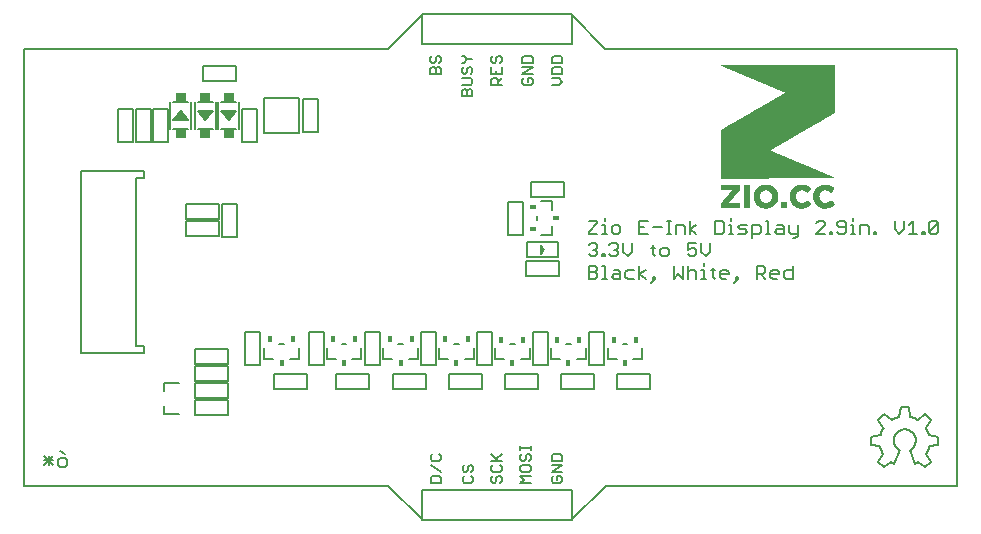
<source format=gto>
G75*
%MOIN*%
%OFA0B0*%
%FSLAX25Y25*%
%IPPOS*%
%LPD*%
%AMOC8*
5,1,8,0,0,1.08239X$1,22.5*
%
%ADD10C,0.00600*%
%ADD11C,0.00500*%
%ADD12R,0.03346X0.02953*%
%ADD13R,0.01800X0.02300*%
%ADD14R,0.02300X0.01800*%
%ADD15C,0.00010*%
D10*
X0008065Y0019400D02*
X0008065Y0165069D01*
X0129265Y0165069D01*
X0140865Y0176669D01*
X0190365Y0176669D01*
X0201665Y0165069D01*
X0319089Y0165069D01*
X0319089Y0019400D01*
X0201965Y0019400D01*
X0190365Y0007800D01*
X0140865Y0007800D01*
X0129265Y0019400D01*
X0008065Y0019400D01*
X0014697Y0026412D02*
X0017633Y0029348D01*
X0016165Y0029348D02*
X0016165Y0026412D01*
X0017633Y0026412D02*
X0014697Y0029348D01*
X0014697Y0027880D02*
X0017633Y0027880D01*
X0019301Y0027880D02*
X0019301Y0026412D01*
X0020035Y0025678D01*
X0021503Y0025678D01*
X0022237Y0026412D01*
X0022237Y0027880D01*
X0021503Y0028614D01*
X0020035Y0028614D01*
X0019301Y0027880D01*
X0020035Y0030816D02*
X0021503Y0030082D01*
X0196165Y0088300D02*
X0198367Y0088300D01*
X0199101Y0089034D01*
X0199101Y0089768D01*
X0198367Y0090502D01*
X0196165Y0090502D01*
X0196165Y0092704D02*
X0198367Y0092704D01*
X0199101Y0091970D01*
X0199101Y0091236D01*
X0198367Y0090502D01*
X0196165Y0088300D02*
X0196165Y0092704D01*
X0196899Y0095800D02*
X0196165Y0096534D01*
X0196899Y0095800D02*
X0198367Y0095800D01*
X0199101Y0096534D01*
X0199101Y0097268D01*
X0198367Y0098002D01*
X0197633Y0098002D01*
X0198367Y0098002D02*
X0199101Y0098736D01*
X0199101Y0099470D01*
X0198367Y0100204D01*
X0196899Y0100204D01*
X0196165Y0099470D01*
X0200769Y0096534D02*
X0201503Y0096534D01*
X0201503Y0095800D01*
X0200769Y0095800D01*
X0200769Y0096534D01*
X0203071Y0096534D02*
X0203805Y0095800D01*
X0205273Y0095800D01*
X0206007Y0096534D01*
X0206007Y0097268D01*
X0205273Y0098002D01*
X0204539Y0098002D01*
X0205273Y0098002D02*
X0206007Y0098736D01*
X0206007Y0099470D01*
X0205273Y0100204D01*
X0203805Y0100204D01*
X0203071Y0099470D01*
X0207675Y0100204D02*
X0207675Y0097268D01*
X0209143Y0095800D01*
X0210611Y0097268D01*
X0210611Y0100204D01*
X0213046Y0103300D02*
X0215982Y0103300D01*
X0213046Y0103300D02*
X0213046Y0107704D01*
X0215982Y0107704D01*
X0214514Y0105502D02*
X0213046Y0105502D01*
X0217650Y0105502D02*
X0220586Y0105502D01*
X0222254Y0107704D02*
X0223722Y0107704D01*
X0222988Y0107704D02*
X0222988Y0103300D01*
X0222254Y0103300D02*
X0223722Y0103300D01*
X0225323Y0103300D02*
X0225323Y0106236D01*
X0227525Y0106236D01*
X0228259Y0105502D01*
X0228259Y0103300D01*
X0229927Y0103300D02*
X0229927Y0107704D01*
X0232129Y0106236D02*
X0229927Y0104768D01*
X0232129Y0103300D01*
X0232096Y0100204D02*
X0229160Y0100204D01*
X0229160Y0098002D01*
X0230628Y0098736D01*
X0231362Y0098736D01*
X0232096Y0098002D01*
X0232096Y0096534D01*
X0231362Y0095800D01*
X0229894Y0095800D01*
X0229160Y0096534D01*
X0233764Y0097268D02*
X0235232Y0095800D01*
X0236700Y0097268D01*
X0236700Y0100204D01*
X0233764Y0100204D02*
X0233764Y0097268D01*
X0234498Y0093438D02*
X0234498Y0092704D01*
X0234498Y0091236D02*
X0233764Y0091236D01*
X0234498Y0091236D02*
X0234498Y0088300D01*
X0233764Y0088300D02*
X0235232Y0088300D01*
X0237567Y0089034D02*
X0238301Y0088300D01*
X0237567Y0089034D02*
X0237567Y0091970D01*
X0236833Y0091236D02*
X0238301Y0091236D01*
X0239902Y0090502D02*
X0240636Y0091236D01*
X0242104Y0091236D01*
X0242838Y0090502D01*
X0242838Y0089768D01*
X0239902Y0089768D01*
X0239902Y0089034D02*
X0239902Y0090502D01*
X0239902Y0089034D02*
X0240636Y0088300D01*
X0242104Y0088300D01*
X0244506Y0086832D02*
X0245974Y0088300D01*
X0245240Y0088300D01*
X0245240Y0089034D01*
X0245974Y0089034D01*
X0245974Y0088300D01*
X0252179Y0088300D02*
X0252179Y0092704D01*
X0254381Y0092704D01*
X0255115Y0091970D01*
X0255115Y0090502D01*
X0254381Y0089768D01*
X0252179Y0089768D01*
X0253647Y0089768D02*
X0255115Y0088300D01*
X0256783Y0089034D02*
X0256783Y0090502D01*
X0257517Y0091236D01*
X0258985Y0091236D01*
X0259719Y0090502D01*
X0259719Y0089768D01*
X0256783Y0089768D01*
X0256783Y0089034D02*
X0257517Y0088300D01*
X0258985Y0088300D01*
X0261387Y0089034D02*
X0261387Y0090502D01*
X0262121Y0091236D01*
X0264323Y0091236D01*
X0264323Y0092704D02*
X0264323Y0088300D01*
X0262121Y0088300D01*
X0261387Y0089034D01*
X0264390Y0101832D02*
X0265124Y0101832D01*
X0265858Y0102566D01*
X0265858Y0106236D01*
X0262922Y0106236D02*
X0262922Y0104034D01*
X0263656Y0103300D01*
X0265858Y0103300D01*
X0261254Y0103300D02*
X0259052Y0103300D01*
X0258318Y0104034D01*
X0259052Y0104768D01*
X0261254Y0104768D01*
X0261254Y0105502D02*
X0261254Y0103300D01*
X0256717Y0103300D02*
X0255249Y0103300D01*
X0255983Y0103300D02*
X0255983Y0107704D01*
X0255249Y0107704D01*
X0253581Y0105502D02*
X0252847Y0106236D01*
X0250645Y0106236D01*
X0250645Y0101832D01*
X0250645Y0103300D02*
X0252847Y0103300D01*
X0253581Y0104034D01*
X0253581Y0105502D01*
X0259052Y0106236D02*
X0260520Y0106236D01*
X0261254Y0105502D01*
X0272130Y0106970D02*
X0272864Y0107704D01*
X0274332Y0107704D01*
X0275066Y0106970D01*
X0275066Y0106236D01*
X0272130Y0103300D01*
X0275066Y0103300D01*
X0276734Y0103300D02*
X0276734Y0104034D01*
X0277468Y0104034D01*
X0277468Y0103300D01*
X0276734Y0103300D01*
X0279036Y0104034D02*
X0279770Y0103300D01*
X0281238Y0103300D01*
X0281972Y0104034D01*
X0281972Y0106970D01*
X0281238Y0107704D01*
X0279770Y0107704D01*
X0279036Y0106970D01*
X0279036Y0106236D01*
X0279770Y0105502D01*
X0281972Y0105502D01*
X0283640Y0106236D02*
X0284374Y0106236D01*
X0284374Y0103300D01*
X0283640Y0103300D02*
X0285108Y0103300D01*
X0286709Y0103300D02*
X0286709Y0106236D01*
X0288911Y0106236D01*
X0289645Y0105502D01*
X0289645Y0103300D01*
X0291313Y0103300D02*
X0292047Y0103300D01*
X0292047Y0104034D01*
X0291313Y0104034D01*
X0291313Y0103300D01*
X0298219Y0104768D02*
X0298219Y0107704D01*
X0301155Y0107704D02*
X0301155Y0104768D01*
X0299687Y0103300D01*
X0298219Y0104768D01*
X0302823Y0106236D02*
X0304291Y0107704D01*
X0304291Y0103300D01*
X0305758Y0103300D02*
X0302823Y0103300D01*
X0307427Y0103300D02*
X0307427Y0104034D01*
X0308161Y0104034D01*
X0308161Y0103300D01*
X0307427Y0103300D01*
X0309729Y0104034D02*
X0312664Y0106970D01*
X0312664Y0104034D01*
X0311930Y0103300D01*
X0310462Y0103300D01*
X0309729Y0104034D01*
X0309729Y0106970D01*
X0310462Y0107704D01*
X0311930Y0107704D01*
X0312664Y0106970D01*
X0284374Y0107704D02*
X0284374Y0108438D01*
X0248977Y0106236D02*
X0246775Y0106236D01*
X0246041Y0105502D01*
X0246775Y0104768D01*
X0248243Y0104768D01*
X0248977Y0104034D01*
X0248243Y0103300D01*
X0246041Y0103300D01*
X0244440Y0103300D02*
X0242972Y0103300D01*
X0243706Y0103300D02*
X0243706Y0106236D01*
X0242972Y0106236D01*
X0243706Y0107704D02*
X0243706Y0108438D01*
X0241304Y0106970D02*
X0240570Y0107704D01*
X0238368Y0107704D01*
X0238368Y0103300D01*
X0240570Y0103300D01*
X0241304Y0104034D01*
X0241304Y0106970D01*
X0222888Y0098002D02*
X0222888Y0096534D01*
X0222154Y0095800D01*
X0220686Y0095800D01*
X0219952Y0096534D01*
X0219952Y0098002D01*
X0220686Y0098736D01*
X0222154Y0098736D01*
X0222888Y0098002D01*
X0218351Y0098736D02*
X0216883Y0098736D01*
X0217617Y0099470D02*
X0217617Y0096534D01*
X0218351Y0095800D01*
X0215248Y0091236D02*
X0213046Y0089768D01*
X0215248Y0088300D01*
X0216883Y0086832D02*
X0218351Y0088300D01*
X0217617Y0088300D01*
X0217617Y0089034D01*
X0218351Y0089034D01*
X0218351Y0088300D01*
X0213046Y0088300D02*
X0213046Y0092704D01*
X0211378Y0091236D02*
X0209176Y0091236D01*
X0208442Y0090502D01*
X0208442Y0089034D01*
X0209176Y0088300D01*
X0211378Y0088300D01*
X0206774Y0088300D02*
X0204572Y0088300D01*
X0203838Y0089034D01*
X0204572Y0089768D01*
X0206774Y0089768D01*
X0206774Y0090502D02*
X0206774Y0088300D01*
X0202237Y0088300D02*
X0200769Y0088300D01*
X0201503Y0088300D02*
X0201503Y0092704D01*
X0200769Y0092704D01*
X0204572Y0091236D02*
X0206040Y0091236D01*
X0206774Y0090502D01*
X0206040Y0103300D02*
X0204572Y0103300D01*
X0203838Y0104034D01*
X0203838Y0105502D01*
X0204572Y0106236D01*
X0206040Y0106236D01*
X0206774Y0105502D01*
X0206774Y0104034D01*
X0206040Y0103300D01*
X0202237Y0103300D02*
X0200769Y0103300D01*
X0201503Y0103300D02*
X0201503Y0106236D01*
X0200769Y0106236D01*
X0201503Y0107704D02*
X0201503Y0108438D01*
X0199101Y0107704D02*
X0199101Y0106970D01*
X0196165Y0104034D01*
X0196165Y0103300D01*
X0199101Y0103300D01*
X0199101Y0107704D02*
X0196165Y0107704D01*
X0224556Y0092704D02*
X0224556Y0088300D01*
X0226024Y0089768D01*
X0227492Y0088300D01*
X0227492Y0092704D01*
X0229160Y0092704D02*
X0229160Y0088300D01*
X0232096Y0088300D02*
X0232096Y0090502D01*
X0231362Y0091236D01*
X0229894Y0091236D01*
X0229160Y0090502D01*
X0300165Y0045500D02*
X0302865Y0045500D01*
X0303365Y0042300D01*
X0305865Y0041300D02*
X0308465Y0043100D01*
X0310365Y0041300D01*
X0308565Y0038700D01*
X0309665Y0036200D02*
X0312665Y0035600D01*
X0312665Y0033000D01*
X0309665Y0032500D01*
X0308665Y0029800D02*
X0310365Y0027400D01*
X0308465Y0025500D01*
X0306065Y0027200D01*
X0305065Y0026600D01*
X0303165Y0031100D01*
X0299965Y0031100D02*
X0297965Y0026600D01*
X0296965Y0027200D01*
X0294565Y0025500D01*
X0292765Y0027400D01*
X0294365Y0029800D01*
X0293365Y0032500D02*
X0290365Y0033000D01*
X0290365Y0035600D01*
X0293365Y0036200D01*
X0294465Y0038700D02*
X0292665Y0041300D01*
X0294565Y0043100D01*
X0297165Y0041300D01*
X0299665Y0042300D02*
X0300165Y0045500D01*
X0299965Y0031200D02*
X0299858Y0031255D01*
X0299752Y0031312D01*
X0299649Y0031374D01*
X0299547Y0031438D01*
X0299448Y0031506D01*
X0299351Y0031577D01*
X0299256Y0031651D01*
X0299164Y0031728D01*
X0299074Y0031809D01*
X0298987Y0031892D01*
X0298903Y0031978D01*
X0298822Y0032066D01*
X0298744Y0032158D01*
X0298668Y0032252D01*
X0298596Y0032348D01*
X0298527Y0032446D01*
X0298461Y0032547D01*
X0298399Y0032650D01*
X0298340Y0032755D01*
X0298284Y0032861D01*
X0298232Y0032970D01*
X0298184Y0033080D01*
X0298139Y0033192D01*
X0298098Y0033305D01*
X0298061Y0033419D01*
X0298027Y0033535D01*
X0297998Y0033651D01*
X0297972Y0033769D01*
X0297950Y0033887D01*
X0297931Y0034006D01*
X0297917Y0034125D01*
X0297907Y0034245D01*
X0297900Y0034365D01*
X0297898Y0034486D01*
X0297900Y0034606D01*
X0297905Y0034726D01*
X0297914Y0034846D01*
X0297928Y0034966D01*
X0297945Y0035085D01*
X0297966Y0035203D01*
X0297991Y0035321D01*
X0298020Y0035438D01*
X0298053Y0035553D01*
X0298089Y0035668D01*
X0298129Y0035781D01*
X0298173Y0035893D01*
X0298221Y0036004D01*
X0298272Y0036113D01*
X0298326Y0036220D01*
X0298385Y0036325D01*
X0298446Y0036429D01*
X0298511Y0036530D01*
X0298579Y0036629D01*
X0298651Y0036726D01*
X0298725Y0036820D01*
X0298803Y0036912D01*
X0298883Y0037001D01*
X0298967Y0037088D01*
X0299053Y0037172D01*
X0299142Y0037253D01*
X0299234Y0037331D01*
X0299328Y0037406D01*
X0299424Y0037477D01*
X0299523Y0037546D01*
X0299624Y0037611D01*
X0299727Y0037673D01*
X0299832Y0037732D01*
X0299939Y0037787D01*
X0300048Y0037839D01*
X0300158Y0037886D01*
X0300270Y0037931D01*
X0300383Y0037971D01*
X0300498Y0038008D01*
X0300614Y0038041D01*
X0300730Y0038071D01*
X0300848Y0038096D01*
X0300966Y0038118D01*
X0301085Y0038135D01*
X0301205Y0038149D01*
X0301325Y0038159D01*
X0301445Y0038165D01*
X0301565Y0038167D01*
X0301685Y0038165D01*
X0301805Y0038159D01*
X0301925Y0038149D01*
X0302045Y0038135D01*
X0302164Y0038118D01*
X0302282Y0038096D01*
X0302400Y0038071D01*
X0302516Y0038041D01*
X0302632Y0038008D01*
X0302747Y0037971D01*
X0302860Y0037931D01*
X0302972Y0037886D01*
X0303082Y0037839D01*
X0303191Y0037787D01*
X0303298Y0037732D01*
X0303403Y0037673D01*
X0303506Y0037611D01*
X0303607Y0037546D01*
X0303706Y0037477D01*
X0303802Y0037406D01*
X0303896Y0037331D01*
X0303988Y0037253D01*
X0304077Y0037172D01*
X0304163Y0037088D01*
X0304247Y0037001D01*
X0304327Y0036912D01*
X0304405Y0036820D01*
X0304479Y0036726D01*
X0304551Y0036629D01*
X0304619Y0036530D01*
X0304684Y0036429D01*
X0304745Y0036325D01*
X0304804Y0036220D01*
X0304858Y0036113D01*
X0304909Y0036004D01*
X0304957Y0035893D01*
X0305001Y0035781D01*
X0305041Y0035668D01*
X0305077Y0035553D01*
X0305110Y0035438D01*
X0305139Y0035321D01*
X0305164Y0035203D01*
X0305185Y0035085D01*
X0305202Y0034966D01*
X0305216Y0034846D01*
X0305225Y0034726D01*
X0305230Y0034606D01*
X0305232Y0034486D01*
X0305230Y0034365D01*
X0305223Y0034245D01*
X0305213Y0034125D01*
X0305199Y0034006D01*
X0305180Y0033887D01*
X0305158Y0033769D01*
X0305132Y0033651D01*
X0305103Y0033535D01*
X0305069Y0033419D01*
X0305032Y0033305D01*
X0304991Y0033192D01*
X0304946Y0033080D01*
X0304898Y0032970D01*
X0304846Y0032861D01*
X0304790Y0032755D01*
X0304731Y0032650D01*
X0304669Y0032547D01*
X0304603Y0032446D01*
X0304534Y0032348D01*
X0304462Y0032252D01*
X0304386Y0032158D01*
X0304308Y0032066D01*
X0304227Y0031978D01*
X0304143Y0031892D01*
X0304056Y0031809D01*
X0303966Y0031728D01*
X0303874Y0031651D01*
X0303779Y0031577D01*
X0303682Y0031506D01*
X0303583Y0031438D01*
X0303481Y0031374D01*
X0303378Y0031312D01*
X0303272Y0031255D01*
X0303165Y0031200D01*
X0308665Y0029795D02*
X0308761Y0029961D01*
X0308854Y0030128D01*
X0308942Y0030298D01*
X0309026Y0030470D01*
X0309106Y0030643D01*
X0309182Y0030819D01*
X0309254Y0030996D01*
X0309321Y0031175D01*
X0309385Y0031356D01*
X0309444Y0031538D01*
X0309498Y0031721D01*
X0309549Y0031906D01*
X0309595Y0032091D01*
X0309636Y0032278D01*
X0309673Y0032466D01*
X0309655Y0036200D02*
X0309605Y0036388D01*
X0309550Y0036575D01*
X0309491Y0036761D01*
X0309427Y0036945D01*
X0309359Y0037128D01*
X0309286Y0037309D01*
X0309209Y0037488D01*
X0309128Y0037665D01*
X0309042Y0037841D01*
X0308953Y0038014D01*
X0308859Y0038185D01*
X0308761Y0038353D01*
X0308659Y0038520D01*
X0308554Y0038683D01*
X0305902Y0041317D02*
X0305737Y0041415D01*
X0305569Y0041509D01*
X0305399Y0041599D01*
X0305227Y0041686D01*
X0305054Y0041768D01*
X0304878Y0041847D01*
X0304701Y0041921D01*
X0304522Y0041991D01*
X0304341Y0042057D01*
X0304159Y0042119D01*
X0303976Y0042177D01*
X0303791Y0042231D01*
X0303605Y0042280D01*
X0303418Y0042325D01*
X0299590Y0042306D02*
X0299397Y0042259D01*
X0299204Y0042206D01*
X0299013Y0042149D01*
X0298824Y0042088D01*
X0298636Y0042022D01*
X0298449Y0041951D01*
X0298265Y0041876D01*
X0298082Y0041797D01*
X0297901Y0041713D01*
X0297722Y0041625D01*
X0297546Y0041533D01*
X0297371Y0041436D01*
X0297199Y0041336D01*
X0294474Y0038646D02*
X0294374Y0038484D01*
X0294277Y0038319D01*
X0294184Y0038152D01*
X0294096Y0037983D01*
X0294011Y0037813D01*
X0293930Y0037640D01*
X0293853Y0037465D01*
X0293780Y0037289D01*
X0293711Y0037111D01*
X0293646Y0036931D01*
X0293585Y0036751D01*
X0293529Y0036568D01*
X0293476Y0036385D01*
X0293428Y0036200D01*
X0293371Y0032484D02*
X0293414Y0032284D01*
X0293461Y0032086D01*
X0293513Y0031889D01*
X0293571Y0031693D01*
X0293632Y0031498D01*
X0293699Y0031305D01*
X0293770Y0031114D01*
X0293846Y0030924D01*
X0293927Y0030737D01*
X0294012Y0030551D01*
X0294102Y0030368D01*
X0294196Y0030187D01*
X0294295Y0030008D01*
X0294398Y0029832D01*
D11*
X0216704Y0051605D02*
X0205704Y0051605D01*
X0205704Y0056605D01*
X0216704Y0056605D01*
X0216704Y0051605D01*
X0201370Y0059661D02*
X0196370Y0059661D01*
X0196370Y0070661D01*
X0201370Y0070661D01*
X0201370Y0059661D01*
X0202476Y0061595D02*
X0205476Y0061595D01*
X0202476Y0061595D02*
X0202476Y0065095D01*
X0207476Y0066595D02*
X0208976Y0066595D01*
X0213976Y0065095D02*
X0213976Y0061595D01*
X0210976Y0061595D01*
X0197904Y0056605D02*
X0197904Y0051605D01*
X0186904Y0051605D01*
X0186904Y0056605D01*
X0197904Y0056605D01*
X0195176Y0061595D02*
X0192176Y0061595D01*
X0195176Y0061595D02*
X0195176Y0065095D01*
X0190176Y0066595D02*
X0188676Y0066595D01*
X0183676Y0065095D02*
X0183676Y0061595D01*
X0186676Y0061595D01*
X0182570Y0059661D02*
X0177570Y0059661D01*
X0177570Y0070661D01*
X0182570Y0070661D01*
X0182570Y0059661D01*
X0176476Y0061595D02*
X0176476Y0065095D01*
X0176476Y0061595D02*
X0173476Y0061595D01*
X0167976Y0061595D02*
X0164976Y0061595D01*
X0164976Y0065095D01*
X0169976Y0066595D02*
X0171476Y0066595D01*
X0163970Y0070661D02*
X0158970Y0070661D01*
X0158970Y0059661D01*
X0163970Y0059661D01*
X0163970Y0070661D01*
X0157876Y0065195D02*
X0157876Y0061695D01*
X0154876Y0061695D01*
X0149376Y0061695D02*
X0146376Y0061695D01*
X0146376Y0065195D01*
X0151376Y0066695D02*
X0152876Y0066695D01*
X0145470Y0070661D02*
X0140470Y0070661D01*
X0140470Y0059661D01*
X0145470Y0059661D01*
X0145470Y0070661D01*
X0139276Y0065195D02*
X0139276Y0061695D01*
X0136276Y0061695D01*
X0130776Y0061695D02*
X0127776Y0061695D01*
X0127776Y0065195D01*
X0132776Y0066695D02*
X0134276Y0066695D01*
X0126570Y0070661D02*
X0121570Y0070661D01*
X0121570Y0059661D01*
X0126570Y0059661D01*
X0126570Y0070661D01*
X0120376Y0065195D02*
X0120376Y0061695D01*
X0117376Y0061695D01*
X0111876Y0061695D02*
X0108876Y0061695D01*
X0108876Y0065195D01*
X0113876Y0066695D02*
X0115376Y0066695D01*
X0107970Y0070661D02*
X0102970Y0070661D01*
X0102970Y0059661D01*
X0107970Y0059661D01*
X0107970Y0070661D01*
X0099576Y0065195D02*
X0099576Y0061695D01*
X0096576Y0061695D01*
X0091076Y0061695D02*
X0088076Y0061695D01*
X0088076Y0065195D01*
X0093076Y0066695D02*
X0094576Y0066695D01*
X0086770Y0070661D02*
X0081770Y0070661D01*
X0081770Y0059661D01*
X0086770Y0059661D01*
X0086770Y0070661D01*
X0075926Y0064895D02*
X0075926Y0059895D01*
X0064926Y0059895D01*
X0064926Y0064895D01*
X0075926Y0064895D01*
X0075926Y0059295D02*
X0064926Y0059295D01*
X0064926Y0054295D01*
X0075926Y0054295D01*
X0075926Y0059295D01*
X0075926Y0053595D02*
X0064926Y0053595D01*
X0064926Y0048595D01*
X0075926Y0048595D01*
X0075926Y0053595D01*
X0075926Y0047895D02*
X0064926Y0047895D01*
X0064926Y0042895D01*
X0075926Y0042895D01*
X0075926Y0047895D01*
X0091304Y0051605D02*
X0091304Y0056605D01*
X0102304Y0056605D01*
X0102304Y0051605D01*
X0091304Y0051605D01*
X0112104Y0051605D02*
X0112104Y0056605D01*
X0123104Y0056605D01*
X0123104Y0051605D01*
X0112104Y0051605D01*
X0131004Y0051605D02*
X0131004Y0056605D01*
X0142004Y0056605D01*
X0142004Y0051605D01*
X0131004Y0051605D01*
X0149604Y0051605D02*
X0149604Y0056605D01*
X0160604Y0056605D01*
X0160604Y0051605D01*
X0149604Y0051605D01*
X0168204Y0051605D02*
X0168204Y0056605D01*
X0179204Y0056605D01*
X0179204Y0051605D01*
X0168204Y0051605D01*
X0173412Y0032467D02*
X0173412Y0031299D01*
X0173412Y0031883D02*
X0176915Y0031883D01*
X0176915Y0031299D02*
X0176915Y0032467D01*
X0176331Y0029952D02*
X0175747Y0029952D01*
X0175164Y0029368D01*
X0175164Y0028200D01*
X0174580Y0027616D01*
X0173996Y0027616D01*
X0173412Y0028200D01*
X0173412Y0029368D01*
X0173996Y0029952D01*
X0176331Y0029952D02*
X0176915Y0029368D01*
X0176915Y0028200D01*
X0176331Y0027616D01*
X0176331Y0026268D02*
X0173996Y0026268D01*
X0173412Y0025685D01*
X0173412Y0024517D01*
X0173996Y0023933D01*
X0176331Y0023933D01*
X0176915Y0024517D01*
X0176915Y0025685D01*
X0176331Y0026268D01*
X0176915Y0022585D02*
X0173412Y0022585D01*
X0174580Y0021418D01*
X0173412Y0020250D01*
X0176915Y0020250D01*
X0183812Y0020834D02*
X0184396Y0020250D01*
X0186731Y0020250D01*
X0187315Y0020834D01*
X0187315Y0022001D01*
X0186731Y0022585D01*
X0185564Y0022585D01*
X0185564Y0021418D01*
X0184396Y0022585D02*
X0183812Y0022001D01*
X0183812Y0020834D01*
X0183812Y0023933D02*
X0187315Y0026268D01*
X0183812Y0026268D01*
X0183812Y0027616D02*
X0183812Y0029368D01*
X0184396Y0029952D01*
X0186731Y0029952D01*
X0187315Y0029368D01*
X0187315Y0027616D01*
X0183812Y0027616D01*
X0183812Y0023933D02*
X0187315Y0023933D01*
X0190565Y0018000D02*
X0190565Y0008000D01*
X0140565Y0008000D01*
X0140565Y0018000D01*
X0190565Y0018000D01*
X0167215Y0020834D02*
X0166631Y0020250D01*
X0167215Y0020834D02*
X0167215Y0022001D01*
X0166631Y0022585D01*
X0166047Y0022585D01*
X0165464Y0022001D01*
X0165464Y0020834D01*
X0164880Y0020250D01*
X0164296Y0020250D01*
X0163712Y0020834D01*
X0163712Y0022001D01*
X0164296Y0022585D01*
X0164296Y0023933D02*
X0166631Y0023933D01*
X0167215Y0024517D01*
X0167215Y0025685D01*
X0166631Y0026268D01*
X0166047Y0027616D02*
X0163712Y0029952D01*
X0165464Y0028200D02*
X0167215Y0029952D01*
X0167215Y0027616D02*
X0163712Y0027616D01*
X0164296Y0026268D02*
X0163712Y0025685D01*
X0163712Y0024517D01*
X0164296Y0023933D01*
X0157715Y0024517D02*
X0157131Y0023933D01*
X0157715Y0024517D02*
X0157715Y0025685D01*
X0157131Y0026268D01*
X0156547Y0026268D01*
X0155964Y0025685D01*
X0155964Y0024517D01*
X0155380Y0023933D01*
X0154796Y0023933D01*
X0154212Y0024517D01*
X0154212Y0025685D01*
X0154796Y0026268D01*
X0154796Y0022585D02*
X0154212Y0022001D01*
X0154212Y0020834D01*
X0154796Y0020250D01*
X0157131Y0020250D01*
X0157715Y0020834D01*
X0157715Y0022001D01*
X0157131Y0022585D01*
X0147015Y0022001D02*
X0147015Y0020250D01*
X0143512Y0020250D01*
X0143512Y0022001D01*
X0144096Y0022585D01*
X0146431Y0022585D01*
X0147015Y0022001D01*
X0147015Y0023933D02*
X0143512Y0026268D01*
X0144096Y0027616D02*
X0146431Y0027616D01*
X0147015Y0028200D01*
X0147015Y0029368D01*
X0146431Y0029952D01*
X0144096Y0029952D02*
X0143512Y0029368D01*
X0143512Y0028200D01*
X0144096Y0027616D01*
X0059611Y0043343D02*
X0054493Y0043343D01*
X0054493Y0045902D01*
X0054493Y0051020D02*
X0054493Y0053579D01*
X0059611Y0053579D01*
X0047829Y0063650D02*
X0026963Y0063650D01*
X0026963Y0124280D01*
X0047829Y0124280D01*
X0047829Y0121918D01*
X0045467Y0121918D01*
X0045467Y0066013D01*
X0047829Y0066013D01*
X0047829Y0063650D01*
X0061826Y0102495D02*
X0061826Y0107495D01*
X0072826Y0107495D01*
X0072826Y0102495D01*
X0061826Y0102495D01*
X0061826Y0108195D02*
X0061826Y0113195D01*
X0072826Y0113195D01*
X0072826Y0108195D01*
X0061826Y0108195D01*
X0073870Y0113361D02*
X0073870Y0102361D01*
X0078870Y0102361D01*
X0078870Y0113361D01*
X0073870Y0113361D01*
X0080570Y0133861D02*
X0080570Y0144861D01*
X0085570Y0144861D01*
X0085570Y0133861D01*
X0080570Y0133861D01*
X0079760Y0138339D02*
X0079760Y0147339D01*
X0078760Y0147339D02*
X0073760Y0147339D01*
X0072760Y0147339D02*
X0072760Y0138339D01*
X0071860Y0138339D02*
X0071860Y0147339D01*
X0070860Y0147339D02*
X0065860Y0147339D01*
X0064860Y0147339D02*
X0064860Y0138339D01*
X0065860Y0138339D02*
X0070860Y0138339D01*
X0073760Y0138339D02*
X0078760Y0138339D01*
X0076260Y0141339D02*
X0074260Y0144339D01*
X0078260Y0143839D01*
X0076260Y0141839D01*
X0074760Y0144339D01*
X0077760Y0143839D01*
X0076260Y0142339D01*
X0075260Y0143839D01*
X0075760Y0143839D01*
X0076760Y0143339D01*
X0076260Y0143339D01*
X0076260Y0142839D02*
X0075760Y0143839D01*
X0077260Y0143839D01*
X0076760Y0143339D01*
X0076260Y0142839D01*
X0076260Y0141339D02*
X0078760Y0144339D01*
X0074760Y0144339D01*
X0074260Y0144339D01*
X0073760Y0144339D01*
X0076260Y0141339D01*
X0070860Y0144339D02*
X0068360Y0141339D01*
X0066360Y0144339D01*
X0070360Y0143839D01*
X0068360Y0141839D01*
X0066860Y0144339D01*
X0069860Y0143839D01*
X0068360Y0142339D01*
X0067360Y0143839D01*
X0067860Y0143839D01*
X0068860Y0143339D01*
X0068360Y0143339D01*
X0068360Y0142839D02*
X0067860Y0143839D01*
X0069360Y0143839D01*
X0068860Y0143339D01*
X0068360Y0142839D01*
X0068360Y0141339D02*
X0065860Y0144339D01*
X0066360Y0144339D01*
X0066860Y0144339D01*
X0070860Y0144339D01*
X0063770Y0147361D02*
X0063770Y0138361D01*
X0062770Y0138361D02*
X0057770Y0138361D01*
X0056770Y0138361D02*
X0056770Y0147361D01*
X0057770Y0147361D02*
X0062770Y0147361D01*
X0060270Y0144361D02*
X0062270Y0141361D01*
X0058270Y0141861D01*
X0060270Y0143861D01*
X0061770Y0141361D01*
X0058770Y0141861D01*
X0060270Y0143361D01*
X0061270Y0141861D01*
X0060770Y0141861D01*
X0059770Y0142361D01*
X0060270Y0142361D01*
X0060270Y0142861D02*
X0060770Y0141861D01*
X0059270Y0141861D01*
X0059770Y0142361D01*
X0060270Y0142861D01*
X0060270Y0144361D02*
X0057770Y0141361D01*
X0061770Y0141361D01*
X0062270Y0141361D01*
X0062770Y0141361D01*
X0060270Y0144361D01*
X0055870Y0144861D02*
X0050870Y0144861D01*
X0050870Y0133861D01*
X0055870Y0133861D01*
X0055870Y0144861D01*
X0050170Y0144861D02*
X0045170Y0144861D01*
X0045170Y0133861D01*
X0050170Y0133861D01*
X0050170Y0144861D01*
X0044470Y0144861D02*
X0039470Y0144861D01*
X0039470Y0133861D01*
X0044470Y0133861D01*
X0044470Y0144861D01*
X0067726Y0154095D02*
X0067726Y0159095D01*
X0078726Y0159095D01*
X0078726Y0154095D01*
X0067726Y0154095D01*
X0087920Y0148701D02*
X0087920Y0136890D01*
X0099731Y0136890D01*
X0099731Y0148701D01*
X0087920Y0148701D01*
X0100870Y0148261D02*
X0105870Y0148261D01*
X0105870Y0137261D01*
X0100870Y0137261D01*
X0100870Y0148261D01*
X0140565Y0166469D02*
X0140565Y0176469D01*
X0190565Y0176469D01*
X0190565Y0166469D01*
X0140565Y0166469D01*
X0143996Y0162602D02*
X0143412Y0162018D01*
X0143412Y0160851D01*
X0143996Y0160267D01*
X0144580Y0160267D01*
X0145164Y0160851D01*
X0145164Y0162018D01*
X0145747Y0162602D01*
X0146331Y0162602D01*
X0146915Y0162018D01*
X0146915Y0160851D01*
X0146331Y0160267D01*
X0146331Y0158919D02*
X0146915Y0158335D01*
X0146915Y0156584D01*
X0143412Y0156584D01*
X0143412Y0158335D01*
X0143996Y0158919D01*
X0144580Y0158919D01*
X0145164Y0158335D01*
X0145164Y0156584D01*
X0145164Y0158335D02*
X0145747Y0158919D01*
X0146331Y0158919D01*
X0153912Y0158335D02*
X0153912Y0157168D01*
X0154496Y0156584D01*
X0155080Y0156584D01*
X0155664Y0157168D01*
X0155664Y0158335D01*
X0156247Y0158919D01*
X0156831Y0158919D01*
X0157415Y0158335D01*
X0157415Y0157168D01*
X0156831Y0156584D01*
X0156831Y0155236D02*
X0153912Y0155236D01*
X0156831Y0155236D02*
X0157415Y0154652D01*
X0157415Y0153484D01*
X0156831Y0152901D01*
X0153912Y0152901D01*
X0154496Y0151553D02*
X0155080Y0151553D01*
X0155664Y0150969D01*
X0155664Y0149217D01*
X0157415Y0149217D02*
X0153912Y0149217D01*
X0153912Y0150969D01*
X0154496Y0151553D01*
X0155664Y0150969D02*
X0156247Y0151553D01*
X0156831Y0151553D01*
X0157415Y0150969D01*
X0157415Y0149217D01*
X0163712Y0152901D02*
X0163712Y0154652D01*
X0164296Y0155236D01*
X0165464Y0155236D01*
X0166047Y0154652D01*
X0166047Y0152901D01*
X0166047Y0154068D02*
X0167215Y0155236D01*
X0167215Y0156584D02*
X0167215Y0158919D01*
X0166631Y0160267D02*
X0167215Y0160851D01*
X0167215Y0162018D01*
X0166631Y0162602D01*
X0166047Y0162602D01*
X0165464Y0162018D01*
X0165464Y0160851D01*
X0164880Y0160267D01*
X0164296Y0160267D01*
X0163712Y0160851D01*
X0163712Y0162018D01*
X0164296Y0162602D01*
X0163712Y0158919D02*
X0163712Y0156584D01*
X0167215Y0156584D01*
X0165464Y0156584D02*
X0165464Y0157751D01*
X0157415Y0161434D02*
X0155664Y0161434D01*
X0154496Y0162602D01*
X0153912Y0162602D01*
X0155664Y0161434D02*
X0154496Y0160267D01*
X0153912Y0160267D01*
X0154496Y0158919D02*
X0153912Y0158335D01*
X0163712Y0152901D02*
X0167215Y0152901D01*
X0174112Y0153484D02*
X0174696Y0152901D01*
X0177031Y0152901D01*
X0177615Y0153484D01*
X0177615Y0154652D01*
X0177031Y0155236D01*
X0175864Y0155236D01*
X0175864Y0154068D01*
X0174696Y0155236D02*
X0174112Y0154652D01*
X0174112Y0153484D01*
X0174112Y0156584D02*
X0177615Y0158919D01*
X0174112Y0158919D01*
X0174112Y0160267D02*
X0174112Y0162018D01*
X0174696Y0162602D01*
X0177031Y0162602D01*
X0177615Y0162018D01*
X0177615Y0160267D01*
X0174112Y0160267D01*
X0174112Y0156584D02*
X0177615Y0156584D01*
X0183912Y0156584D02*
X0183912Y0158335D01*
X0184496Y0158919D01*
X0186831Y0158919D01*
X0187415Y0158335D01*
X0187415Y0156584D01*
X0183912Y0156584D01*
X0183912Y0155236D02*
X0186247Y0155236D01*
X0187415Y0154068D01*
X0186247Y0152901D01*
X0183912Y0152901D01*
X0183912Y0160267D02*
X0183912Y0162018D01*
X0184496Y0162602D01*
X0186831Y0162602D01*
X0187415Y0162018D01*
X0187415Y0160267D01*
X0183912Y0160267D01*
X0187904Y0120705D02*
X0176904Y0120705D01*
X0176904Y0115705D01*
X0187904Y0115705D01*
X0187904Y0120705D01*
X0183970Y0114311D02*
X0180470Y0114311D01*
X0183970Y0114311D02*
X0183970Y0111311D01*
X0178970Y0109311D02*
X0178970Y0107811D01*
X0183970Y0105811D02*
X0183970Y0102811D01*
X0180470Y0102811D01*
X0180304Y0099505D02*
X0180804Y0098755D01*
X0180804Y0097255D01*
X0181304Y0098005D01*
X0180804Y0098755D01*
X0180554Y0099005D02*
X0180554Y0097005D01*
X0180804Y0097255D02*
X0180304Y0096505D01*
X0180304Y0099505D01*
X0175554Y0100505D02*
X0175554Y0095505D01*
X0186054Y0095505D01*
X0186054Y0100505D01*
X0175554Y0100505D01*
X0174170Y0102861D02*
X0169170Y0102861D01*
X0169170Y0113861D01*
X0174170Y0113861D01*
X0174170Y0102861D01*
X0175304Y0094305D02*
X0175304Y0089305D01*
X0186304Y0089305D01*
X0186304Y0094305D01*
X0175304Y0094305D01*
D12*
X0076359Y0136639D03*
X0068459Y0136639D03*
X0060171Y0136660D03*
X0060171Y0149061D03*
X0068459Y0149040D03*
X0076359Y0149040D03*
D13*
X0090126Y0068145D03*
X0097526Y0068145D03*
X0093826Y0060245D03*
X0110926Y0068145D03*
X0118326Y0068145D03*
X0114626Y0060245D03*
X0129826Y0068145D03*
X0137226Y0068145D03*
X0133526Y0060245D03*
X0148426Y0068145D03*
X0155826Y0068145D03*
X0152126Y0060245D03*
X0167026Y0068045D03*
X0174426Y0068045D03*
X0185726Y0068045D03*
X0193126Y0068045D03*
X0204526Y0068045D03*
X0211926Y0068045D03*
X0208226Y0060145D03*
X0189426Y0060145D03*
X0170726Y0060145D03*
D14*
X0177520Y0104861D03*
X0185420Y0108561D03*
X0177520Y0112261D03*
D15*
X0240236Y0112298D02*
X0246412Y0112298D01*
X0246412Y0112290D02*
X0240236Y0112290D01*
X0240236Y0112281D02*
X0246412Y0112281D01*
X0246412Y0112273D02*
X0240236Y0112273D01*
X0240236Y0112264D02*
X0246412Y0112264D01*
X0246412Y0112256D02*
X0240236Y0112256D01*
X0240236Y0112247D02*
X0246412Y0112247D01*
X0246412Y0112239D02*
X0240236Y0112239D01*
X0240236Y0112230D02*
X0246412Y0112230D01*
X0246412Y0112222D02*
X0240236Y0112222D01*
X0240236Y0112213D02*
X0246412Y0112213D01*
X0246412Y0112204D02*
X0240236Y0112204D01*
X0240236Y0112196D02*
X0246412Y0112196D01*
X0246412Y0112187D02*
X0240236Y0112187D01*
X0240236Y0112180D02*
X0246412Y0112180D01*
X0246412Y0113607D01*
X0245396Y0113612D01*
X0244382Y0113617D01*
X0243366Y0113624D01*
X0242352Y0113629D01*
X0243027Y0114412D01*
X0243704Y0115197D01*
X0244379Y0115981D01*
X0245055Y0116765D01*
X0245731Y0117550D01*
X0246407Y0118333D01*
X0246412Y0119573D01*
X0240362Y0119573D01*
X0240362Y0118146D01*
X0241343Y0118139D01*
X0242322Y0118134D01*
X0243302Y0118129D01*
X0244282Y0118123D01*
X0243608Y0117339D01*
X0242933Y0116556D01*
X0242259Y0115772D01*
X0241585Y0114987D01*
X0240911Y0114203D01*
X0240236Y0113419D01*
X0240236Y0112180D01*
X0240236Y0112307D02*
X0246412Y0112307D01*
X0246412Y0112315D02*
X0240236Y0112315D01*
X0240236Y0112324D02*
X0246412Y0112324D01*
X0246412Y0112332D02*
X0240236Y0112332D01*
X0240236Y0112341D02*
X0246412Y0112341D01*
X0246412Y0112349D02*
X0240236Y0112349D01*
X0240236Y0112358D02*
X0246412Y0112358D01*
X0246412Y0112366D02*
X0240236Y0112366D01*
X0240236Y0112375D02*
X0246412Y0112375D01*
X0246412Y0112383D02*
X0240236Y0112383D01*
X0240236Y0112392D02*
X0246412Y0112392D01*
X0246412Y0112400D02*
X0240236Y0112400D01*
X0240236Y0112409D02*
X0246412Y0112409D01*
X0246412Y0112417D02*
X0240236Y0112417D01*
X0240236Y0112426D02*
X0246412Y0112426D01*
X0246412Y0112434D02*
X0240236Y0112434D01*
X0240236Y0112443D02*
X0246412Y0112443D01*
X0246412Y0112451D02*
X0240236Y0112451D01*
X0240236Y0112460D02*
X0246412Y0112460D01*
X0246412Y0112468D02*
X0240236Y0112468D01*
X0240236Y0112477D02*
X0246412Y0112477D01*
X0246412Y0112485D02*
X0240236Y0112485D01*
X0240236Y0112494D02*
X0246412Y0112494D01*
X0246412Y0112502D02*
X0240236Y0112502D01*
X0240236Y0112511D02*
X0246412Y0112511D01*
X0246412Y0112519D02*
X0240236Y0112519D01*
X0240236Y0112528D02*
X0246412Y0112528D01*
X0246412Y0112537D02*
X0240236Y0112537D01*
X0240236Y0112545D02*
X0246412Y0112545D01*
X0246412Y0112554D02*
X0240236Y0112554D01*
X0240236Y0112562D02*
X0246412Y0112562D01*
X0246412Y0112571D02*
X0240236Y0112571D01*
X0240236Y0112579D02*
X0246412Y0112579D01*
X0246412Y0112588D02*
X0240236Y0112588D01*
X0240236Y0112596D02*
X0246412Y0112596D01*
X0246412Y0112605D02*
X0240236Y0112605D01*
X0240236Y0112613D02*
X0246412Y0112613D01*
X0246412Y0112622D02*
X0240236Y0112622D01*
X0240236Y0112630D02*
X0246412Y0112630D01*
X0246412Y0112639D02*
X0240236Y0112639D01*
X0240236Y0112647D02*
X0246412Y0112647D01*
X0246412Y0112656D02*
X0240236Y0112656D01*
X0240236Y0112664D02*
X0246412Y0112664D01*
X0246412Y0112673D02*
X0240236Y0112673D01*
X0240236Y0112681D02*
X0246412Y0112681D01*
X0246412Y0112690D02*
X0240236Y0112690D01*
X0240236Y0112698D02*
X0246412Y0112698D01*
X0246412Y0112707D02*
X0240236Y0112707D01*
X0240236Y0112715D02*
X0246412Y0112715D01*
X0246412Y0112724D02*
X0240236Y0112724D01*
X0240236Y0112732D02*
X0246412Y0112732D01*
X0246412Y0112741D02*
X0240236Y0112741D01*
X0240236Y0112749D02*
X0246412Y0112749D01*
X0246412Y0112758D02*
X0240236Y0112758D01*
X0240236Y0112766D02*
X0246412Y0112766D01*
X0246412Y0112775D02*
X0240236Y0112775D01*
X0240236Y0112783D02*
X0246412Y0112783D01*
X0246412Y0112792D02*
X0240236Y0112792D01*
X0240236Y0112800D02*
X0246412Y0112800D01*
X0246412Y0112809D02*
X0240236Y0112809D01*
X0240236Y0112817D02*
X0246412Y0112817D01*
X0246412Y0112826D02*
X0240236Y0112826D01*
X0240236Y0112834D02*
X0246412Y0112834D01*
X0246412Y0112843D02*
X0240236Y0112843D01*
X0240236Y0112852D02*
X0246412Y0112852D01*
X0246412Y0112860D02*
X0240236Y0112860D01*
X0240236Y0112869D02*
X0246412Y0112869D01*
X0246412Y0112877D02*
X0240236Y0112877D01*
X0240236Y0112886D02*
X0246412Y0112886D01*
X0246412Y0112894D02*
X0240236Y0112894D01*
X0240236Y0112903D02*
X0246412Y0112903D01*
X0246412Y0112911D02*
X0240236Y0112911D01*
X0240236Y0112920D02*
X0246412Y0112920D01*
X0246412Y0112928D02*
X0240236Y0112928D01*
X0240236Y0112937D02*
X0246412Y0112937D01*
X0246412Y0112945D02*
X0240236Y0112945D01*
X0240236Y0112954D02*
X0246412Y0112954D01*
X0246412Y0112962D02*
X0240236Y0112962D01*
X0240236Y0112971D02*
X0246412Y0112971D01*
X0246412Y0112979D02*
X0240236Y0112979D01*
X0240236Y0112988D02*
X0246412Y0112988D01*
X0246412Y0112996D02*
X0240236Y0112996D01*
X0240236Y0113005D02*
X0246412Y0113005D01*
X0246412Y0113013D02*
X0240236Y0113013D01*
X0240236Y0113022D02*
X0246412Y0113022D01*
X0246412Y0113030D02*
X0240236Y0113030D01*
X0240236Y0113039D02*
X0246412Y0113039D01*
X0246412Y0113047D02*
X0240236Y0113047D01*
X0240236Y0113056D02*
X0246412Y0113056D01*
X0246412Y0113064D02*
X0240236Y0113064D01*
X0240236Y0113073D02*
X0246412Y0113073D01*
X0246412Y0113081D02*
X0240236Y0113081D01*
X0240236Y0113090D02*
X0246412Y0113090D01*
X0246412Y0113098D02*
X0240236Y0113098D01*
X0240236Y0113107D02*
X0246412Y0113107D01*
X0246412Y0113115D02*
X0240236Y0113115D01*
X0240236Y0113124D02*
X0246412Y0113124D01*
X0246412Y0113132D02*
X0240236Y0113132D01*
X0240236Y0113141D02*
X0246412Y0113141D01*
X0246412Y0113150D02*
X0240236Y0113150D01*
X0240236Y0113158D02*
X0246412Y0113158D01*
X0246412Y0113167D02*
X0240236Y0113167D01*
X0240236Y0113175D02*
X0246412Y0113175D01*
X0246412Y0113184D02*
X0240236Y0113184D01*
X0240236Y0113192D02*
X0246412Y0113192D01*
X0246412Y0113201D02*
X0240236Y0113201D01*
X0240236Y0113209D02*
X0246412Y0113209D01*
X0246412Y0113218D02*
X0240236Y0113218D01*
X0240236Y0113226D02*
X0246412Y0113226D01*
X0246412Y0113235D02*
X0240236Y0113235D01*
X0240236Y0113243D02*
X0246412Y0113243D01*
X0246412Y0113252D02*
X0240236Y0113252D01*
X0240236Y0113260D02*
X0246412Y0113260D01*
X0246412Y0113269D02*
X0240236Y0113269D01*
X0240236Y0113277D02*
X0246412Y0113277D01*
X0246412Y0113286D02*
X0240236Y0113286D01*
X0240236Y0113294D02*
X0246412Y0113294D01*
X0246412Y0113303D02*
X0240236Y0113303D01*
X0240236Y0113311D02*
X0246412Y0113311D01*
X0246412Y0113320D02*
X0240236Y0113320D01*
X0240236Y0113328D02*
X0246412Y0113328D01*
X0246412Y0113337D02*
X0240236Y0113337D01*
X0240236Y0113345D02*
X0246412Y0113345D01*
X0246412Y0113354D02*
X0240236Y0113354D01*
X0240236Y0113362D02*
X0246412Y0113362D01*
X0246412Y0113371D02*
X0240236Y0113371D01*
X0240236Y0113379D02*
X0246412Y0113379D01*
X0246412Y0113388D02*
X0240236Y0113388D01*
X0240236Y0113396D02*
X0246412Y0113396D01*
X0246412Y0113405D02*
X0240236Y0113405D01*
X0240236Y0113413D02*
X0246412Y0113413D01*
X0246412Y0113422D02*
X0240239Y0113422D01*
X0240246Y0113430D02*
X0246412Y0113430D01*
X0246412Y0113439D02*
X0240253Y0113439D01*
X0240261Y0113447D02*
X0246412Y0113447D01*
X0246412Y0113456D02*
X0240268Y0113456D01*
X0240275Y0113465D02*
X0246412Y0113465D01*
X0246412Y0113473D02*
X0240283Y0113473D01*
X0240290Y0113482D02*
X0246412Y0113482D01*
X0246412Y0113490D02*
X0240297Y0113490D01*
X0240305Y0113499D02*
X0246412Y0113499D01*
X0246412Y0113507D02*
X0240312Y0113507D01*
X0240319Y0113516D02*
X0246412Y0113516D01*
X0246412Y0113524D02*
X0240327Y0113524D01*
X0240334Y0113533D02*
X0246412Y0113533D01*
X0246412Y0113541D02*
X0240341Y0113541D01*
X0240348Y0113550D02*
X0246412Y0113550D01*
X0246412Y0113558D02*
X0240356Y0113558D01*
X0240363Y0113567D02*
X0246412Y0113567D01*
X0246412Y0113575D02*
X0240370Y0113575D01*
X0240378Y0113584D02*
X0246412Y0113584D01*
X0246412Y0113592D02*
X0240385Y0113592D01*
X0240392Y0113601D02*
X0246412Y0113601D01*
X0245986Y0113609D02*
X0240400Y0113609D01*
X0240407Y0113618D02*
X0244293Y0113618D01*
X0243172Y0114580D02*
X0241235Y0114580D01*
X0241242Y0114588D02*
X0243179Y0114588D01*
X0243186Y0114597D02*
X0241249Y0114597D01*
X0241257Y0114605D02*
X0243194Y0114605D01*
X0243201Y0114614D02*
X0241264Y0114614D01*
X0241271Y0114622D02*
X0243208Y0114622D01*
X0243216Y0114631D02*
X0241279Y0114631D01*
X0241286Y0114639D02*
X0243223Y0114639D01*
X0243230Y0114648D02*
X0241293Y0114648D01*
X0241300Y0114656D02*
X0243238Y0114656D01*
X0243245Y0114665D02*
X0241308Y0114665D01*
X0241315Y0114673D02*
X0243252Y0114673D01*
X0243260Y0114682D02*
X0241322Y0114682D01*
X0241330Y0114691D02*
X0243267Y0114691D01*
X0243274Y0114699D02*
X0241337Y0114699D01*
X0241344Y0114708D02*
X0243282Y0114708D01*
X0243289Y0114716D02*
X0241352Y0114716D01*
X0241359Y0114725D02*
X0243297Y0114725D01*
X0243304Y0114733D02*
X0241366Y0114733D01*
X0241374Y0114742D02*
X0243311Y0114742D01*
X0243319Y0114750D02*
X0241381Y0114750D01*
X0241388Y0114759D02*
X0243326Y0114759D01*
X0243333Y0114767D02*
X0241396Y0114767D01*
X0241403Y0114776D02*
X0243341Y0114776D01*
X0243348Y0114784D02*
X0241410Y0114784D01*
X0241418Y0114793D02*
X0243355Y0114793D01*
X0243363Y0114801D02*
X0241425Y0114801D01*
X0241432Y0114810D02*
X0243370Y0114810D01*
X0243377Y0114818D02*
X0241440Y0114818D01*
X0241447Y0114827D02*
X0243385Y0114827D01*
X0243392Y0114835D02*
X0241454Y0114835D01*
X0241462Y0114844D02*
X0243399Y0114844D01*
X0243407Y0114852D02*
X0241469Y0114852D01*
X0241476Y0114861D02*
X0243414Y0114861D01*
X0243421Y0114869D02*
X0241484Y0114869D01*
X0241491Y0114878D02*
X0243429Y0114878D01*
X0243436Y0114886D02*
X0241498Y0114886D01*
X0241506Y0114895D02*
X0243443Y0114895D01*
X0243451Y0114903D02*
X0241513Y0114903D01*
X0241520Y0114912D02*
X0243458Y0114912D01*
X0243465Y0114920D02*
X0241527Y0114920D01*
X0241535Y0114929D02*
X0243473Y0114929D01*
X0243480Y0114937D02*
X0241542Y0114937D01*
X0241549Y0114946D02*
X0243487Y0114946D01*
X0243495Y0114954D02*
X0241557Y0114954D01*
X0241564Y0114963D02*
X0243502Y0114963D01*
X0243509Y0114971D02*
X0241571Y0114971D01*
X0241579Y0114980D02*
X0243517Y0114980D01*
X0243524Y0114988D02*
X0241586Y0114988D01*
X0241593Y0114997D02*
X0243531Y0114997D01*
X0243539Y0115006D02*
X0241601Y0115006D01*
X0241608Y0115014D02*
X0243546Y0115014D01*
X0243553Y0115023D02*
X0241615Y0115023D01*
X0241623Y0115031D02*
X0243561Y0115031D01*
X0243568Y0115040D02*
X0241630Y0115040D01*
X0241637Y0115048D02*
X0243575Y0115048D01*
X0243583Y0115057D02*
X0241645Y0115057D01*
X0241652Y0115065D02*
X0243590Y0115065D01*
X0243597Y0115074D02*
X0241659Y0115074D01*
X0241666Y0115082D02*
X0243605Y0115082D01*
X0243612Y0115091D02*
X0241674Y0115091D01*
X0241681Y0115099D02*
X0243619Y0115099D01*
X0243627Y0115108D02*
X0241688Y0115108D01*
X0241696Y0115116D02*
X0243634Y0115116D01*
X0243641Y0115125D02*
X0241703Y0115125D01*
X0241710Y0115133D02*
X0243649Y0115133D01*
X0243656Y0115142D02*
X0241718Y0115142D01*
X0241725Y0115150D02*
X0243663Y0115150D01*
X0243671Y0115159D02*
X0241732Y0115159D01*
X0241740Y0115167D02*
X0243678Y0115167D01*
X0243685Y0115176D02*
X0241747Y0115176D01*
X0241754Y0115184D02*
X0243693Y0115184D01*
X0243700Y0115193D02*
X0241762Y0115193D01*
X0241769Y0115201D02*
X0243707Y0115201D01*
X0243715Y0115210D02*
X0241776Y0115210D01*
X0241783Y0115218D02*
X0243722Y0115218D01*
X0243729Y0115227D02*
X0241791Y0115227D01*
X0241798Y0115235D02*
X0243737Y0115235D01*
X0243744Y0115244D02*
X0241805Y0115244D01*
X0241813Y0115252D02*
X0243751Y0115252D01*
X0243759Y0115261D02*
X0241820Y0115261D01*
X0241827Y0115269D02*
X0243766Y0115269D01*
X0243773Y0115278D02*
X0241835Y0115278D01*
X0241842Y0115286D02*
X0243781Y0115286D01*
X0243788Y0115295D02*
X0241849Y0115295D01*
X0241857Y0115303D02*
X0243796Y0115303D01*
X0243803Y0115312D02*
X0241864Y0115312D01*
X0241871Y0115321D02*
X0243810Y0115321D01*
X0243818Y0115329D02*
X0241879Y0115329D01*
X0241886Y0115338D02*
X0243825Y0115338D01*
X0243832Y0115346D02*
X0241893Y0115346D01*
X0241900Y0115355D02*
X0243840Y0115355D01*
X0243847Y0115363D02*
X0241908Y0115363D01*
X0241915Y0115372D02*
X0243854Y0115372D01*
X0243862Y0115380D02*
X0241922Y0115380D01*
X0241930Y0115389D02*
X0243869Y0115389D01*
X0243876Y0115397D02*
X0241937Y0115397D01*
X0241944Y0115406D02*
X0243884Y0115406D01*
X0243891Y0115414D02*
X0241952Y0115414D01*
X0241959Y0115423D02*
X0243898Y0115423D01*
X0243906Y0115431D02*
X0241966Y0115431D01*
X0241974Y0115440D02*
X0243913Y0115440D01*
X0243920Y0115448D02*
X0241981Y0115448D01*
X0241988Y0115457D02*
X0243928Y0115457D01*
X0243935Y0115465D02*
X0241995Y0115465D01*
X0242003Y0115474D02*
X0243942Y0115474D01*
X0243950Y0115482D02*
X0242010Y0115482D01*
X0242017Y0115491D02*
X0243957Y0115491D01*
X0243964Y0115499D02*
X0242025Y0115499D01*
X0242032Y0115508D02*
X0243972Y0115508D01*
X0243979Y0115516D02*
X0242039Y0115516D01*
X0242047Y0115525D02*
X0243986Y0115525D01*
X0243994Y0115533D02*
X0242054Y0115533D01*
X0242061Y0115542D02*
X0244001Y0115542D01*
X0244008Y0115550D02*
X0242069Y0115550D01*
X0242076Y0115559D02*
X0244016Y0115559D01*
X0244023Y0115567D02*
X0242083Y0115567D01*
X0242091Y0115576D02*
X0244030Y0115576D01*
X0244038Y0115584D02*
X0242098Y0115584D01*
X0242105Y0115593D02*
X0244045Y0115593D01*
X0244052Y0115601D02*
X0242112Y0115601D01*
X0242120Y0115610D02*
X0244060Y0115610D01*
X0244067Y0115619D02*
X0242127Y0115619D01*
X0242134Y0115627D02*
X0244074Y0115627D01*
X0244082Y0115636D02*
X0242142Y0115636D01*
X0242149Y0115644D02*
X0244089Y0115644D01*
X0244096Y0115653D02*
X0242156Y0115653D01*
X0242164Y0115661D02*
X0244104Y0115661D01*
X0244111Y0115670D02*
X0242171Y0115670D01*
X0242178Y0115678D02*
X0244118Y0115678D01*
X0244126Y0115687D02*
X0242186Y0115687D01*
X0242193Y0115695D02*
X0244133Y0115695D01*
X0244140Y0115704D02*
X0242200Y0115704D01*
X0242208Y0115712D02*
X0244148Y0115712D01*
X0244155Y0115721D02*
X0242215Y0115721D01*
X0242222Y0115729D02*
X0244162Y0115729D01*
X0244170Y0115738D02*
X0242229Y0115738D01*
X0242237Y0115746D02*
X0244177Y0115746D01*
X0244184Y0115755D02*
X0242244Y0115755D01*
X0242251Y0115763D02*
X0244192Y0115763D01*
X0244199Y0115772D02*
X0242259Y0115772D01*
X0242266Y0115780D02*
X0244206Y0115780D01*
X0244214Y0115789D02*
X0242273Y0115789D01*
X0242281Y0115797D02*
X0244221Y0115797D01*
X0244228Y0115806D02*
X0242288Y0115806D01*
X0242295Y0115814D02*
X0244236Y0115814D01*
X0244243Y0115823D02*
X0242303Y0115823D01*
X0242310Y0115831D02*
X0244250Y0115831D01*
X0244258Y0115840D02*
X0242317Y0115840D01*
X0242325Y0115848D02*
X0244265Y0115848D01*
X0244272Y0115857D02*
X0242332Y0115857D01*
X0242339Y0115865D02*
X0244280Y0115865D01*
X0244287Y0115874D02*
X0242347Y0115874D01*
X0242354Y0115882D02*
X0244294Y0115882D01*
X0244302Y0115891D02*
X0242361Y0115891D01*
X0242369Y0115899D02*
X0244309Y0115899D01*
X0244316Y0115908D02*
X0242376Y0115908D01*
X0242383Y0115916D02*
X0244324Y0115916D01*
X0244331Y0115925D02*
X0242391Y0115925D01*
X0242398Y0115934D02*
X0244338Y0115934D01*
X0244346Y0115942D02*
X0242405Y0115942D01*
X0242412Y0115951D02*
X0244353Y0115951D01*
X0244360Y0115959D02*
X0242420Y0115959D01*
X0242427Y0115968D02*
X0244368Y0115968D01*
X0244375Y0115976D02*
X0242434Y0115976D01*
X0242442Y0115985D02*
X0244382Y0115985D01*
X0244390Y0115993D02*
X0242449Y0115993D01*
X0242456Y0116002D02*
X0244397Y0116002D01*
X0244404Y0116010D02*
X0242464Y0116010D01*
X0242471Y0116019D02*
X0244412Y0116019D01*
X0244419Y0116027D02*
X0242478Y0116027D01*
X0242486Y0116036D02*
X0244426Y0116036D01*
X0244434Y0116044D02*
X0242493Y0116044D01*
X0242500Y0116053D02*
X0244441Y0116053D01*
X0244448Y0116061D02*
X0242508Y0116061D01*
X0242515Y0116070D02*
X0244456Y0116070D01*
X0244463Y0116078D02*
X0242522Y0116078D01*
X0242530Y0116087D02*
X0244470Y0116087D01*
X0244478Y0116095D02*
X0242537Y0116095D01*
X0242544Y0116104D02*
X0244485Y0116104D01*
X0244492Y0116112D02*
X0242552Y0116112D01*
X0242559Y0116121D02*
X0244500Y0116121D01*
X0244507Y0116129D02*
X0242566Y0116129D01*
X0242574Y0116138D02*
X0244515Y0116138D01*
X0244522Y0116146D02*
X0242581Y0116146D01*
X0242588Y0116155D02*
X0244529Y0116155D01*
X0244537Y0116163D02*
X0242596Y0116163D01*
X0242603Y0116172D02*
X0244544Y0116172D01*
X0244551Y0116180D02*
X0242610Y0116180D01*
X0242618Y0116189D02*
X0244559Y0116189D01*
X0244566Y0116197D02*
X0242625Y0116197D01*
X0242632Y0116206D02*
X0244573Y0116206D01*
X0244581Y0116214D02*
X0242639Y0116214D01*
X0242647Y0116223D02*
X0244588Y0116223D01*
X0244595Y0116231D02*
X0242654Y0116231D01*
X0242661Y0116240D02*
X0244603Y0116240D01*
X0244610Y0116249D02*
X0242669Y0116249D01*
X0242676Y0116257D02*
X0244617Y0116257D01*
X0244625Y0116266D02*
X0242683Y0116266D01*
X0242691Y0116274D02*
X0244632Y0116274D01*
X0244639Y0116283D02*
X0242698Y0116283D01*
X0242705Y0116291D02*
X0244647Y0116291D01*
X0244654Y0116300D02*
X0242713Y0116300D01*
X0242720Y0116308D02*
X0244661Y0116308D01*
X0244669Y0116317D02*
X0242727Y0116317D01*
X0242735Y0116325D02*
X0244676Y0116325D01*
X0244683Y0116334D02*
X0242742Y0116334D01*
X0242749Y0116342D02*
X0244691Y0116342D01*
X0244698Y0116351D02*
X0242757Y0116351D01*
X0242764Y0116359D02*
X0244705Y0116359D01*
X0244713Y0116368D02*
X0242771Y0116368D01*
X0242779Y0116376D02*
X0244720Y0116376D01*
X0244727Y0116385D02*
X0242786Y0116385D01*
X0242793Y0116393D02*
X0244735Y0116393D01*
X0244742Y0116402D02*
X0242801Y0116402D01*
X0242808Y0116410D02*
X0244749Y0116410D01*
X0244757Y0116419D02*
X0242815Y0116419D01*
X0242823Y0116427D02*
X0244764Y0116427D01*
X0244771Y0116436D02*
X0242830Y0116436D01*
X0242837Y0116444D02*
X0244779Y0116444D01*
X0244786Y0116453D02*
X0242845Y0116453D01*
X0242852Y0116461D02*
X0244793Y0116461D01*
X0244801Y0116470D02*
X0242859Y0116470D01*
X0242866Y0116478D02*
X0244808Y0116478D01*
X0244815Y0116487D02*
X0242874Y0116487D01*
X0242881Y0116495D02*
X0244823Y0116495D01*
X0244830Y0116504D02*
X0242888Y0116504D01*
X0242896Y0116512D02*
X0244837Y0116512D01*
X0244845Y0116521D02*
X0242903Y0116521D01*
X0242910Y0116529D02*
X0244852Y0116529D01*
X0244859Y0116538D02*
X0242918Y0116538D01*
X0242925Y0116547D02*
X0244867Y0116547D01*
X0244874Y0116555D02*
X0242932Y0116555D01*
X0242940Y0116564D02*
X0244881Y0116564D01*
X0244889Y0116572D02*
X0242947Y0116572D01*
X0242954Y0116581D02*
X0244896Y0116581D01*
X0244903Y0116589D02*
X0242962Y0116589D01*
X0242969Y0116598D02*
X0244911Y0116598D01*
X0244918Y0116606D02*
X0242976Y0116606D01*
X0242984Y0116615D02*
X0244925Y0116615D01*
X0244933Y0116623D02*
X0242991Y0116623D01*
X0242998Y0116632D02*
X0244940Y0116632D01*
X0244947Y0116640D02*
X0243006Y0116640D01*
X0243013Y0116649D02*
X0244955Y0116649D01*
X0244962Y0116657D02*
X0243020Y0116657D01*
X0243028Y0116666D02*
X0244969Y0116666D01*
X0244977Y0116674D02*
X0243035Y0116674D01*
X0243042Y0116683D02*
X0244984Y0116683D01*
X0244991Y0116691D02*
X0243050Y0116691D01*
X0243057Y0116700D02*
X0244999Y0116700D01*
X0245006Y0116708D02*
X0243064Y0116708D01*
X0243072Y0116717D02*
X0245013Y0116717D01*
X0245021Y0116725D02*
X0243079Y0116725D01*
X0243086Y0116734D02*
X0245028Y0116734D01*
X0245035Y0116742D02*
X0243094Y0116742D01*
X0243101Y0116751D02*
X0245043Y0116751D01*
X0245050Y0116759D02*
X0243108Y0116759D01*
X0243116Y0116768D02*
X0245057Y0116768D01*
X0245065Y0116776D02*
X0243123Y0116776D01*
X0243130Y0116785D02*
X0245072Y0116785D01*
X0245079Y0116793D02*
X0243138Y0116793D01*
X0243145Y0116802D02*
X0245087Y0116802D01*
X0245094Y0116810D02*
X0243153Y0116810D01*
X0243160Y0116819D02*
X0245101Y0116819D01*
X0245109Y0116827D02*
X0243167Y0116827D01*
X0243175Y0116836D02*
X0245116Y0116836D01*
X0245123Y0116844D02*
X0243182Y0116844D01*
X0243189Y0116853D02*
X0245131Y0116853D01*
X0245138Y0116862D02*
X0243197Y0116862D01*
X0243204Y0116870D02*
X0245145Y0116870D01*
X0245153Y0116879D02*
X0243211Y0116879D01*
X0243219Y0116887D02*
X0245160Y0116887D01*
X0245167Y0116896D02*
X0243226Y0116896D01*
X0243233Y0116904D02*
X0245175Y0116904D01*
X0245182Y0116913D02*
X0243241Y0116913D01*
X0243248Y0116921D02*
X0245190Y0116921D01*
X0245197Y0116930D02*
X0243255Y0116930D01*
X0243263Y0116938D02*
X0245204Y0116938D01*
X0245212Y0116947D02*
X0243270Y0116947D01*
X0243277Y0116955D02*
X0245219Y0116955D01*
X0245226Y0116964D02*
X0243285Y0116964D01*
X0243292Y0116972D02*
X0245234Y0116972D01*
X0245241Y0116981D02*
X0243299Y0116981D01*
X0243307Y0116989D02*
X0245248Y0116989D01*
X0245256Y0116998D02*
X0243314Y0116998D01*
X0243321Y0117006D02*
X0245263Y0117006D01*
X0245270Y0117015D02*
X0243329Y0117015D01*
X0243336Y0117023D02*
X0245278Y0117023D01*
X0245285Y0117032D02*
X0243343Y0117032D01*
X0243351Y0117040D02*
X0245292Y0117040D01*
X0245300Y0117049D02*
X0243358Y0117049D01*
X0243365Y0117057D02*
X0245307Y0117057D01*
X0245314Y0117066D02*
X0243373Y0117066D01*
X0243380Y0117074D02*
X0245322Y0117074D01*
X0245329Y0117083D02*
X0243387Y0117083D01*
X0243395Y0117091D02*
X0245336Y0117091D01*
X0245344Y0117100D02*
X0243402Y0117100D01*
X0243409Y0117108D02*
X0245351Y0117108D01*
X0245358Y0117117D02*
X0243417Y0117117D01*
X0243424Y0117125D02*
X0245366Y0117125D01*
X0245373Y0117134D02*
X0243431Y0117134D01*
X0243439Y0117142D02*
X0245380Y0117142D01*
X0245388Y0117151D02*
X0243446Y0117151D01*
X0243453Y0117159D02*
X0245395Y0117159D01*
X0245402Y0117168D02*
X0243461Y0117168D01*
X0243468Y0117177D02*
X0245410Y0117177D01*
X0245417Y0117185D02*
X0243475Y0117185D01*
X0243483Y0117194D02*
X0245424Y0117194D01*
X0245432Y0117202D02*
X0243490Y0117202D01*
X0243497Y0117211D02*
X0245439Y0117211D01*
X0245446Y0117219D02*
X0243505Y0117219D01*
X0243512Y0117228D02*
X0245454Y0117228D01*
X0245461Y0117236D02*
X0243519Y0117236D01*
X0243527Y0117245D02*
X0245468Y0117245D01*
X0245476Y0117253D02*
X0243534Y0117253D01*
X0243541Y0117262D02*
X0245483Y0117262D01*
X0245490Y0117270D02*
X0243549Y0117270D01*
X0243556Y0117279D02*
X0245498Y0117279D01*
X0245505Y0117287D02*
X0243563Y0117287D01*
X0243571Y0117296D02*
X0245512Y0117296D01*
X0245520Y0117304D02*
X0243578Y0117304D01*
X0243585Y0117313D02*
X0245527Y0117313D01*
X0245534Y0117321D02*
X0243593Y0117321D01*
X0243600Y0117330D02*
X0245542Y0117330D01*
X0245549Y0117338D02*
X0243607Y0117338D01*
X0243615Y0117347D02*
X0245556Y0117347D01*
X0245564Y0117355D02*
X0243622Y0117355D01*
X0243629Y0117364D02*
X0245571Y0117364D01*
X0245578Y0117372D02*
X0243637Y0117372D01*
X0243644Y0117381D02*
X0245586Y0117381D01*
X0245593Y0117389D02*
X0243651Y0117389D01*
X0243659Y0117398D02*
X0245600Y0117398D01*
X0245608Y0117406D02*
X0243666Y0117406D01*
X0243673Y0117415D02*
X0245615Y0117415D01*
X0245622Y0117423D02*
X0243681Y0117423D01*
X0243688Y0117432D02*
X0245630Y0117432D01*
X0245637Y0117440D02*
X0243695Y0117440D01*
X0243703Y0117449D02*
X0245644Y0117449D01*
X0245652Y0117457D02*
X0243710Y0117457D01*
X0243717Y0117466D02*
X0245659Y0117466D01*
X0245667Y0117475D02*
X0243725Y0117475D01*
X0243732Y0117483D02*
X0245674Y0117483D01*
X0245681Y0117492D02*
X0243739Y0117492D01*
X0243747Y0117500D02*
X0245689Y0117500D01*
X0245696Y0117509D02*
X0243754Y0117509D01*
X0243761Y0117517D02*
X0245703Y0117517D01*
X0245711Y0117526D02*
X0243768Y0117526D01*
X0243776Y0117534D02*
X0245718Y0117534D01*
X0245725Y0117543D02*
X0243783Y0117543D01*
X0243790Y0117551D02*
X0245733Y0117551D01*
X0245740Y0117560D02*
X0243798Y0117560D01*
X0243805Y0117568D02*
X0245747Y0117568D01*
X0245755Y0117577D02*
X0243812Y0117577D01*
X0243820Y0117585D02*
X0245762Y0117585D01*
X0245769Y0117594D02*
X0243827Y0117594D01*
X0243834Y0117602D02*
X0245777Y0117602D01*
X0245784Y0117611D02*
X0243842Y0117611D01*
X0243849Y0117619D02*
X0245791Y0117619D01*
X0245799Y0117628D02*
X0243856Y0117628D01*
X0243864Y0117636D02*
X0245806Y0117636D01*
X0245813Y0117645D02*
X0243871Y0117645D01*
X0243878Y0117653D02*
X0245821Y0117653D01*
X0245828Y0117662D02*
X0243886Y0117662D01*
X0243893Y0117670D02*
X0245835Y0117670D01*
X0245843Y0117679D02*
X0243900Y0117679D01*
X0243908Y0117687D02*
X0245850Y0117687D01*
X0245857Y0117696D02*
X0243915Y0117696D01*
X0243922Y0117704D02*
X0245865Y0117704D01*
X0245872Y0117713D02*
X0243930Y0117713D01*
X0243937Y0117721D02*
X0245879Y0117721D01*
X0245887Y0117730D02*
X0243944Y0117730D01*
X0243952Y0117738D02*
X0245894Y0117738D01*
X0245901Y0117747D02*
X0243959Y0117747D01*
X0243966Y0117755D02*
X0245909Y0117755D01*
X0245916Y0117764D02*
X0243974Y0117764D01*
X0243981Y0117772D02*
X0245923Y0117772D01*
X0245931Y0117781D02*
X0243988Y0117781D01*
X0243995Y0117790D02*
X0245938Y0117790D01*
X0245945Y0117798D02*
X0244003Y0117798D01*
X0244010Y0117807D02*
X0245953Y0117807D01*
X0245960Y0117815D02*
X0244017Y0117815D01*
X0244025Y0117824D02*
X0245967Y0117824D01*
X0245975Y0117832D02*
X0244032Y0117832D01*
X0244039Y0117841D02*
X0245982Y0117841D01*
X0245989Y0117849D02*
X0244047Y0117849D01*
X0244054Y0117858D02*
X0245997Y0117858D01*
X0246004Y0117866D02*
X0244061Y0117866D01*
X0244069Y0117875D02*
X0246011Y0117875D01*
X0246019Y0117883D02*
X0244076Y0117883D01*
X0244083Y0117892D02*
X0246026Y0117892D01*
X0246033Y0117900D02*
X0244091Y0117900D01*
X0244098Y0117909D02*
X0246041Y0117909D01*
X0246048Y0117917D02*
X0244105Y0117917D01*
X0244113Y0117926D02*
X0246055Y0117926D01*
X0246063Y0117934D02*
X0244120Y0117934D01*
X0244127Y0117943D02*
X0246070Y0117943D01*
X0246077Y0117951D02*
X0244135Y0117951D01*
X0244142Y0117960D02*
X0246085Y0117960D01*
X0246092Y0117968D02*
X0244149Y0117968D01*
X0244157Y0117977D02*
X0246099Y0117977D01*
X0246107Y0117985D02*
X0244164Y0117985D01*
X0244171Y0117994D02*
X0246114Y0117994D01*
X0246121Y0118002D02*
X0244179Y0118002D01*
X0244186Y0118011D02*
X0246129Y0118011D01*
X0246136Y0118019D02*
X0244193Y0118019D01*
X0244201Y0118028D02*
X0246143Y0118028D01*
X0246151Y0118036D02*
X0244208Y0118036D01*
X0244215Y0118045D02*
X0246158Y0118045D01*
X0246165Y0118053D02*
X0244223Y0118053D01*
X0244230Y0118062D02*
X0246173Y0118062D01*
X0246180Y0118070D02*
X0244237Y0118070D01*
X0244244Y0118079D02*
X0246187Y0118079D01*
X0246195Y0118087D02*
X0244252Y0118087D01*
X0244259Y0118096D02*
X0246202Y0118096D01*
X0246209Y0118105D02*
X0244266Y0118105D01*
X0244274Y0118113D02*
X0246217Y0118113D01*
X0246224Y0118122D02*
X0244281Y0118122D01*
X0243149Y0118130D02*
X0246231Y0118130D01*
X0246239Y0118139D02*
X0241493Y0118139D01*
X0240362Y0118147D02*
X0246246Y0118147D01*
X0246253Y0118156D02*
X0240362Y0118156D01*
X0240362Y0118164D02*
X0246261Y0118164D01*
X0246268Y0118173D02*
X0240362Y0118173D01*
X0240362Y0118181D02*
X0246275Y0118181D01*
X0246283Y0118190D02*
X0240362Y0118190D01*
X0240362Y0118198D02*
X0246290Y0118198D01*
X0246297Y0118207D02*
X0240362Y0118207D01*
X0240362Y0118215D02*
X0246305Y0118215D01*
X0246312Y0118224D02*
X0240362Y0118224D01*
X0240362Y0118232D02*
X0246319Y0118232D01*
X0246327Y0118241D02*
X0240362Y0118241D01*
X0240362Y0118249D02*
X0246334Y0118249D01*
X0246341Y0118258D02*
X0240362Y0118258D01*
X0240362Y0118266D02*
X0246349Y0118266D01*
X0246356Y0118275D02*
X0240362Y0118275D01*
X0240362Y0118283D02*
X0246363Y0118283D01*
X0246371Y0118292D02*
X0240362Y0118292D01*
X0240362Y0118300D02*
X0246378Y0118300D01*
X0246386Y0118309D02*
X0240362Y0118309D01*
X0240362Y0118317D02*
X0246393Y0118317D01*
X0246400Y0118326D02*
X0240362Y0118326D01*
X0240362Y0118334D02*
X0246407Y0118334D01*
X0246407Y0118343D02*
X0240362Y0118343D01*
X0240362Y0118351D02*
X0246407Y0118351D01*
X0246407Y0118360D02*
X0240362Y0118360D01*
X0240362Y0118368D02*
X0246407Y0118368D01*
X0246407Y0118377D02*
X0240362Y0118377D01*
X0240362Y0118385D02*
X0246407Y0118385D01*
X0246407Y0118394D02*
X0240362Y0118394D01*
X0240362Y0118403D02*
X0246407Y0118403D01*
X0246407Y0118411D02*
X0240362Y0118411D01*
X0240362Y0118420D02*
X0246407Y0118420D01*
X0246407Y0118428D02*
X0240362Y0118428D01*
X0240362Y0118437D02*
X0246407Y0118437D01*
X0246407Y0118445D02*
X0240362Y0118445D01*
X0240362Y0118454D02*
X0246407Y0118454D01*
X0246407Y0118462D02*
X0240362Y0118462D01*
X0240362Y0118471D02*
X0246407Y0118471D01*
X0246407Y0118479D02*
X0240362Y0118479D01*
X0240362Y0118488D02*
X0246407Y0118488D01*
X0246407Y0118496D02*
X0240362Y0118496D01*
X0240362Y0118505D02*
X0246407Y0118505D01*
X0246407Y0118513D02*
X0240362Y0118513D01*
X0240362Y0118522D02*
X0246407Y0118522D01*
X0246407Y0118530D02*
X0240362Y0118530D01*
X0240362Y0118539D02*
X0246407Y0118539D01*
X0246408Y0118547D02*
X0240362Y0118547D01*
X0240362Y0118556D02*
X0246408Y0118556D01*
X0246408Y0118564D02*
X0240362Y0118564D01*
X0240362Y0118573D02*
X0246408Y0118573D01*
X0246408Y0118581D02*
X0240362Y0118581D01*
X0240362Y0118590D02*
X0246408Y0118590D01*
X0246408Y0118598D02*
X0240362Y0118598D01*
X0240362Y0118607D02*
X0246408Y0118607D01*
X0246408Y0118615D02*
X0240362Y0118615D01*
X0240362Y0118624D02*
X0246408Y0118624D01*
X0246408Y0118632D02*
X0240362Y0118632D01*
X0240362Y0118641D02*
X0246408Y0118641D01*
X0246408Y0118649D02*
X0240362Y0118649D01*
X0240362Y0118658D02*
X0246408Y0118658D01*
X0246408Y0118666D02*
X0240362Y0118666D01*
X0240362Y0118675D02*
X0246408Y0118675D01*
X0246408Y0118683D02*
X0240362Y0118683D01*
X0240362Y0118692D02*
X0246408Y0118692D01*
X0246408Y0118700D02*
X0240362Y0118700D01*
X0240362Y0118709D02*
X0246408Y0118709D01*
X0246408Y0118718D02*
X0240362Y0118718D01*
X0240362Y0118726D02*
X0246408Y0118726D01*
X0246408Y0118735D02*
X0240362Y0118735D01*
X0240362Y0118743D02*
X0246408Y0118743D01*
X0246408Y0118752D02*
X0240362Y0118752D01*
X0240362Y0118760D02*
X0246408Y0118760D01*
X0246408Y0118769D02*
X0240362Y0118769D01*
X0240362Y0118777D02*
X0246408Y0118777D01*
X0246409Y0118786D02*
X0240362Y0118786D01*
X0240362Y0118794D02*
X0246409Y0118794D01*
X0246409Y0118803D02*
X0240362Y0118803D01*
X0240362Y0118811D02*
X0246409Y0118811D01*
X0246409Y0118820D02*
X0240362Y0118820D01*
X0240362Y0118828D02*
X0246409Y0118828D01*
X0246409Y0118837D02*
X0240362Y0118837D01*
X0240362Y0118845D02*
X0246409Y0118845D01*
X0246409Y0118854D02*
X0240362Y0118854D01*
X0240362Y0118862D02*
X0246409Y0118862D01*
X0246409Y0118871D02*
X0240362Y0118871D01*
X0240362Y0118879D02*
X0246409Y0118879D01*
X0246409Y0118888D02*
X0240362Y0118888D01*
X0240362Y0118896D02*
X0246409Y0118896D01*
X0246409Y0118905D02*
X0240362Y0118905D01*
X0240362Y0118913D02*
X0246409Y0118913D01*
X0246409Y0118922D02*
X0240362Y0118922D01*
X0240362Y0118930D02*
X0246409Y0118930D01*
X0246409Y0118939D02*
X0240362Y0118939D01*
X0240362Y0118947D02*
X0246409Y0118947D01*
X0246409Y0118956D02*
X0240362Y0118956D01*
X0240362Y0118964D02*
X0246409Y0118964D01*
X0246409Y0118973D02*
X0240362Y0118973D01*
X0240362Y0118981D02*
X0246409Y0118981D01*
X0246409Y0118990D02*
X0240362Y0118990D01*
X0240362Y0118998D02*
X0246409Y0118998D01*
X0246409Y0119007D02*
X0240362Y0119007D01*
X0240362Y0119016D02*
X0246409Y0119016D01*
X0246409Y0119024D02*
X0240362Y0119024D01*
X0240362Y0119033D02*
X0246410Y0119033D01*
X0246410Y0119041D02*
X0240362Y0119041D01*
X0240362Y0119050D02*
X0246410Y0119050D01*
X0246410Y0119058D02*
X0240362Y0119058D01*
X0240362Y0119067D02*
X0246410Y0119067D01*
X0246410Y0119075D02*
X0240362Y0119075D01*
X0240362Y0119084D02*
X0246410Y0119084D01*
X0246410Y0119092D02*
X0240362Y0119092D01*
X0240362Y0119101D02*
X0246410Y0119101D01*
X0246410Y0119109D02*
X0240362Y0119109D01*
X0240362Y0119118D02*
X0246410Y0119118D01*
X0246410Y0119126D02*
X0240362Y0119126D01*
X0240362Y0119135D02*
X0246410Y0119135D01*
X0246410Y0119143D02*
X0240362Y0119143D01*
X0240362Y0119152D02*
X0246410Y0119152D01*
X0246410Y0119160D02*
X0240362Y0119160D01*
X0240362Y0119169D02*
X0246410Y0119169D01*
X0246410Y0119177D02*
X0240362Y0119177D01*
X0240362Y0119186D02*
X0246410Y0119186D01*
X0246410Y0119194D02*
X0240362Y0119194D01*
X0240362Y0119203D02*
X0246410Y0119203D01*
X0246410Y0119211D02*
X0240362Y0119211D01*
X0240362Y0119220D02*
X0246410Y0119220D01*
X0246410Y0119228D02*
X0240362Y0119228D01*
X0240362Y0119237D02*
X0246410Y0119237D01*
X0246410Y0119245D02*
X0240362Y0119245D01*
X0240362Y0119254D02*
X0246410Y0119254D01*
X0246410Y0119262D02*
X0240362Y0119262D01*
X0240362Y0119271D02*
X0246410Y0119271D01*
X0246411Y0119279D02*
X0240362Y0119279D01*
X0240362Y0119288D02*
X0246411Y0119288D01*
X0246411Y0119296D02*
X0240362Y0119296D01*
X0240362Y0119305D02*
X0246411Y0119305D01*
X0246411Y0119313D02*
X0240362Y0119313D01*
X0240362Y0119322D02*
X0246411Y0119322D01*
X0246411Y0119331D02*
X0240362Y0119331D01*
X0240362Y0119339D02*
X0246411Y0119339D01*
X0246411Y0119348D02*
X0240362Y0119348D01*
X0240362Y0119356D02*
X0246411Y0119356D01*
X0246411Y0119365D02*
X0240362Y0119365D01*
X0240362Y0119373D02*
X0246411Y0119373D01*
X0246411Y0119382D02*
X0240362Y0119382D01*
X0240362Y0119390D02*
X0246411Y0119390D01*
X0246411Y0119399D02*
X0240362Y0119399D01*
X0240362Y0119407D02*
X0246411Y0119407D01*
X0246411Y0119416D02*
X0240362Y0119416D01*
X0240362Y0119424D02*
X0246411Y0119424D01*
X0246411Y0119433D02*
X0240362Y0119433D01*
X0240362Y0119441D02*
X0246411Y0119441D01*
X0246411Y0119450D02*
X0240362Y0119450D01*
X0240362Y0119458D02*
X0246411Y0119458D01*
X0246411Y0119467D02*
X0240362Y0119467D01*
X0240362Y0119475D02*
X0246411Y0119475D01*
X0246411Y0119484D02*
X0240362Y0119484D01*
X0240362Y0119492D02*
X0246411Y0119492D01*
X0246411Y0119501D02*
X0240362Y0119501D01*
X0240362Y0119509D02*
X0246411Y0119509D01*
X0246411Y0119518D02*
X0240362Y0119518D01*
X0240362Y0119526D02*
X0246412Y0119526D01*
X0246412Y0119535D02*
X0240362Y0119535D01*
X0240362Y0119543D02*
X0246412Y0119543D01*
X0246412Y0119552D02*
X0240362Y0119552D01*
X0240362Y0119560D02*
X0246412Y0119560D01*
X0246412Y0119569D02*
X0240362Y0119569D01*
X0240236Y0122093D02*
X0255267Y0122093D01*
X0256519Y0122095D01*
X0262769Y0122095D01*
X0264018Y0122096D01*
X0265265Y0122097D01*
X0266514Y0122097D01*
X0267762Y0122098D01*
X0269011Y0122101D01*
X0270260Y0122102D01*
X0271507Y0122103D01*
X0272756Y0122106D01*
X0274004Y0122108D01*
X0275253Y0122112D01*
X0276501Y0122117D01*
X0277748Y0122130D01*
X0276663Y0122588D01*
X0275577Y0123046D01*
X0274490Y0123502D01*
X0273403Y0123958D01*
X0272316Y0124414D01*
X0271230Y0124870D01*
X0270143Y0125326D01*
X0269055Y0125783D01*
X0267969Y0126239D01*
X0266882Y0126695D01*
X0265802Y0127147D01*
X0264722Y0127601D01*
X0263642Y0128054D01*
X0262564Y0128508D01*
X0261484Y0128963D01*
X0260405Y0129418D01*
X0259325Y0129874D01*
X0258248Y0130329D01*
X0257170Y0130787D01*
X0256096Y0131252D01*
X0257181Y0131890D01*
X0259356Y0133155D01*
X0260443Y0133787D01*
X0261530Y0134419D01*
X0262619Y0135051D01*
X0263708Y0135682D01*
X0264796Y0136314D01*
X0265884Y0136944D01*
X0266972Y0137575D01*
X0268059Y0138205D01*
X0269145Y0138834D01*
X0270231Y0139464D01*
X0271317Y0140094D01*
X0272403Y0140722D01*
X0273489Y0141352D01*
X0274575Y0141981D01*
X0275660Y0142611D01*
X0276746Y0143241D01*
X0277832Y0143870D01*
X0277832Y0159689D01*
X0271570Y0159689D01*
X0270318Y0159688D01*
X0257792Y0159688D01*
X0256540Y0159687D01*
X0245268Y0159687D01*
X0244015Y0159685D01*
X0240258Y0159685D01*
X0240510Y0159577D01*
X0241595Y0159121D01*
X0242681Y0158665D01*
X0243767Y0158209D01*
X0245939Y0157296D01*
X0247025Y0156842D01*
X0248110Y0156385D01*
X0249196Y0155929D01*
X0250282Y0155474D01*
X0251369Y0155018D01*
X0252433Y0154572D01*
X0253497Y0154125D01*
X0254561Y0153678D01*
X0255625Y0153230D01*
X0256690Y0152784D01*
X0257753Y0152336D01*
X0258816Y0151888D01*
X0259881Y0151440D01*
X0260945Y0150991D01*
X0262005Y0150538D01*
X0260926Y0149891D01*
X0259841Y0149255D01*
X0258753Y0148619D01*
X0257666Y0147985D01*
X0256579Y0147351D01*
X0255491Y0146719D01*
X0254403Y0146086D01*
X0253314Y0145454D01*
X0252225Y0144822D01*
X0251137Y0144190D01*
X0250047Y0143559D01*
X0248957Y0142927D01*
X0247866Y0142295D01*
X0246776Y0141664D01*
X0245686Y0141031D01*
X0243506Y0139769D01*
X0242416Y0139136D01*
X0241326Y0138505D01*
X0240236Y0137872D01*
X0240236Y0122093D01*
X0240236Y0122097D02*
X0266979Y0122097D01*
X0269884Y0125435D02*
X0240236Y0125435D01*
X0240236Y0125443D02*
X0269864Y0125443D01*
X0269843Y0125452D02*
X0240236Y0125452D01*
X0240236Y0125460D02*
X0269823Y0125460D01*
X0269803Y0125469D02*
X0240236Y0125469D01*
X0240236Y0125477D02*
X0269782Y0125477D01*
X0269762Y0125486D02*
X0240236Y0125486D01*
X0240236Y0125494D02*
X0269742Y0125494D01*
X0269722Y0125503D02*
X0240236Y0125503D01*
X0240236Y0125512D02*
X0269701Y0125512D01*
X0269681Y0125520D02*
X0240236Y0125520D01*
X0240236Y0125529D02*
X0269661Y0125529D01*
X0269640Y0125537D02*
X0240236Y0125537D01*
X0240236Y0125546D02*
X0269620Y0125546D01*
X0269600Y0125554D02*
X0240236Y0125554D01*
X0240236Y0125563D02*
X0269579Y0125563D01*
X0269559Y0125571D02*
X0240236Y0125571D01*
X0240236Y0125580D02*
X0269539Y0125580D01*
X0269519Y0125588D02*
X0240236Y0125588D01*
X0240236Y0125597D02*
X0269498Y0125597D01*
X0269478Y0125605D02*
X0240236Y0125605D01*
X0240236Y0125614D02*
X0269458Y0125614D01*
X0269437Y0125622D02*
X0240236Y0125622D01*
X0240236Y0125631D02*
X0269417Y0125631D01*
X0269397Y0125639D02*
X0240236Y0125639D01*
X0240236Y0125648D02*
X0269376Y0125648D01*
X0269356Y0125656D02*
X0240236Y0125656D01*
X0240236Y0125665D02*
X0269336Y0125665D01*
X0269316Y0125673D02*
X0240236Y0125673D01*
X0240236Y0125682D02*
X0269295Y0125682D01*
X0269275Y0125690D02*
X0240236Y0125690D01*
X0240236Y0125699D02*
X0269255Y0125699D01*
X0269234Y0125707D02*
X0240236Y0125707D01*
X0240236Y0125716D02*
X0269214Y0125716D01*
X0269194Y0125724D02*
X0240236Y0125724D01*
X0240236Y0125733D02*
X0269174Y0125733D01*
X0269153Y0125741D02*
X0240236Y0125741D01*
X0240236Y0125750D02*
X0269133Y0125750D01*
X0269113Y0125758D02*
X0240236Y0125758D01*
X0240236Y0125767D02*
X0269092Y0125767D01*
X0269072Y0125775D02*
X0240236Y0125775D01*
X0240236Y0125784D02*
X0269052Y0125784D01*
X0269031Y0125792D02*
X0240236Y0125792D01*
X0240236Y0125801D02*
X0269011Y0125801D01*
X0268991Y0125809D02*
X0240236Y0125809D01*
X0240236Y0125818D02*
X0268971Y0125818D01*
X0268950Y0125827D02*
X0240236Y0125827D01*
X0240236Y0125835D02*
X0268930Y0125835D01*
X0268910Y0125844D02*
X0240236Y0125844D01*
X0240236Y0125852D02*
X0268890Y0125852D01*
X0268869Y0125861D02*
X0240236Y0125861D01*
X0240236Y0125869D02*
X0268849Y0125869D01*
X0268829Y0125878D02*
X0240236Y0125878D01*
X0240236Y0125886D02*
X0268808Y0125886D01*
X0268788Y0125895D02*
X0240236Y0125895D01*
X0240236Y0125903D02*
X0268768Y0125903D01*
X0268748Y0125912D02*
X0240236Y0125912D01*
X0240236Y0125920D02*
X0268727Y0125920D01*
X0268707Y0125929D02*
X0240236Y0125929D01*
X0240236Y0125937D02*
X0268687Y0125937D01*
X0268667Y0125946D02*
X0240236Y0125946D01*
X0240236Y0125954D02*
X0268646Y0125954D01*
X0268626Y0125963D02*
X0240236Y0125963D01*
X0240236Y0125971D02*
X0268606Y0125971D01*
X0268585Y0125980D02*
X0240236Y0125980D01*
X0240236Y0125988D02*
X0268565Y0125988D01*
X0268545Y0125997D02*
X0240236Y0125997D01*
X0240236Y0126005D02*
X0268525Y0126005D01*
X0268504Y0126014D02*
X0240236Y0126014D01*
X0240236Y0126022D02*
X0268484Y0126022D01*
X0268464Y0126031D02*
X0240236Y0126031D01*
X0240236Y0126039D02*
X0268444Y0126039D01*
X0268423Y0126048D02*
X0240236Y0126048D01*
X0240236Y0126056D02*
X0268403Y0126056D01*
X0268383Y0126065D02*
X0240236Y0126065D01*
X0240236Y0126073D02*
X0268362Y0126073D01*
X0268342Y0126082D02*
X0240236Y0126082D01*
X0240236Y0126090D02*
X0268322Y0126090D01*
X0268302Y0126099D02*
X0240236Y0126099D01*
X0240236Y0126107D02*
X0268281Y0126107D01*
X0268261Y0126116D02*
X0240236Y0126116D01*
X0240236Y0126125D02*
X0268241Y0126125D01*
X0268221Y0126133D02*
X0240236Y0126133D01*
X0240236Y0126142D02*
X0268200Y0126142D01*
X0268180Y0126150D02*
X0240236Y0126150D01*
X0240236Y0126159D02*
X0268160Y0126159D01*
X0268139Y0126167D02*
X0240236Y0126167D01*
X0240236Y0126176D02*
X0268119Y0126176D01*
X0268099Y0126184D02*
X0240236Y0126184D01*
X0240236Y0126193D02*
X0268079Y0126193D01*
X0268058Y0126201D02*
X0240236Y0126201D01*
X0240236Y0126210D02*
X0268038Y0126210D01*
X0268018Y0126218D02*
X0240236Y0126218D01*
X0240236Y0126227D02*
X0267998Y0126227D01*
X0267977Y0126235D02*
X0240236Y0126235D01*
X0240236Y0126244D02*
X0267957Y0126244D01*
X0267937Y0126252D02*
X0240236Y0126252D01*
X0240236Y0126261D02*
X0267916Y0126261D01*
X0267896Y0126269D02*
X0240236Y0126269D01*
X0240236Y0126278D02*
X0267876Y0126278D01*
X0267855Y0126286D02*
X0240236Y0126286D01*
X0240236Y0126295D02*
X0267835Y0126295D01*
X0267815Y0126303D02*
X0240236Y0126303D01*
X0240236Y0126312D02*
X0267795Y0126312D01*
X0267774Y0126320D02*
X0240236Y0126320D01*
X0240236Y0126329D02*
X0267754Y0126329D01*
X0267734Y0126337D02*
X0240236Y0126337D01*
X0240236Y0126346D02*
X0267713Y0126346D01*
X0267693Y0126354D02*
X0240236Y0126354D01*
X0240236Y0126363D02*
X0267673Y0126363D01*
X0267653Y0126371D02*
X0240236Y0126371D01*
X0240236Y0126380D02*
X0267632Y0126380D01*
X0267612Y0126388D02*
X0240236Y0126388D01*
X0240236Y0126397D02*
X0267592Y0126397D01*
X0267571Y0126405D02*
X0240236Y0126405D01*
X0240236Y0126414D02*
X0267551Y0126414D01*
X0267531Y0126422D02*
X0240236Y0126422D01*
X0240236Y0126431D02*
X0267510Y0126431D01*
X0267490Y0126440D02*
X0240236Y0126440D01*
X0240236Y0126448D02*
X0267470Y0126448D01*
X0267450Y0126457D02*
X0240236Y0126457D01*
X0240236Y0126465D02*
X0267429Y0126465D01*
X0267409Y0126474D02*
X0240236Y0126474D01*
X0240236Y0126482D02*
X0267389Y0126482D01*
X0267368Y0126491D02*
X0240236Y0126491D01*
X0240236Y0126499D02*
X0267348Y0126499D01*
X0267328Y0126508D02*
X0240236Y0126508D01*
X0240236Y0126516D02*
X0267307Y0126516D01*
X0267287Y0126525D02*
X0240236Y0126525D01*
X0240236Y0126533D02*
X0267267Y0126533D01*
X0267247Y0126542D02*
X0240236Y0126542D01*
X0240236Y0126550D02*
X0267226Y0126550D01*
X0267206Y0126559D02*
X0240236Y0126559D01*
X0240236Y0126567D02*
X0267186Y0126567D01*
X0267165Y0126576D02*
X0240236Y0126576D01*
X0240236Y0126584D02*
X0267145Y0126584D01*
X0267125Y0126593D02*
X0240236Y0126593D01*
X0240236Y0126601D02*
X0267105Y0126601D01*
X0267084Y0126610D02*
X0240236Y0126610D01*
X0240236Y0126618D02*
X0267064Y0126618D01*
X0267044Y0126627D02*
X0240236Y0126627D01*
X0240236Y0126635D02*
X0267023Y0126635D01*
X0267003Y0126644D02*
X0240236Y0126644D01*
X0240236Y0126652D02*
X0266983Y0126652D01*
X0266962Y0126661D02*
X0240236Y0126661D01*
X0240236Y0126669D02*
X0266942Y0126669D01*
X0266922Y0126678D02*
X0240236Y0126678D01*
X0240236Y0126686D02*
X0266902Y0126686D01*
X0266881Y0126695D02*
X0240236Y0126695D01*
X0240236Y0126703D02*
X0266861Y0126703D01*
X0266841Y0126712D02*
X0240236Y0126712D01*
X0240236Y0126720D02*
X0266820Y0126720D01*
X0266800Y0126729D02*
X0240236Y0126729D01*
X0240236Y0126737D02*
X0266780Y0126737D01*
X0266759Y0126746D02*
X0240236Y0126746D01*
X0240236Y0126755D02*
X0266739Y0126755D01*
X0266719Y0126763D02*
X0240236Y0126763D01*
X0240236Y0126772D02*
X0266698Y0126772D01*
X0266678Y0126780D02*
X0240236Y0126780D01*
X0240236Y0126789D02*
X0266658Y0126789D01*
X0266637Y0126797D02*
X0240236Y0126797D01*
X0240236Y0126806D02*
X0266617Y0126806D01*
X0266597Y0126814D02*
X0240236Y0126814D01*
X0240236Y0126823D02*
X0266576Y0126823D01*
X0266556Y0126831D02*
X0240236Y0126831D01*
X0240236Y0126840D02*
X0266536Y0126840D01*
X0266515Y0126848D02*
X0240236Y0126848D01*
X0240236Y0126857D02*
X0266495Y0126857D01*
X0266475Y0126865D02*
X0240236Y0126865D01*
X0240236Y0126874D02*
X0266454Y0126874D01*
X0266434Y0126882D02*
X0240236Y0126882D01*
X0240236Y0126891D02*
X0266414Y0126891D01*
X0266393Y0126899D02*
X0240236Y0126899D01*
X0240236Y0126908D02*
X0266373Y0126908D01*
X0266353Y0126916D02*
X0240236Y0126916D01*
X0240236Y0126925D02*
X0266333Y0126925D01*
X0266312Y0126933D02*
X0240236Y0126933D01*
X0240236Y0126942D02*
X0266292Y0126942D01*
X0266272Y0126950D02*
X0240236Y0126950D01*
X0240236Y0126959D02*
X0266251Y0126959D01*
X0266231Y0126967D02*
X0240236Y0126967D01*
X0240236Y0126976D02*
X0266211Y0126976D01*
X0266190Y0126984D02*
X0240236Y0126984D01*
X0240236Y0126993D02*
X0266170Y0126993D01*
X0266150Y0127001D02*
X0240236Y0127001D01*
X0240236Y0127010D02*
X0266129Y0127010D01*
X0266109Y0127018D02*
X0240236Y0127018D01*
X0240236Y0127027D02*
X0266089Y0127027D01*
X0266068Y0127035D02*
X0240236Y0127035D01*
X0240236Y0127044D02*
X0266048Y0127044D01*
X0266028Y0127053D02*
X0240236Y0127053D01*
X0240236Y0127061D02*
X0266007Y0127061D01*
X0265987Y0127070D02*
X0240236Y0127070D01*
X0240236Y0127078D02*
X0265967Y0127078D01*
X0265946Y0127087D02*
X0240236Y0127087D01*
X0240236Y0127095D02*
X0265926Y0127095D01*
X0265906Y0127104D02*
X0240236Y0127104D01*
X0240236Y0127112D02*
X0265885Y0127112D01*
X0265865Y0127121D02*
X0240236Y0127121D01*
X0240236Y0127129D02*
X0265845Y0127129D01*
X0265824Y0127138D02*
X0240236Y0127138D01*
X0240236Y0127146D02*
X0265804Y0127146D01*
X0265784Y0127155D02*
X0240236Y0127155D01*
X0240236Y0127163D02*
X0265764Y0127163D01*
X0265743Y0127172D02*
X0240236Y0127172D01*
X0240236Y0127180D02*
X0265723Y0127180D01*
X0265703Y0127189D02*
X0240236Y0127189D01*
X0240236Y0127197D02*
X0265682Y0127197D01*
X0265662Y0127206D02*
X0240236Y0127206D01*
X0240236Y0127214D02*
X0265642Y0127214D01*
X0265622Y0127223D02*
X0240236Y0127223D01*
X0240236Y0127231D02*
X0265601Y0127231D01*
X0265581Y0127240D02*
X0240236Y0127240D01*
X0240236Y0127248D02*
X0265561Y0127248D01*
X0265541Y0127257D02*
X0240236Y0127257D01*
X0240236Y0127265D02*
X0265520Y0127265D01*
X0265500Y0127274D02*
X0240236Y0127274D01*
X0240236Y0127282D02*
X0265480Y0127282D01*
X0265460Y0127291D02*
X0240236Y0127291D01*
X0240236Y0127299D02*
X0265439Y0127299D01*
X0265419Y0127308D02*
X0240236Y0127308D01*
X0240236Y0127316D02*
X0265399Y0127316D01*
X0265378Y0127325D02*
X0240236Y0127325D01*
X0240236Y0127333D02*
X0265358Y0127333D01*
X0265338Y0127342D02*
X0240236Y0127342D01*
X0240236Y0127350D02*
X0265318Y0127350D01*
X0265297Y0127359D02*
X0240236Y0127359D01*
X0240236Y0127368D02*
X0265277Y0127368D01*
X0265257Y0127376D02*
X0240236Y0127376D01*
X0240236Y0127385D02*
X0265237Y0127385D01*
X0265216Y0127393D02*
X0240236Y0127393D01*
X0240236Y0127402D02*
X0265196Y0127402D01*
X0265176Y0127410D02*
X0240236Y0127410D01*
X0240236Y0127419D02*
X0265156Y0127419D01*
X0265135Y0127427D02*
X0240236Y0127427D01*
X0240236Y0127436D02*
X0265115Y0127436D01*
X0265095Y0127444D02*
X0240236Y0127444D01*
X0240236Y0127453D02*
X0265074Y0127453D01*
X0265054Y0127461D02*
X0240236Y0127461D01*
X0240236Y0127470D02*
X0265034Y0127470D01*
X0265014Y0127478D02*
X0240236Y0127478D01*
X0240236Y0127487D02*
X0264993Y0127487D01*
X0264973Y0127495D02*
X0240236Y0127495D01*
X0240236Y0127504D02*
X0264953Y0127504D01*
X0264933Y0127512D02*
X0240236Y0127512D01*
X0240236Y0127521D02*
X0264912Y0127521D01*
X0264892Y0127529D02*
X0240236Y0127529D01*
X0240236Y0127538D02*
X0264872Y0127538D01*
X0264852Y0127546D02*
X0240236Y0127546D01*
X0240236Y0127555D02*
X0264831Y0127555D01*
X0264811Y0127563D02*
X0240236Y0127563D01*
X0240236Y0127572D02*
X0264791Y0127572D01*
X0264770Y0127580D02*
X0240236Y0127580D01*
X0240236Y0127589D02*
X0264750Y0127589D01*
X0264730Y0127597D02*
X0240236Y0127597D01*
X0240236Y0127606D02*
X0264710Y0127606D01*
X0264689Y0127614D02*
X0240236Y0127614D01*
X0240236Y0127623D02*
X0264669Y0127623D01*
X0264649Y0127631D02*
X0240236Y0127631D01*
X0240236Y0127640D02*
X0264629Y0127640D01*
X0264608Y0127648D02*
X0240236Y0127648D01*
X0240236Y0127657D02*
X0264588Y0127657D01*
X0264568Y0127666D02*
X0240236Y0127666D01*
X0240236Y0127674D02*
X0264548Y0127674D01*
X0264527Y0127683D02*
X0240236Y0127683D01*
X0240236Y0127691D02*
X0264507Y0127691D01*
X0264487Y0127700D02*
X0240236Y0127700D01*
X0240236Y0127708D02*
X0264466Y0127708D01*
X0264446Y0127717D02*
X0240236Y0127717D01*
X0240236Y0127725D02*
X0264426Y0127725D01*
X0264406Y0127734D02*
X0240236Y0127734D01*
X0240236Y0127742D02*
X0264385Y0127742D01*
X0264365Y0127751D02*
X0240236Y0127751D01*
X0240236Y0127759D02*
X0264345Y0127759D01*
X0264325Y0127768D02*
X0240236Y0127768D01*
X0240236Y0127776D02*
X0264304Y0127776D01*
X0264284Y0127785D02*
X0240236Y0127785D01*
X0240236Y0127793D02*
X0264264Y0127793D01*
X0264243Y0127802D02*
X0240236Y0127802D01*
X0240236Y0127810D02*
X0264223Y0127810D01*
X0264203Y0127819D02*
X0240236Y0127819D01*
X0240236Y0127827D02*
X0264183Y0127827D01*
X0264162Y0127836D02*
X0240236Y0127836D01*
X0240236Y0127844D02*
X0264142Y0127844D01*
X0264122Y0127853D02*
X0240236Y0127853D01*
X0240236Y0127861D02*
X0264102Y0127861D01*
X0264081Y0127870D02*
X0240236Y0127870D01*
X0240236Y0127878D02*
X0264061Y0127878D01*
X0264041Y0127887D02*
X0240236Y0127887D01*
X0240236Y0127895D02*
X0264021Y0127895D01*
X0264000Y0127904D02*
X0240236Y0127904D01*
X0240236Y0127912D02*
X0263980Y0127912D01*
X0263960Y0127921D02*
X0240236Y0127921D01*
X0240236Y0127929D02*
X0263939Y0127929D01*
X0263919Y0127938D02*
X0240236Y0127938D01*
X0240236Y0127946D02*
X0263899Y0127946D01*
X0263879Y0127955D02*
X0240236Y0127955D01*
X0240236Y0127963D02*
X0263858Y0127963D01*
X0263838Y0127972D02*
X0240236Y0127972D01*
X0240236Y0127981D02*
X0263818Y0127981D01*
X0263798Y0127989D02*
X0240236Y0127989D01*
X0240236Y0127998D02*
X0263777Y0127998D01*
X0263757Y0128006D02*
X0240236Y0128006D01*
X0240236Y0128015D02*
X0263737Y0128015D01*
X0263717Y0128023D02*
X0240236Y0128023D01*
X0240236Y0128032D02*
X0263696Y0128032D01*
X0263676Y0128040D02*
X0240236Y0128040D01*
X0240236Y0128049D02*
X0263656Y0128049D01*
X0263635Y0128057D02*
X0240236Y0128057D01*
X0240236Y0128066D02*
X0263615Y0128066D01*
X0263595Y0128074D02*
X0240236Y0128074D01*
X0240236Y0128083D02*
X0263575Y0128083D01*
X0263554Y0128091D02*
X0240236Y0128091D01*
X0240236Y0128100D02*
X0263534Y0128100D01*
X0263514Y0128108D02*
X0240236Y0128108D01*
X0240236Y0128117D02*
X0263494Y0128117D01*
X0263474Y0128125D02*
X0240236Y0128125D01*
X0240236Y0128134D02*
X0263453Y0128134D01*
X0263433Y0128142D02*
X0240236Y0128142D01*
X0240236Y0128151D02*
X0263413Y0128151D01*
X0263393Y0128159D02*
X0240236Y0128159D01*
X0240236Y0128168D02*
X0263372Y0128168D01*
X0263352Y0128176D02*
X0240236Y0128176D01*
X0240236Y0128185D02*
X0263332Y0128185D01*
X0263312Y0128193D02*
X0240236Y0128193D01*
X0240236Y0128202D02*
X0263291Y0128202D01*
X0263271Y0128210D02*
X0240236Y0128210D01*
X0240236Y0128219D02*
X0263251Y0128219D01*
X0263231Y0128227D02*
X0240236Y0128227D01*
X0240236Y0128236D02*
X0263210Y0128236D01*
X0263190Y0128244D02*
X0240236Y0128244D01*
X0240236Y0128253D02*
X0263170Y0128253D01*
X0263150Y0128261D02*
X0240236Y0128261D01*
X0240236Y0128270D02*
X0263129Y0128270D01*
X0263109Y0128278D02*
X0240236Y0128278D01*
X0240236Y0128287D02*
X0263089Y0128287D01*
X0263069Y0128296D02*
X0240236Y0128296D01*
X0240236Y0128304D02*
X0263048Y0128304D01*
X0263028Y0128313D02*
X0240236Y0128313D01*
X0240236Y0128321D02*
X0263008Y0128321D01*
X0262988Y0128330D02*
X0240236Y0128330D01*
X0240236Y0128338D02*
X0262967Y0128338D01*
X0262947Y0128347D02*
X0240236Y0128347D01*
X0240236Y0128355D02*
X0262927Y0128355D01*
X0262907Y0128364D02*
X0240236Y0128364D01*
X0240236Y0128372D02*
X0262886Y0128372D01*
X0262866Y0128381D02*
X0240236Y0128381D01*
X0240236Y0128389D02*
X0262846Y0128389D01*
X0262826Y0128398D02*
X0240236Y0128398D01*
X0240236Y0128406D02*
X0262805Y0128406D01*
X0262785Y0128415D02*
X0240236Y0128415D01*
X0240236Y0128423D02*
X0262765Y0128423D01*
X0262745Y0128432D02*
X0240236Y0128432D01*
X0240236Y0128440D02*
X0262724Y0128440D01*
X0262704Y0128449D02*
X0240236Y0128449D01*
X0240236Y0128457D02*
X0262684Y0128457D01*
X0262664Y0128466D02*
X0240236Y0128466D01*
X0240236Y0128474D02*
X0262644Y0128474D01*
X0262623Y0128483D02*
X0240236Y0128483D01*
X0240236Y0128491D02*
X0262603Y0128491D01*
X0262583Y0128500D02*
X0240236Y0128500D01*
X0240236Y0128508D02*
X0262563Y0128508D01*
X0262542Y0128517D02*
X0240236Y0128517D01*
X0240236Y0128525D02*
X0262522Y0128525D01*
X0262502Y0128534D02*
X0240236Y0128534D01*
X0240236Y0128542D02*
X0262482Y0128542D01*
X0262461Y0128551D02*
X0240236Y0128551D01*
X0240236Y0128559D02*
X0262441Y0128559D01*
X0262421Y0128568D02*
X0240236Y0128568D01*
X0240236Y0128576D02*
X0262401Y0128576D01*
X0262381Y0128585D02*
X0240236Y0128585D01*
X0240236Y0128594D02*
X0262360Y0128594D01*
X0262340Y0128602D02*
X0240236Y0128602D01*
X0240236Y0128611D02*
X0262320Y0128611D01*
X0262300Y0128619D02*
X0240236Y0128619D01*
X0240236Y0128628D02*
X0262280Y0128628D01*
X0262259Y0128636D02*
X0240236Y0128636D01*
X0240236Y0128645D02*
X0262239Y0128645D01*
X0262219Y0128653D02*
X0240236Y0128653D01*
X0240236Y0128662D02*
X0262199Y0128662D01*
X0262179Y0128670D02*
X0240236Y0128670D01*
X0240236Y0128679D02*
X0262158Y0128679D01*
X0262138Y0128687D02*
X0240236Y0128687D01*
X0240236Y0128696D02*
X0262118Y0128696D01*
X0262098Y0128704D02*
X0240236Y0128704D01*
X0240236Y0128713D02*
X0262077Y0128713D01*
X0262057Y0128721D02*
X0240236Y0128721D01*
X0240236Y0128730D02*
X0262037Y0128730D01*
X0262017Y0128738D02*
X0240236Y0128738D01*
X0240236Y0128747D02*
X0261997Y0128747D01*
X0261976Y0128755D02*
X0240236Y0128755D01*
X0240236Y0128764D02*
X0261956Y0128764D01*
X0261936Y0128772D02*
X0240236Y0128772D01*
X0240236Y0128781D02*
X0261916Y0128781D01*
X0261896Y0128789D02*
X0240236Y0128789D01*
X0240236Y0128798D02*
X0261875Y0128798D01*
X0261855Y0128806D02*
X0240236Y0128806D01*
X0240236Y0128815D02*
X0261835Y0128815D01*
X0261815Y0128823D02*
X0240236Y0128823D01*
X0240236Y0128832D02*
X0261795Y0128832D01*
X0261774Y0128840D02*
X0240236Y0128840D01*
X0240236Y0128849D02*
X0261754Y0128849D01*
X0261734Y0128857D02*
X0240236Y0128857D01*
X0240236Y0128866D02*
X0261714Y0128866D01*
X0261693Y0128874D02*
X0240236Y0128874D01*
X0240236Y0128883D02*
X0261673Y0128883D01*
X0261653Y0128891D02*
X0240236Y0128891D01*
X0240236Y0128900D02*
X0261633Y0128900D01*
X0261613Y0128909D02*
X0240236Y0128909D01*
X0240236Y0128917D02*
X0261592Y0128917D01*
X0261572Y0128926D02*
X0240236Y0128926D01*
X0240236Y0128934D02*
X0261552Y0128934D01*
X0261532Y0128943D02*
X0240236Y0128943D01*
X0240236Y0128951D02*
X0261512Y0128951D01*
X0261491Y0128960D02*
X0240236Y0128960D01*
X0240236Y0128968D02*
X0261471Y0128968D01*
X0261451Y0128977D02*
X0240236Y0128977D01*
X0240236Y0128985D02*
X0261431Y0128985D01*
X0261411Y0128994D02*
X0240236Y0128994D01*
X0240236Y0129002D02*
X0261390Y0129002D01*
X0261370Y0129011D02*
X0240236Y0129011D01*
X0240236Y0129019D02*
X0261350Y0129019D01*
X0261330Y0129028D02*
X0240236Y0129028D01*
X0240236Y0129036D02*
X0261310Y0129036D01*
X0261289Y0129045D02*
X0240236Y0129045D01*
X0240236Y0129053D02*
X0261269Y0129053D01*
X0261249Y0129062D02*
X0240236Y0129062D01*
X0240236Y0129070D02*
X0261229Y0129070D01*
X0261209Y0129079D02*
X0240236Y0129079D01*
X0240236Y0129087D02*
X0261189Y0129087D01*
X0261168Y0129096D02*
X0240236Y0129096D01*
X0240236Y0129104D02*
X0261148Y0129104D01*
X0261128Y0129113D02*
X0240236Y0129113D01*
X0240236Y0129121D02*
X0261108Y0129121D01*
X0261088Y0129130D02*
X0240236Y0129130D01*
X0240236Y0129138D02*
X0261067Y0129138D01*
X0261047Y0129147D02*
X0240236Y0129147D01*
X0240236Y0129155D02*
X0261027Y0129155D01*
X0261007Y0129164D02*
X0240236Y0129164D01*
X0240236Y0129172D02*
X0260987Y0129172D01*
X0260966Y0129181D02*
X0240236Y0129181D01*
X0240236Y0129189D02*
X0260946Y0129189D01*
X0260926Y0129198D02*
X0240236Y0129198D01*
X0240236Y0129206D02*
X0260906Y0129206D01*
X0260886Y0129215D02*
X0240236Y0129215D01*
X0240236Y0129224D02*
X0260866Y0129224D01*
X0260845Y0129232D02*
X0240236Y0129232D01*
X0240236Y0129241D02*
X0260825Y0129241D01*
X0260805Y0129249D02*
X0240236Y0129249D01*
X0240236Y0129258D02*
X0260785Y0129258D01*
X0260765Y0129266D02*
X0240236Y0129266D01*
X0240236Y0129275D02*
X0260744Y0129275D01*
X0260724Y0129283D02*
X0240236Y0129283D01*
X0240236Y0129292D02*
X0260704Y0129292D01*
X0260684Y0129300D02*
X0240236Y0129300D01*
X0240236Y0129309D02*
X0260664Y0129309D01*
X0260643Y0129317D02*
X0240236Y0129317D01*
X0240236Y0129326D02*
X0260623Y0129326D01*
X0260603Y0129334D02*
X0240236Y0129334D01*
X0240236Y0129343D02*
X0260583Y0129343D01*
X0260563Y0129351D02*
X0240236Y0129351D01*
X0240236Y0129360D02*
X0260543Y0129360D01*
X0260522Y0129368D02*
X0240236Y0129368D01*
X0240236Y0129377D02*
X0260502Y0129377D01*
X0260482Y0129385D02*
X0240236Y0129385D01*
X0240236Y0129394D02*
X0260462Y0129394D01*
X0260442Y0129402D02*
X0240236Y0129402D01*
X0240236Y0129411D02*
X0260421Y0129411D01*
X0260401Y0129419D02*
X0240236Y0129419D01*
X0240236Y0129428D02*
X0260381Y0129428D01*
X0260361Y0129436D02*
X0240236Y0129436D01*
X0240236Y0129445D02*
X0260341Y0129445D01*
X0260321Y0129453D02*
X0240236Y0129453D01*
X0240236Y0129462D02*
X0260300Y0129462D01*
X0260280Y0129470D02*
X0240236Y0129470D01*
X0240236Y0129479D02*
X0260260Y0129479D01*
X0260240Y0129487D02*
X0240236Y0129487D01*
X0240236Y0129496D02*
X0260220Y0129496D01*
X0260200Y0129504D02*
X0240236Y0129504D01*
X0240236Y0129513D02*
X0260179Y0129513D01*
X0260159Y0129522D02*
X0240236Y0129522D01*
X0240236Y0129530D02*
X0260139Y0129530D01*
X0260119Y0129539D02*
X0240236Y0129539D01*
X0240236Y0129547D02*
X0260099Y0129547D01*
X0260079Y0129556D02*
X0240236Y0129556D01*
X0240236Y0129564D02*
X0260059Y0129564D01*
X0260038Y0129573D02*
X0240236Y0129573D01*
X0240236Y0129581D02*
X0260018Y0129581D01*
X0259998Y0129590D02*
X0240236Y0129590D01*
X0240236Y0129598D02*
X0259978Y0129598D01*
X0259958Y0129607D02*
X0240236Y0129607D01*
X0240236Y0129615D02*
X0259938Y0129615D01*
X0259917Y0129624D02*
X0240236Y0129624D01*
X0240236Y0129632D02*
X0259897Y0129632D01*
X0259877Y0129641D02*
X0240236Y0129641D01*
X0240236Y0129649D02*
X0259857Y0129649D01*
X0259837Y0129658D02*
X0240236Y0129658D01*
X0240236Y0129666D02*
X0259817Y0129666D01*
X0259797Y0129675D02*
X0240236Y0129675D01*
X0240236Y0129683D02*
X0259776Y0129683D01*
X0259756Y0129692D02*
X0240236Y0129692D01*
X0240236Y0129700D02*
X0259736Y0129700D01*
X0259716Y0129709D02*
X0240236Y0129709D01*
X0240236Y0129717D02*
X0259696Y0129717D01*
X0259676Y0129726D02*
X0240236Y0129726D01*
X0240236Y0129734D02*
X0259655Y0129734D01*
X0259635Y0129743D02*
X0240236Y0129743D01*
X0240236Y0129751D02*
X0259615Y0129751D01*
X0259595Y0129760D02*
X0240236Y0129760D01*
X0240236Y0129768D02*
X0259575Y0129768D01*
X0259555Y0129777D02*
X0240236Y0129777D01*
X0240236Y0129785D02*
X0259534Y0129785D01*
X0259514Y0129794D02*
X0240236Y0129794D01*
X0240236Y0129802D02*
X0259494Y0129802D01*
X0259474Y0129811D02*
X0240236Y0129811D01*
X0240236Y0129819D02*
X0259454Y0129819D01*
X0259434Y0129828D02*
X0240236Y0129828D01*
X0240236Y0129837D02*
X0259414Y0129837D01*
X0259393Y0129845D02*
X0240236Y0129845D01*
X0240236Y0129854D02*
X0259373Y0129854D01*
X0259353Y0129862D02*
X0240236Y0129862D01*
X0240236Y0129871D02*
X0259333Y0129871D01*
X0259313Y0129879D02*
X0240236Y0129879D01*
X0240236Y0129888D02*
X0259293Y0129888D01*
X0259272Y0129896D02*
X0240236Y0129896D01*
X0240236Y0129905D02*
X0259252Y0129905D01*
X0259232Y0129913D02*
X0240236Y0129913D01*
X0240236Y0129922D02*
X0259212Y0129922D01*
X0259192Y0129930D02*
X0240236Y0129930D01*
X0240236Y0129939D02*
X0259172Y0129939D01*
X0259151Y0129947D02*
X0240236Y0129947D01*
X0240236Y0129956D02*
X0259131Y0129956D01*
X0259111Y0129964D02*
X0240236Y0129964D01*
X0240236Y0129973D02*
X0259091Y0129973D01*
X0259071Y0129981D02*
X0240236Y0129981D01*
X0240236Y0129990D02*
X0259051Y0129990D01*
X0259030Y0129998D02*
X0240236Y0129998D01*
X0240236Y0130007D02*
X0259010Y0130007D01*
X0258990Y0130015D02*
X0240236Y0130015D01*
X0240236Y0130024D02*
X0258970Y0130024D01*
X0258950Y0130032D02*
X0240236Y0130032D01*
X0240236Y0130041D02*
X0258930Y0130041D01*
X0258909Y0130049D02*
X0240236Y0130049D01*
X0240236Y0130058D02*
X0258889Y0130058D01*
X0258869Y0130066D02*
X0240236Y0130066D01*
X0240236Y0130075D02*
X0258849Y0130075D01*
X0258829Y0130083D02*
X0240236Y0130083D01*
X0240236Y0130092D02*
X0258809Y0130092D01*
X0258789Y0130100D02*
X0240236Y0130100D01*
X0240236Y0130109D02*
X0258768Y0130109D01*
X0258748Y0130117D02*
X0240236Y0130117D01*
X0240236Y0130126D02*
X0258728Y0130126D01*
X0258708Y0130134D02*
X0240236Y0130134D01*
X0240236Y0130143D02*
X0258688Y0130143D01*
X0258668Y0130152D02*
X0240236Y0130152D01*
X0240236Y0130160D02*
X0258647Y0130160D01*
X0258627Y0130169D02*
X0240236Y0130169D01*
X0240236Y0130177D02*
X0258607Y0130177D01*
X0258587Y0130186D02*
X0240236Y0130186D01*
X0240236Y0130194D02*
X0258567Y0130194D01*
X0258547Y0130203D02*
X0240236Y0130203D01*
X0240236Y0130211D02*
X0258526Y0130211D01*
X0258506Y0130220D02*
X0240236Y0130220D01*
X0240236Y0130228D02*
X0258486Y0130228D01*
X0258466Y0130237D02*
X0240236Y0130237D01*
X0240236Y0130245D02*
X0258446Y0130245D01*
X0258426Y0130254D02*
X0240236Y0130254D01*
X0240236Y0130262D02*
X0258405Y0130262D01*
X0258385Y0130271D02*
X0240236Y0130271D01*
X0240236Y0130279D02*
X0258365Y0130279D01*
X0258345Y0130288D02*
X0240236Y0130288D01*
X0240236Y0130296D02*
X0258325Y0130296D01*
X0258305Y0130305D02*
X0240236Y0130305D01*
X0240236Y0130313D02*
X0258284Y0130313D01*
X0258264Y0130322D02*
X0240236Y0130322D01*
X0240236Y0130330D02*
X0258244Y0130330D01*
X0258224Y0130339D02*
X0240236Y0130339D01*
X0240236Y0130347D02*
X0258204Y0130347D01*
X0258184Y0130356D02*
X0240236Y0130356D01*
X0240236Y0130364D02*
X0258164Y0130364D01*
X0258144Y0130373D02*
X0240236Y0130373D01*
X0240236Y0130381D02*
X0258124Y0130381D01*
X0258104Y0130390D02*
X0240236Y0130390D01*
X0240236Y0130398D02*
X0258084Y0130398D01*
X0258064Y0130407D02*
X0240236Y0130407D01*
X0240236Y0130415D02*
X0258044Y0130415D01*
X0258024Y0130424D02*
X0240236Y0130424D01*
X0240236Y0130432D02*
X0258004Y0130432D01*
X0257984Y0130441D02*
X0240236Y0130441D01*
X0240236Y0130450D02*
X0257964Y0130450D01*
X0257944Y0130458D02*
X0240236Y0130458D01*
X0240236Y0130467D02*
X0257924Y0130467D01*
X0257904Y0130475D02*
X0240236Y0130475D01*
X0240236Y0130484D02*
X0257884Y0130484D01*
X0257864Y0130492D02*
X0240236Y0130492D01*
X0240236Y0130501D02*
X0257844Y0130501D01*
X0257824Y0130509D02*
X0240236Y0130509D01*
X0240236Y0130518D02*
X0257804Y0130518D01*
X0257784Y0130526D02*
X0240236Y0130526D01*
X0240236Y0130535D02*
X0257764Y0130535D01*
X0257744Y0130543D02*
X0240236Y0130543D01*
X0240236Y0130552D02*
X0257724Y0130552D01*
X0257704Y0130560D02*
X0240236Y0130560D01*
X0240236Y0130569D02*
X0257684Y0130569D01*
X0257663Y0130577D02*
X0240236Y0130577D01*
X0240236Y0130586D02*
X0257643Y0130586D01*
X0257623Y0130594D02*
X0240236Y0130594D01*
X0240236Y0130603D02*
X0257603Y0130603D01*
X0257583Y0130611D02*
X0240236Y0130611D01*
X0240236Y0130620D02*
X0257563Y0130620D01*
X0257543Y0130628D02*
X0240236Y0130628D01*
X0240236Y0130637D02*
X0257523Y0130637D01*
X0257503Y0130645D02*
X0240236Y0130645D01*
X0240236Y0130654D02*
X0257483Y0130654D01*
X0257463Y0130662D02*
X0240236Y0130662D01*
X0240236Y0130671D02*
X0257443Y0130671D01*
X0257423Y0130679D02*
X0240236Y0130679D01*
X0240236Y0130688D02*
X0257403Y0130688D01*
X0257383Y0130696D02*
X0240236Y0130696D01*
X0240236Y0130705D02*
X0257363Y0130705D01*
X0257343Y0130713D02*
X0240236Y0130713D01*
X0240236Y0130722D02*
X0257323Y0130722D01*
X0257303Y0130730D02*
X0240236Y0130730D01*
X0240236Y0130739D02*
X0257283Y0130739D01*
X0257263Y0130747D02*
X0240236Y0130747D01*
X0240236Y0130756D02*
X0257243Y0130756D01*
X0257223Y0130765D02*
X0240236Y0130765D01*
X0240236Y0130773D02*
X0257203Y0130773D01*
X0257183Y0130782D02*
X0240236Y0130782D01*
X0240236Y0130790D02*
X0257163Y0130790D01*
X0257143Y0130799D02*
X0240236Y0130799D01*
X0240236Y0130807D02*
X0257124Y0130807D01*
X0257104Y0130816D02*
X0240236Y0130816D01*
X0240236Y0130824D02*
X0257084Y0130824D01*
X0257065Y0130833D02*
X0240236Y0130833D01*
X0240236Y0130841D02*
X0257045Y0130841D01*
X0257025Y0130850D02*
X0240236Y0130850D01*
X0240236Y0130858D02*
X0257006Y0130858D01*
X0256986Y0130867D02*
X0240236Y0130867D01*
X0240236Y0130875D02*
X0256967Y0130875D01*
X0256947Y0130884D02*
X0240236Y0130884D01*
X0240236Y0130892D02*
X0256927Y0130892D01*
X0256908Y0130901D02*
X0240236Y0130901D01*
X0240236Y0130909D02*
X0256888Y0130909D01*
X0256868Y0130918D02*
X0240236Y0130918D01*
X0240236Y0130926D02*
X0256849Y0130926D01*
X0256829Y0130935D02*
X0240236Y0130935D01*
X0240236Y0130943D02*
X0256809Y0130943D01*
X0256790Y0130952D02*
X0240236Y0130952D01*
X0240236Y0130960D02*
X0256770Y0130960D01*
X0256750Y0130969D02*
X0240236Y0130969D01*
X0240236Y0130977D02*
X0256731Y0130977D01*
X0256711Y0130986D02*
X0240236Y0130986D01*
X0240236Y0130994D02*
X0256691Y0130994D01*
X0256672Y0131003D02*
X0240236Y0131003D01*
X0240236Y0131011D02*
X0256652Y0131011D01*
X0256632Y0131020D02*
X0240236Y0131020D01*
X0240236Y0131028D02*
X0256613Y0131028D01*
X0256593Y0131037D02*
X0240236Y0131037D01*
X0240236Y0131045D02*
X0256573Y0131045D01*
X0256554Y0131054D02*
X0240236Y0131054D01*
X0240236Y0131062D02*
X0256534Y0131062D01*
X0256514Y0131071D02*
X0240236Y0131071D01*
X0240236Y0131080D02*
X0256495Y0131080D01*
X0256475Y0131088D02*
X0240236Y0131088D01*
X0240236Y0131097D02*
X0256455Y0131097D01*
X0256436Y0131105D02*
X0240236Y0131105D01*
X0240236Y0131114D02*
X0256416Y0131114D01*
X0256396Y0131122D02*
X0240236Y0131122D01*
X0240236Y0131131D02*
X0256377Y0131131D01*
X0256357Y0131139D02*
X0240236Y0131139D01*
X0240236Y0131148D02*
X0256337Y0131148D01*
X0256318Y0131156D02*
X0240236Y0131156D01*
X0240236Y0131165D02*
X0256298Y0131165D01*
X0256278Y0131173D02*
X0240236Y0131173D01*
X0240236Y0131182D02*
X0256259Y0131182D01*
X0256239Y0131190D02*
X0240236Y0131190D01*
X0240236Y0131199D02*
X0256220Y0131199D01*
X0256200Y0131207D02*
X0240236Y0131207D01*
X0240236Y0131216D02*
X0256180Y0131216D01*
X0256161Y0131224D02*
X0240236Y0131224D01*
X0240236Y0131233D02*
X0256141Y0131233D01*
X0256121Y0131241D02*
X0240236Y0131241D01*
X0240236Y0131250D02*
X0256102Y0131250D01*
X0256107Y0131258D02*
X0240236Y0131258D01*
X0240236Y0131267D02*
X0256121Y0131267D01*
X0256135Y0131275D02*
X0240236Y0131275D01*
X0240236Y0131284D02*
X0256150Y0131284D01*
X0256164Y0131292D02*
X0240236Y0131292D01*
X0240236Y0131301D02*
X0256179Y0131301D01*
X0256193Y0131309D02*
X0240236Y0131309D01*
X0240236Y0131318D02*
X0256208Y0131318D01*
X0256222Y0131326D02*
X0240236Y0131326D01*
X0240236Y0131335D02*
X0256237Y0131335D01*
X0256251Y0131343D02*
X0240236Y0131343D01*
X0240236Y0131352D02*
X0256266Y0131352D01*
X0256280Y0131360D02*
X0240236Y0131360D01*
X0240236Y0131369D02*
X0256295Y0131369D01*
X0256309Y0131378D02*
X0240236Y0131378D01*
X0240236Y0131386D02*
X0256324Y0131386D01*
X0256338Y0131395D02*
X0240236Y0131395D01*
X0240236Y0131403D02*
X0256353Y0131403D01*
X0256367Y0131412D02*
X0240236Y0131412D01*
X0240236Y0131420D02*
X0256382Y0131420D01*
X0256396Y0131429D02*
X0240236Y0131429D01*
X0240236Y0131437D02*
X0256411Y0131437D01*
X0256425Y0131446D02*
X0240236Y0131446D01*
X0240236Y0131454D02*
X0256440Y0131454D01*
X0256454Y0131463D02*
X0240236Y0131463D01*
X0240236Y0131471D02*
X0256469Y0131471D01*
X0256483Y0131480D02*
X0240236Y0131480D01*
X0240236Y0131488D02*
X0256498Y0131488D01*
X0256512Y0131497D02*
X0240236Y0131497D01*
X0240236Y0131505D02*
X0256527Y0131505D01*
X0256541Y0131514D02*
X0240236Y0131514D01*
X0240236Y0131522D02*
X0256556Y0131522D01*
X0256570Y0131531D02*
X0240236Y0131531D01*
X0240236Y0131539D02*
X0256585Y0131539D01*
X0256599Y0131548D02*
X0240236Y0131548D01*
X0240236Y0131556D02*
X0256614Y0131556D01*
X0256628Y0131565D02*
X0240236Y0131565D01*
X0240236Y0131573D02*
X0256643Y0131573D01*
X0256657Y0131582D02*
X0240236Y0131582D01*
X0240236Y0131590D02*
X0256671Y0131590D01*
X0256686Y0131599D02*
X0240236Y0131599D01*
X0240236Y0131607D02*
X0256700Y0131607D01*
X0256715Y0131616D02*
X0240236Y0131616D01*
X0240236Y0131624D02*
X0256729Y0131624D01*
X0256744Y0131633D02*
X0240236Y0131633D01*
X0240236Y0131641D02*
X0256758Y0131641D01*
X0256773Y0131650D02*
X0240236Y0131650D01*
X0240236Y0131658D02*
X0256787Y0131658D01*
X0256802Y0131667D02*
X0240236Y0131667D01*
X0240236Y0131675D02*
X0256816Y0131675D01*
X0256831Y0131684D02*
X0240236Y0131684D01*
X0240236Y0131693D02*
X0256845Y0131693D01*
X0256860Y0131701D02*
X0240236Y0131701D01*
X0240236Y0131710D02*
X0256874Y0131710D01*
X0256889Y0131718D02*
X0240236Y0131718D01*
X0240236Y0131727D02*
X0256903Y0131727D01*
X0256918Y0131735D02*
X0240236Y0131735D01*
X0240236Y0131744D02*
X0256932Y0131744D01*
X0256947Y0131752D02*
X0240236Y0131752D01*
X0240236Y0131761D02*
X0256961Y0131761D01*
X0256976Y0131769D02*
X0240236Y0131769D01*
X0240236Y0131778D02*
X0256990Y0131778D01*
X0257005Y0131786D02*
X0240236Y0131786D01*
X0240236Y0131795D02*
X0257019Y0131795D01*
X0257034Y0131803D02*
X0240236Y0131803D01*
X0240236Y0131812D02*
X0257048Y0131812D01*
X0257063Y0131820D02*
X0240236Y0131820D01*
X0240236Y0131829D02*
X0257077Y0131829D01*
X0257092Y0131837D02*
X0240236Y0131837D01*
X0240236Y0131846D02*
X0257106Y0131846D01*
X0257121Y0131854D02*
X0240236Y0131854D01*
X0240236Y0131863D02*
X0257135Y0131863D01*
X0257150Y0131871D02*
X0240236Y0131871D01*
X0240236Y0131880D02*
X0257164Y0131880D01*
X0257179Y0131888D02*
X0240236Y0131888D01*
X0240236Y0131897D02*
X0257193Y0131897D01*
X0257208Y0131905D02*
X0240236Y0131905D01*
X0240236Y0131914D02*
X0257222Y0131914D01*
X0257237Y0131922D02*
X0240236Y0131922D01*
X0240236Y0131931D02*
X0257252Y0131931D01*
X0257266Y0131939D02*
X0240236Y0131939D01*
X0240236Y0131948D02*
X0257281Y0131948D01*
X0257296Y0131956D02*
X0240236Y0131956D01*
X0240236Y0131965D02*
X0257310Y0131965D01*
X0257325Y0131973D02*
X0240236Y0131973D01*
X0240236Y0131982D02*
X0257340Y0131982D01*
X0257354Y0131991D02*
X0240236Y0131991D01*
X0240236Y0131999D02*
X0257369Y0131999D01*
X0257383Y0132008D02*
X0240236Y0132008D01*
X0240236Y0132016D02*
X0257398Y0132016D01*
X0257413Y0132025D02*
X0240236Y0132025D01*
X0240236Y0132033D02*
X0257427Y0132033D01*
X0257442Y0132042D02*
X0240236Y0132042D01*
X0240236Y0132050D02*
X0257457Y0132050D01*
X0257471Y0132059D02*
X0240236Y0132059D01*
X0240236Y0132067D02*
X0257486Y0132067D01*
X0257501Y0132076D02*
X0240236Y0132076D01*
X0240236Y0132084D02*
X0257515Y0132084D01*
X0257530Y0132093D02*
X0240236Y0132093D01*
X0240236Y0132101D02*
X0257544Y0132101D01*
X0257559Y0132110D02*
X0240236Y0132110D01*
X0240236Y0132118D02*
X0257574Y0132118D01*
X0257588Y0132127D02*
X0240236Y0132127D01*
X0240236Y0132135D02*
X0257603Y0132135D01*
X0257618Y0132144D02*
X0240236Y0132144D01*
X0240236Y0132152D02*
X0257632Y0132152D01*
X0257647Y0132161D02*
X0240236Y0132161D01*
X0240236Y0132169D02*
X0257662Y0132169D01*
X0257676Y0132178D02*
X0240236Y0132178D01*
X0240236Y0132186D02*
X0257691Y0132186D01*
X0257705Y0132195D02*
X0240236Y0132195D01*
X0240236Y0132203D02*
X0257720Y0132203D01*
X0257735Y0132212D02*
X0240236Y0132212D01*
X0240236Y0132220D02*
X0257749Y0132220D01*
X0257764Y0132229D02*
X0240236Y0132229D01*
X0240236Y0132237D02*
X0257779Y0132237D01*
X0257793Y0132246D02*
X0240236Y0132246D01*
X0240236Y0132254D02*
X0257808Y0132254D01*
X0257823Y0132263D02*
X0240236Y0132263D01*
X0240236Y0132271D02*
X0257837Y0132271D01*
X0257852Y0132280D02*
X0240236Y0132280D01*
X0240236Y0132288D02*
X0257866Y0132288D01*
X0257881Y0132297D02*
X0240236Y0132297D01*
X0240236Y0132306D02*
X0257896Y0132306D01*
X0257910Y0132314D02*
X0240236Y0132314D01*
X0240236Y0132323D02*
X0257925Y0132323D01*
X0257940Y0132331D02*
X0240236Y0132331D01*
X0240236Y0132340D02*
X0257954Y0132340D01*
X0257969Y0132348D02*
X0240236Y0132348D01*
X0240236Y0132357D02*
X0257984Y0132357D01*
X0257998Y0132365D02*
X0240236Y0132365D01*
X0240236Y0132374D02*
X0258013Y0132374D01*
X0258027Y0132382D02*
X0240236Y0132382D01*
X0240236Y0132391D02*
X0258042Y0132391D01*
X0258057Y0132399D02*
X0240236Y0132399D01*
X0240236Y0132408D02*
X0258071Y0132408D01*
X0258086Y0132416D02*
X0240236Y0132416D01*
X0240236Y0132425D02*
X0258101Y0132425D01*
X0258115Y0132433D02*
X0240236Y0132433D01*
X0240236Y0132442D02*
X0258130Y0132442D01*
X0258145Y0132450D02*
X0240236Y0132450D01*
X0240236Y0132459D02*
X0258159Y0132459D01*
X0258174Y0132467D02*
X0240236Y0132467D01*
X0240236Y0132476D02*
X0258188Y0132476D01*
X0258203Y0132484D02*
X0240236Y0132484D01*
X0240236Y0132493D02*
X0258218Y0132493D01*
X0258232Y0132501D02*
X0240236Y0132501D01*
X0240236Y0132510D02*
X0258247Y0132510D01*
X0258262Y0132518D02*
X0240236Y0132518D01*
X0240236Y0132527D02*
X0258276Y0132527D01*
X0258291Y0132535D02*
X0240236Y0132535D01*
X0240236Y0132544D02*
X0258305Y0132544D01*
X0258320Y0132552D02*
X0240236Y0132552D01*
X0240236Y0132561D02*
X0258335Y0132561D01*
X0258349Y0132569D02*
X0240236Y0132569D01*
X0240236Y0132578D02*
X0258364Y0132578D01*
X0258379Y0132586D02*
X0240236Y0132586D01*
X0240236Y0132595D02*
X0258393Y0132595D01*
X0258408Y0132603D02*
X0240236Y0132603D01*
X0240236Y0132612D02*
X0258423Y0132612D01*
X0258437Y0132621D02*
X0240236Y0132621D01*
X0240236Y0132629D02*
X0258452Y0132629D01*
X0258466Y0132638D02*
X0240236Y0132638D01*
X0240236Y0132646D02*
X0258481Y0132646D01*
X0258496Y0132655D02*
X0240236Y0132655D01*
X0240236Y0132663D02*
X0258510Y0132663D01*
X0258525Y0132672D02*
X0240236Y0132672D01*
X0240236Y0132680D02*
X0258540Y0132680D01*
X0258554Y0132689D02*
X0240236Y0132689D01*
X0240236Y0132697D02*
X0258569Y0132697D01*
X0258584Y0132706D02*
X0240236Y0132706D01*
X0240236Y0132714D02*
X0258598Y0132714D01*
X0258613Y0132723D02*
X0240236Y0132723D01*
X0240236Y0132731D02*
X0258627Y0132731D01*
X0258642Y0132740D02*
X0240236Y0132740D01*
X0240236Y0132748D02*
X0258657Y0132748D01*
X0258671Y0132757D02*
X0240236Y0132757D01*
X0240236Y0132765D02*
X0258686Y0132765D01*
X0258701Y0132774D02*
X0240236Y0132774D01*
X0240236Y0132782D02*
X0258715Y0132782D01*
X0258730Y0132791D02*
X0240236Y0132791D01*
X0240236Y0132799D02*
X0258745Y0132799D01*
X0258759Y0132808D02*
X0240236Y0132808D01*
X0240236Y0132816D02*
X0258774Y0132816D01*
X0258788Y0132825D02*
X0240236Y0132825D01*
X0240236Y0132833D02*
X0258803Y0132833D01*
X0258818Y0132842D02*
X0240236Y0132842D01*
X0240236Y0132850D02*
X0258832Y0132850D01*
X0258847Y0132859D02*
X0240236Y0132859D01*
X0240236Y0132867D02*
X0258862Y0132867D01*
X0258876Y0132876D02*
X0240236Y0132876D01*
X0240236Y0132884D02*
X0258891Y0132884D01*
X0258906Y0132893D02*
X0240236Y0132893D01*
X0240236Y0132901D02*
X0258920Y0132901D01*
X0258935Y0132910D02*
X0240236Y0132910D01*
X0240236Y0132919D02*
X0258949Y0132919D01*
X0258964Y0132927D02*
X0240236Y0132927D01*
X0240236Y0132936D02*
X0258979Y0132936D01*
X0258993Y0132944D02*
X0240236Y0132944D01*
X0240236Y0132953D02*
X0259008Y0132953D01*
X0259023Y0132961D02*
X0240236Y0132961D01*
X0240236Y0132970D02*
X0259037Y0132970D01*
X0259052Y0132978D02*
X0240236Y0132978D01*
X0240236Y0132987D02*
X0259067Y0132987D01*
X0259081Y0132995D02*
X0240236Y0132995D01*
X0240236Y0133004D02*
X0259096Y0133004D01*
X0259110Y0133012D02*
X0240236Y0133012D01*
X0240236Y0133021D02*
X0259125Y0133021D01*
X0259140Y0133029D02*
X0240236Y0133029D01*
X0240236Y0133038D02*
X0259154Y0133038D01*
X0259169Y0133046D02*
X0240236Y0133046D01*
X0240236Y0133055D02*
X0259184Y0133055D01*
X0259198Y0133063D02*
X0240236Y0133063D01*
X0240236Y0133072D02*
X0259213Y0133072D01*
X0259228Y0133080D02*
X0240236Y0133080D01*
X0240236Y0133089D02*
X0259242Y0133089D01*
X0259257Y0133097D02*
X0240236Y0133097D01*
X0240236Y0133106D02*
X0259271Y0133106D01*
X0259286Y0133114D02*
X0240236Y0133114D01*
X0240236Y0133123D02*
X0259301Y0133123D01*
X0259315Y0133131D02*
X0240236Y0133131D01*
X0240236Y0133140D02*
X0259330Y0133140D01*
X0259345Y0133148D02*
X0240236Y0133148D01*
X0240236Y0133157D02*
X0259359Y0133157D01*
X0259374Y0133165D02*
X0240236Y0133165D01*
X0240236Y0133174D02*
X0259389Y0133174D01*
X0259403Y0133182D02*
X0240236Y0133182D01*
X0240236Y0133191D02*
X0259418Y0133191D01*
X0259432Y0133199D02*
X0240236Y0133199D01*
X0240236Y0133208D02*
X0259447Y0133208D01*
X0259462Y0133216D02*
X0240236Y0133216D01*
X0240236Y0133225D02*
X0259476Y0133225D01*
X0259491Y0133234D02*
X0240236Y0133234D01*
X0240236Y0133242D02*
X0259506Y0133242D01*
X0259520Y0133251D02*
X0240236Y0133251D01*
X0240236Y0133259D02*
X0259535Y0133259D01*
X0259550Y0133268D02*
X0240236Y0133268D01*
X0240236Y0133276D02*
X0259564Y0133276D01*
X0259579Y0133285D02*
X0240236Y0133285D01*
X0240236Y0133293D02*
X0259593Y0133293D01*
X0259608Y0133302D02*
X0240236Y0133302D01*
X0240236Y0133310D02*
X0259623Y0133310D01*
X0259637Y0133319D02*
X0240236Y0133319D01*
X0240236Y0133327D02*
X0259652Y0133327D01*
X0259667Y0133336D02*
X0240236Y0133336D01*
X0240236Y0133344D02*
X0259681Y0133344D01*
X0259696Y0133353D02*
X0240236Y0133353D01*
X0240236Y0133361D02*
X0259711Y0133361D01*
X0259725Y0133370D02*
X0240236Y0133370D01*
X0240236Y0133378D02*
X0259740Y0133378D01*
X0259754Y0133387D02*
X0240236Y0133387D01*
X0240236Y0133395D02*
X0259769Y0133395D01*
X0259784Y0133404D02*
X0240236Y0133404D01*
X0240236Y0133412D02*
X0259798Y0133412D01*
X0259813Y0133421D02*
X0240236Y0133421D01*
X0240236Y0133429D02*
X0259828Y0133429D01*
X0259842Y0133438D02*
X0240236Y0133438D01*
X0240236Y0133446D02*
X0259857Y0133446D01*
X0259872Y0133455D02*
X0240236Y0133455D01*
X0240236Y0133463D02*
X0259886Y0133463D01*
X0259901Y0133472D02*
X0240236Y0133472D01*
X0240236Y0133480D02*
X0259915Y0133480D01*
X0259930Y0133489D02*
X0240236Y0133489D01*
X0240236Y0133497D02*
X0259945Y0133497D01*
X0259959Y0133506D02*
X0240236Y0133506D01*
X0240236Y0133514D02*
X0259974Y0133514D01*
X0259989Y0133523D02*
X0240236Y0133523D01*
X0240236Y0133531D02*
X0260003Y0133531D01*
X0260018Y0133540D02*
X0240236Y0133540D01*
X0240236Y0133549D02*
X0260033Y0133549D01*
X0260047Y0133557D02*
X0240236Y0133557D01*
X0240236Y0133566D02*
X0260062Y0133566D01*
X0260076Y0133574D02*
X0240236Y0133574D01*
X0240236Y0133583D02*
X0260091Y0133583D01*
X0260106Y0133591D02*
X0240236Y0133591D01*
X0240236Y0133600D02*
X0260120Y0133600D01*
X0260135Y0133608D02*
X0240236Y0133608D01*
X0240236Y0133617D02*
X0260150Y0133617D01*
X0260164Y0133625D02*
X0240236Y0133625D01*
X0240236Y0133634D02*
X0260179Y0133634D01*
X0260194Y0133642D02*
X0240236Y0133642D01*
X0240236Y0133651D02*
X0260208Y0133651D01*
X0260223Y0133659D02*
X0240236Y0133659D01*
X0240236Y0133668D02*
X0260237Y0133668D01*
X0260252Y0133676D02*
X0240236Y0133676D01*
X0240236Y0133685D02*
X0260267Y0133685D01*
X0260281Y0133693D02*
X0240236Y0133693D01*
X0240236Y0133702D02*
X0260296Y0133702D01*
X0260311Y0133710D02*
X0240236Y0133710D01*
X0240236Y0133719D02*
X0260325Y0133719D01*
X0260340Y0133727D02*
X0240236Y0133727D01*
X0240236Y0133736D02*
X0260355Y0133736D01*
X0260369Y0133744D02*
X0240236Y0133744D01*
X0240236Y0133753D02*
X0260384Y0133753D01*
X0260398Y0133761D02*
X0240236Y0133761D01*
X0240236Y0133770D02*
X0260413Y0133770D01*
X0260428Y0133778D02*
X0240236Y0133778D01*
X0240236Y0133787D02*
X0260442Y0133787D01*
X0260457Y0133795D02*
X0240236Y0133795D01*
X0240236Y0133804D02*
X0260472Y0133804D01*
X0260486Y0133812D02*
X0240236Y0133812D01*
X0240236Y0133821D02*
X0260501Y0133821D01*
X0260516Y0133829D02*
X0240236Y0133829D01*
X0240236Y0133838D02*
X0260530Y0133838D01*
X0260545Y0133847D02*
X0240236Y0133847D01*
X0240236Y0133855D02*
X0260560Y0133855D01*
X0260574Y0133864D02*
X0240236Y0133864D01*
X0240236Y0133872D02*
X0260589Y0133872D01*
X0260604Y0133881D02*
X0240236Y0133881D01*
X0240236Y0133889D02*
X0260618Y0133889D01*
X0260633Y0133898D02*
X0240236Y0133898D01*
X0240236Y0133906D02*
X0260648Y0133906D01*
X0260662Y0133915D02*
X0240236Y0133915D01*
X0240236Y0133923D02*
X0260677Y0133923D01*
X0260692Y0133932D02*
X0240236Y0133932D01*
X0240236Y0133940D02*
X0260706Y0133940D01*
X0260721Y0133949D02*
X0240236Y0133949D01*
X0240236Y0133957D02*
X0260736Y0133957D01*
X0260750Y0133966D02*
X0240236Y0133966D01*
X0240236Y0133974D02*
X0260765Y0133974D01*
X0260780Y0133983D02*
X0240236Y0133983D01*
X0240236Y0133991D02*
X0260794Y0133991D01*
X0260809Y0134000D02*
X0240236Y0134000D01*
X0240236Y0134008D02*
X0260824Y0134008D01*
X0260838Y0134017D02*
X0240236Y0134017D01*
X0240236Y0134025D02*
X0260853Y0134025D01*
X0260868Y0134034D02*
X0240236Y0134034D01*
X0240236Y0134042D02*
X0260882Y0134042D01*
X0260897Y0134051D02*
X0240236Y0134051D01*
X0240236Y0134059D02*
X0260912Y0134059D01*
X0260926Y0134068D02*
X0240236Y0134068D01*
X0240236Y0134076D02*
X0260941Y0134076D01*
X0260956Y0134085D02*
X0240236Y0134085D01*
X0240236Y0134093D02*
X0260970Y0134093D01*
X0260985Y0134102D02*
X0240236Y0134102D01*
X0240236Y0134110D02*
X0261000Y0134110D01*
X0261014Y0134119D02*
X0240236Y0134119D01*
X0240236Y0134127D02*
X0261029Y0134127D01*
X0261044Y0134136D02*
X0240236Y0134136D01*
X0240236Y0134144D02*
X0261058Y0134144D01*
X0261073Y0134153D02*
X0240236Y0134153D01*
X0240236Y0134162D02*
X0261088Y0134162D01*
X0261102Y0134170D02*
X0240236Y0134170D01*
X0240236Y0134179D02*
X0261117Y0134179D01*
X0261132Y0134187D02*
X0240236Y0134187D01*
X0240236Y0134196D02*
X0261146Y0134196D01*
X0261161Y0134204D02*
X0240236Y0134204D01*
X0240236Y0134213D02*
X0261176Y0134213D01*
X0261190Y0134221D02*
X0240236Y0134221D01*
X0240236Y0134230D02*
X0261205Y0134230D01*
X0261220Y0134238D02*
X0240236Y0134238D01*
X0240236Y0134247D02*
X0261234Y0134247D01*
X0261249Y0134255D02*
X0240236Y0134255D01*
X0240236Y0134264D02*
X0261264Y0134264D01*
X0261278Y0134272D02*
X0240236Y0134272D01*
X0240236Y0134281D02*
X0261293Y0134281D01*
X0261308Y0134289D02*
X0240236Y0134289D01*
X0240236Y0134298D02*
X0261322Y0134298D01*
X0261337Y0134306D02*
X0240236Y0134306D01*
X0240236Y0134315D02*
X0261352Y0134315D01*
X0261366Y0134323D02*
X0240236Y0134323D01*
X0240236Y0134332D02*
X0261381Y0134332D01*
X0261396Y0134340D02*
X0240236Y0134340D01*
X0240236Y0134349D02*
X0261410Y0134349D01*
X0261425Y0134357D02*
X0240236Y0134357D01*
X0240236Y0134366D02*
X0261440Y0134366D01*
X0261454Y0134374D02*
X0240236Y0134374D01*
X0240236Y0134383D02*
X0261469Y0134383D01*
X0261484Y0134391D02*
X0240236Y0134391D01*
X0240236Y0134400D02*
X0261498Y0134400D01*
X0261513Y0134408D02*
X0240236Y0134408D01*
X0240236Y0134417D02*
X0261528Y0134417D01*
X0261542Y0134425D02*
X0240236Y0134425D01*
X0240236Y0134434D02*
X0261557Y0134434D01*
X0261572Y0134442D02*
X0240236Y0134442D01*
X0240236Y0134451D02*
X0261586Y0134451D01*
X0261601Y0134459D02*
X0240236Y0134459D01*
X0240236Y0134468D02*
X0261616Y0134468D01*
X0261630Y0134477D02*
X0240236Y0134477D01*
X0240236Y0134485D02*
X0261645Y0134485D01*
X0261660Y0134494D02*
X0240236Y0134494D01*
X0240236Y0134502D02*
X0261674Y0134502D01*
X0261689Y0134511D02*
X0240236Y0134511D01*
X0240236Y0134519D02*
X0261703Y0134519D01*
X0261718Y0134528D02*
X0240236Y0134528D01*
X0240236Y0134536D02*
X0261733Y0134536D01*
X0261747Y0134545D02*
X0240236Y0134545D01*
X0240236Y0134553D02*
X0261762Y0134553D01*
X0261777Y0134562D02*
X0240236Y0134562D01*
X0240236Y0134570D02*
X0261791Y0134570D01*
X0261806Y0134579D02*
X0240236Y0134579D01*
X0240236Y0134587D02*
X0261821Y0134587D01*
X0261835Y0134596D02*
X0240236Y0134596D01*
X0240236Y0134604D02*
X0261850Y0134604D01*
X0261865Y0134613D02*
X0240236Y0134613D01*
X0240236Y0134621D02*
X0261879Y0134621D01*
X0261894Y0134630D02*
X0240236Y0134630D01*
X0240236Y0134638D02*
X0261909Y0134638D01*
X0261923Y0134647D02*
X0240236Y0134647D01*
X0240236Y0134655D02*
X0261938Y0134655D01*
X0261953Y0134664D02*
X0240236Y0134664D01*
X0240236Y0134672D02*
X0261967Y0134672D01*
X0261982Y0134681D02*
X0240236Y0134681D01*
X0240236Y0134689D02*
X0261997Y0134689D01*
X0262011Y0134698D02*
X0240236Y0134698D01*
X0240236Y0134706D02*
X0262026Y0134706D01*
X0262041Y0134715D02*
X0240236Y0134715D01*
X0240236Y0134723D02*
X0262055Y0134723D01*
X0262070Y0134732D02*
X0240236Y0134732D01*
X0240236Y0134740D02*
X0262084Y0134740D01*
X0262099Y0134749D02*
X0240236Y0134749D01*
X0240236Y0134757D02*
X0262114Y0134757D01*
X0262128Y0134766D02*
X0240236Y0134766D01*
X0240236Y0134775D02*
X0262143Y0134775D01*
X0262158Y0134783D02*
X0240236Y0134783D01*
X0240236Y0134792D02*
X0262172Y0134792D01*
X0262187Y0134800D02*
X0240236Y0134800D01*
X0240236Y0134809D02*
X0262202Y0134809D01*
X0262216Y0134817D02*
X0240236Y0134817D01*
X0240236Y0134826D02*
X0262231Y0134826D01*
X0262246Y0134834D02*
X0240236Y0134834D01*
X0240236Y0134843D02*
X0262260Y0134843D01*
X0262275Y0134851D02*
X0240236Y0134851D01*
X0240236Y0134860D02*
X0262290Y0134860D01*
X0262304Y0134868D02*
X0240236Y0134868D01*
X0240236Y0134877D02*
X0262319Y0134877D01*
X0262334Y0134885D02*
X0240236Y0134885D01*
X0240236Y0134894D02*
X0262348Y0134894D01*
X0262363Y0134902D02*
X0240236Y0134902D01*
X0240236Y0134911D02*
X0262378Y0134911D01*
X0262392Y0134919D02*
X0240236Y0134919D01*
X0240236Y0134928D02*
X0262407Y0134928D01*
X0262421Y0134936D02*
X0240236Y0134936D01*
X0240236Y0134945D02*
X0262436Y0134945D01*
X0262451Y0134953D02*
X0240236Y0134953D01*
X0240236Y0134962D02*
X0262465Y0134962D01*
X0262480Y0134970D02*
X0240236Y0134970D01*
X0240236Y0134979D02*
X0262495Y0134979D01*
X0262509Y0134987D02*
X0240236Y0134987D01*
X0240236Y0134996D02*
X0262524Y0134996D01*
X0262539Y0135004D02*
X0240236Y0135004D01*
X0240236Y0135013D02*
X0262553Y0135013D01*
X0262568Y0135021D02*
X0240236Y0135021D01*
X0240236Y0135030D02*
X0262583Y0135030D01*
X0262597Y0135038D02*
X0240236Y0135038D01*
X0240236Y0135047D02*
X0262612Y0135047D01*
X0262627Y0135055D02*
X0240236Y0135055D01*
X0240236Y0135064D02*
X0262641Y0135064D01*
X0262656Y0135072D02*
X0240236Y0135072D01*
X0240236Y0135081D02*
X0262671Y0135081D01*
X0262685Y0135090D02*
X0240236Y0135090D01*
X0240236Y0135098D02*
X0262700Y0135098D01*
X0262715Y0135107D02*
X0240236Y0135107D01*
X0240236Y0135115D02*
X0262729Y0135115D01*
X0262744Y0135124D02*
X0240236Y0135124D01*
X0240236Y0135132D02*
X0262759Y0135132D01*
X0262773Y0135141D02*
X0240236Y0135141D01*
X0240236Y0135149D02*
X0262788Y0135149D01*
X0262803Y0135158D02*
X0240236Y0135158D01*
X0240236Y0135166D02*
X0262818Y0135166D01*
X0262832Y0135175D02*
X0240236Y0135175D01*
X0240236Y0135183D02*
X0262847Y0135183D01*
X0262862Y0135192D02*
X0240236Y0135192D01*
X0240236Y0135200D02*
X0262876Y0135200D01*
X0262891Y0135209D02*
X0240236Y0135209D01*
X0240236Y0135217D02*
X0262906Y0135217D01*
X0262920Y0135226D02*
X0240236Y0135226D01*
X0240236Y0135234D02*
X0262935Y0135234D01*
X0262950Y0135243D02*
X0240236Y0135243D01*
X0240236Y0135251D02*
X0262964Y0135251D01*
X0262979Y0135260D02*
X0240236Y0135260D01*
X0240236Y0135268D02*
X0262994Y0135268D01*
X0263008Y0135277D02*
X0240236Y0135277D01*
X0240236Y0135285D02*
X0263023Y0135285D01*
X0263038Y0135294D02*
X0240236Y0135294D01*
X0240236Y0135302D02*
X0263052Y0135302D01*
X0263067Y0135311D02*
X0240236Y0135311D01*
X0240236Y0135319D02*
X0263082Y0135319D01*
X0263096Y0135328D02*
X0240236Y0135328D01*
X0240236Y0135336D02*
X0263111Y0135336D01*
X0263126Y0135345D02*
X0240236Y0135345D01*
X0240236Y0135353D02*
X0263141Y0135353D01*
X0263155Y0135362D02*
X0240236Y0135362D01*
X0240236Y0135370D02*
X0263170Y0135370D01*
X0263185Y0135379D02*
X0240236Y0135379D01*
X0240236Y0135388D02*
X0263199Y0135388D01*
X0263214Y0135396D02*
X0240236Y0135396D01*
X0240236Y0135405D02*
X0263229Y0135405D01*
X0263243Y0135413D02*
X0240236Y0135413D01*
X0240236Y0135422D02*
X0263258Y0135422D01*
X0263273Y0135430D02*
X0240236Y0135430D01*
X0240236Y0135439D02*
X0263287Y0135439D01*
X0263302Y0135447D02*
X0240236Y0135447D01*
X0240236Y0135456D02*
X0263317Y0135456D01*
X0263331Y0135464D02*
X0240236Y0135464D01*
X0240236Y0135473D02*
X0263346Y0135473D01*
X0263361Y0135481D02*
X0240236Y0135481D01*
X0240236Y0135490D02*
X0263375Y0135490D01*
X0263390Y0135498D02*
X0240236Y0135498D01*
X0240236Y0135507D02*
X0263405Y0135507D01*
X0263420Y0135515D02*
X0240236Y0135515D01*
X0240236Y0135524D02*
X0263434Y0135524D01*
X0263449Y0135532D02*
X0240236Y0135532D01*
X0240236Y0135541D02*
X0263464Y0135541D01*
X0263478Y0135549D02*
X0240236Y0135549D01*
X0240236Y0135558D02*
X0263493Y0135558D01*
X0263508Y0135566D02*
X0240236Y0135566D01*
X0240236Y0135575D02*
X0263522Y0135575D01*
X0263537Y0135583D02*
X0240236Y0135583D01*
X0240236Y0135592D02*
X0263552Y0135592D01*
X0263566Y0135600D02*
X0240236Y0135600D01*
X0240236Y0135609D02*
X0263581Y0135609D01*
X0263596Y0135617D02*
X0240236Y0135617D01*
X0240236Y0135626D02*
X0263610Y0135626D01*
X0263625Y0135634D02*
X0240236Y0135634D01*
X0240236Y0135643D02*
X0263640Y0135643D01*
X0263654Y0135651D02*
X0240236Y0135651D01*
X0240236Y0135660D02*
X0263669Y0135660D01*
X0263684Y0135668D02*
X0240236Y0135668D01*
X0240236Y0135677D02*
X0263698Y0135677D01*
X0263713Y0135685D02*
X0240236Y0135685D01*
X0240236Y0135694D02*
X0263728Y0135694D01*
X0263743Y0135703D02*
X0240236Y0135703D01*
X0240236Y0135711D02*
X0263757Y0135711D01*
X0263772Y0135720D02*
X0240236Y0135720D01*
X0240236Y0135728D02*
X0263787Y0135728D01*
X0263801Y0135737D02*
X0240236Y0135737D01*
X0240236Y0135745D02*
X0263816Y0135745D01*
X0263831Y0135754D02*
X0240236Y0135754D01*
X0240236Y0135762D02*
X0263845Y0135762D01*
X0263860Y0135771D02*
X0240236Y0135771D01*
X0240236Y0135779D02*
X0263875Y0135779D01*
X0263889Y0135788D02*
X0240236Y0135788D01*
X0240236Y0135796D02*
X0263904Y0135796D01*
X0263919Y0135805D02*
X0240236Y0135805D01*
X0240236Y0135813D02*
X0263933Y0135813D01*
X0263948Y0135822D02*
X0240236Y0135822D01*
X0240236Y0135830D02*
X0263963Y0135830D01*
X0263977Y0135839D02*
X0240236Y0135839D01*
X0240236Y0135847D02*
X0263992Y0135847D01*
X0264007Y0135856D02*
X0240236Y0135856D01*
X0240236Y0135864D02*
X0264021Y0135864D01*
X0264036Y0135873D02*
X0240236Y0135873D01*
X0240236Y0135881D02*
X0264051Y0135881D01*
X0264066Y0135890D02*
X0240236Y0135890D01*
X0240236Y0135898D02*
X0264080Y0135898D01*
X0264095Y0135907D02*
X0240236Y0135907D01*
X0240236Y0135915D02*
X0264110Y0135915D01*
X0264124Y0135924D02*
X0240236Y0135924D01*
X0240236Y0135932D02*
X0264139Y0135932D01*
X0264154Y0135941D02*
X0240236Y0135941D01*
X0240236Y0135949D02*
X0264168Y0135949D01*
X0264183Y0135958D02*
X0240236Y0135958D01*
X0240236Y0135966D02*
X0264198Y0135966D01*
X0264212Y0135975D02*
X0240236Y0135975D01*
X0240236Y0135983D02*
X0264227Y0135983D01*
X0264242Y0135992D02*
X0240236Y0135992D01*
X0240236Y0136000D02*
X0264256Y0136000D01*
X0264271Y0136009D02*
X0240236Y0136009D01*
X0240236Y0136018D02*
X0264286Y0136018D01*
X0264300Y0136026D02*
X0240236Y0136026D01*
X0240236Y0136035D02*
X0264315Y0136035D01*
X0264330Y0136043D02*
X0240236Y0136043D01*
X0240236Y0136052D02*
X0264345Y0136052D01*
X0264359Y0136060D02*
X0240236Y0136060D01*
X0240236Y0136069D02*
X0264374Y0136069D01*
X0264389Y0136077D02*
X0240236Y0136077D01*
X0240236Y0136086D02*
X0264403Y0136086D01*
X0264418Y0136094D02*
X0240236Y0136094D01*
X0240236Y0136103D02*
X0264433Y0136103D01*
X0264447Y0136111D02*
X0240236Y0136111D01*
X0240236Y0136120D02*
X0264462Y0136120D01*
X0264477Y0136128D02*
X0240236Y0136128D01*
X0240236Y0136137D02*
X0264491Y0136137D01*
X0264506Y0136145D02*
X0240236Y0136145D01*
X0240236Y0136154D02*
X0264521Y0136154D01*
X0264535Y0136162D02*
X0240236Y0136162D01*
X0240236Y0136171D02*
X0264550Y0136171D01*
X0264565Y0136179D02*
X0240236Y0136179D01*
X0240236Y0136188D02*
X0264579Y0136188D01*
X0264594Y0136196D02*
X0240236Y0136196D01*
X0240236Y0136205D02*
X0264609Y0136205D01*
X0264623Y0136213D02*
X0240236Y0136213D01*
X0240236Y0136222D02*
X0264638Y0136222D01*
X0264653Y0136230D02*
X0240236Y0136230D01*
X0240236Y0136239D02*
X0264668Y0136239D01*
X0264682Y0136247D02*
X0240236Y0136247D01*
X0240236Y0136256D02*
X0264697Y0136256D01*
X0264712Y0136264D02*
X0240236Y0136264D01*
X0240236Y0136273D02*
X0264726Y0136273D01*
X0264741Y0136281D02*
X0240236Y0136281D01*
X0240236Y0136290D02*
X0264756Y0136290D01*
X0264770Y0136298D02*
X0240236Y0136298D01*
X0240236Y0136307D02*
X0264785Y0136307D01*
X0264800Y0136316D02*
X0240236Y0136316D01*
X0240236Y0136324D02*
X0264814Y0136324D01*
X0264829Y0136333D02*
X0240236Y0136333D01*
X0240236Y0136341D02*
X0264844Y0136341D01*
X0264858Y0136350D02*
X0240236Y0136350D01*
X0240236Y0136358D02*
X0264873Y0136358D01*
X0264888Y0136367D02*
X0240236Y0136367D01*
X0240236Y0136375D02*
X0264903Y0136375D01*
X0264917Y0136384D02*
X0240236Y0136384D01*
X0240236Y0136392D02*
X0264932Y0136392D01*
X0264947Y0136401D02*
X0240236Y0136401D01*
X0240236Y0136409D02*
X0264961Y0136409D01*
X0264976Y0136418D02*
X0240236Y0136418D01*
X0240236Y0136426D02*
X0264991Y0136426D01*
X0265005Y0136435D02*
X0240236Y0136435D01*
X0240236Y0136443D02*
X0265020Y0136443D01*
X0265035Y0136452D02*
X0240236Y0136452D01*
X0240236Y0136460D02*
X0265049Y0136460D01*
X0265064Y0136469D02*
X0240236Y0136469D01*
X0240236Y0136477D02*
X0265079Y0136477D01*
X0265094Y0136486D02*
X0240236Y0136486D01*
X0240236Y0136494D02*
X0265108Y0136494D01*
X0265123Y0136503D02*
X0240236Y0136503D01*
X0240236Y0136511D02*
X0265138Y0136511D01*
X0265152Y0136520D02*
X0240236Y0136520D01*
X0240236Y0136528D02*
X0265167Y0136528D01*
X0265182Y0136537D02*
X0240236Y0136537D01*
X0240236Y0136545D02*
X0265196Y0136545D01*
X0265211Y0136554D02*
X0240236Y0136554D01*
X0240236Y0136562D02*
X0265226Y0136562D01*
X0265240Y0136571D02*
X0240236Y0136571D01*
X0240236Y0136579D02*
X0265255Y0136579D01*
X0265270Y0136588D02*
X0240236Y0136588D01*
X0240236Y0136596D02*
X0265285Y0136596D01*
X0265299Y0136605D02*
X0240236Y0136605D01*
X0240236Y0136613D02*
X0265314Y0136613D01*
X0265329Y0136622D02*
X0240236Y0136622D01*
X0240236Y0136631D02*
X0265343Y0136631D01*
X0265358Y0136639D02*
X0240236Y0136639D01*
X0240236Y0136648D02*
X0265373Y0136648D01*
X0265387Y0136656D02*
X0240236Y0136656D01*
X0240236Y0136665D02*
X0265402Y0136665D01*
X0265417Y0136673D02*
X0240236Y0136673D01*
X0240236Y0136682D02*
X0265432Y0136682D01*
X0265446Y0136690D02*
X0240236Y0136690D01*
X0240236Y0136699D02*
X0265461Y0136699D01*
X0265476Y0136707D02*
X0240236Y0136707D01*
X0240236Y0136716D02*
X0265490Y0136716D01*
X0265505Y0136724D02*
X0240236Y0136724D01*
X0240236Y0136733D02*
X0265520Y0136733D01*
X0265534Y0136741D02*
X0240236Y0136741D01*
X0240236Y0136750D02*
X0265549Y0136750D01*
X0265564Y0136758D02*
X0240236Y0136758D01*
X0240236Y0136767D02*
X0265578Y0136767D01*
X0265593Y0136775D02*
X0240236Y0136775D01*
X0240236Y0136784D02*
X0265608Y0136784D01*
X0265623Y0136792D02*
X0240236Y0136792D01*
X0240236Y0136801D02*
X0265637Y0136801D01*
X0265652Y0136809D02*
X0240236Y0136809D01*
X0240236Y0136818D02*
X0265667Y0136818D01*
X0265681Y0136826D02*
X0240236Y0136826D01*
X0240236Y0136835D02*
X0265696Y0136835D01*
X0265711Y0136843D02*
X0240236Y0136843D01*
X0240236Y0136852D02*
X0265725Y0136852D01*
X0265740Y0136860D02*
X0240236Y0136860D01*
X0240236Y0136869D02*
X0265755Y0136869D01*
X0265770Y0136877D02*
X0240236Y0136877D01*
X0240236Y0136886D02*
X0265784Y0136886D01*
X0265799Y0136894D02*
X0240236Y0136894D01*
X0240236Y0136903D02*
X0265814Y0136903D01*
X0265828Y0136911D02*
X0240236Y0136911D01*
X0240236Y0136920D02*
X0265843Y0136920D01*
X0265858Y0136928D02*
X0240236Y0136928D01*
X0240236Y0136937D02*
X0265872Y0136937D01*
X0265887Y0136946D02*
X0240236Y0136946D01*
X0240236Y0136954D02*
X0265902Y0136954D01*
X0265916Y0136963D02*
X0240236Y0136963D01*
X0240236Y0136971D02*
X0265931Y0136971D01*
X0265946Y0136980D02*
X0240236Y0136980D01*
X0240236Y0136988D02*
X0265960Y0136988D01*
X0265975Y0136997D02*
X0240236Y0136997D01*
X0240236Y0137005D02*
X0265990Y0137005D01*
X0266005Y0137014D02*
X0240236Y0137014D01*
X0240236Y0137022D02*
X0266019Y0137022D01*
X0266034Y0137031D02*
X0240236Y0137031D01*
X0240236Y0137039D02*
X0266049Y0137039D01*
X0266063Y0137048D02*
X0240236Y0137048D01*
X0240236Y0137056D02*
X0266078Y0137056D01*
X0266093Y0137065D02*
X0240236Y0137065D01*
X0240236Y0137073D02*
X0266107Y0137073D01*
X0266122Y0137082D02*
X0240236Y0137082D01*
X0240236Y0137090D02*
X0266137Y0137090D01*
X0266151Y0137099D02*
X0240236Y0137099D01*
X0240236Y0137107D02*
X0266166Y0137107D01*
X0266181Y0137116D02*
X0240236Y0137116D01*
X0240236Y0137124D02*
X0266195Y0137124D01*
X0266210Y0137133D02*
X0240236Y0137133D01*
X0240236Y0137141D02*
X0266225Y0137141D01*
X0266239Y0137150D02*
X0240236Y0137150D01*
X0240236Y0137158D02*
X0266254Y0137158D01*
X0266269Y0137167D02*
X0240236Y0137167D01*
X0240236Y0137175D02*
X0266283Y0137175D01*
X0266298Y0137184D02*
X0240236Y0137184D01*
X0240236Y0137192D02*
X0266313Y0137192D01*
X0266328Y0137201D02*
X0240236Y0137201D01*
X0240236Y0137209D02*
X0266342Y0137209D01*
X0266357Y0137218D02*
X0240236Y0137218D01*
X0240236Y0137226D02*
X0266372Y0137226D01*
X0266386Y0137235D02*
X0240236Y0137235D01*
X0240236Y0137244D02*
X0266401Y0137244D01*
X0266416Y0137252D02*
X0240236Y0137252D01*
X0240236Y0137261D02*
X0266430Y0137261D01*
X0266445Y0137269D02*
X0240236Y0137269D01*
X0240236Y0137278D02*
X0266460Y0137278D01*
X0266474Y0137286D02*
X0240236Y0137286D01*
X0240236Y0137295D02*
X0266489Y0137295D01*
X0266504Y0137303D02*
X0240236Y0137303D01*
X0240236Y0137312D02*
X0266518Y0137312D01*
X0266533Y0137320D02*
X0240236Y0137320D01*
X0240236Y0137329D02*
X0266548Y0137329D01*
X0266562Y0137337D02*
X0240236Y0137337D01*
X0240236Y0137346D02*
X0266577Y0137346D01*
X0266592Y0137354D02*
X0240236Y0137354D01*
X0240236Y0137363D02*
X0266607Y0137363D01*
X0266621Y0137371D02*
X0240236Y0137371D01*
X0240236Y0137380D02*
X0266636Y0137380D01*
X0266651Y0137388D02*
X0240236Y0137388D01*
X0240236Y0137397D02*
X0266665Y0137397D01*
X0266680Y0137405D02*
X0240236Y0137405D01*
X0240236Y0137414D02*
X0266695Y0137414D01*
X0266709Y0137422D02*
X0240236Y0137422D01*
X0240236Y0137431D02*
X0266724Y0137431D01*
X0266739Y0137439D02*
X0240236Y0137439D01*
X0240236Y0137448D02*
X0266753Y0137448D01*
X0266768Y0137456D02*
X0240236Y0137456D01*
X0240236Y0137465D02*
X0266783Y0137465D01*
X0266797Y0137473D02*
X0240236Y0137473D01*
X0240236Y0137482D02*
X0266812Y0137482D01*
X0266827Y0137490D02*
X0240236Y0137490D01*
X0240236Y0137499D02*
X0266841Y0137499D01*
X0266856Y0137507D02*
X0240236Y0137507D01*
X0240236Y0137516D02*
X0266871Y0137516D01*
X0266885Y0137524D02*
X0240236Y0137524D01*
X0240236Y0137533D02*
X0266900Y0137533D01*
X0266915Y0137541D02*
X0240236Y0137541D01*
X0240236Y0137550D02*
X0266930Y0137550D01*
X0266944Y0137559D02*
X0240236Y0137559D01*
X0240236Y0137567D02*
X0266959Y0137567D01*
X0266974Y0137576D02*
X0240236Y0137576D01*
X0240236Y0137584D02*
X0266988Y0137584D01*
X0267003Y0137593D02*
X0240236Y0137593D01*
X0240236Y0137601D02*
X0267018Y0137601D01*
X0267032Y0137610D02*
X0240236Y0137610D01*
X0240236Y0137618D02*
X0267047Y0137618D01*
X0267062Y0137627D02*
X0240236Y0137627D01*
X0240236Y0137635D02*
X0267076Y0137635D01*
X0267091Y0137644D02*
X0240236Y0137644D01*
X0240236Y0137652D02*
X0267106Y0137652D01*
X0267120Y0137661D02*
X0240236Y0137661D01*
X0240236Y0137669D02*
X0267135Y0137669D01*
X0267150Y0137678D02*
X0240236Y0137678D01*
X0240236Y0137686D02*
X0267164Y0137686D01*
X0267179Y0137695D02*
X0240236Y0137695D01*
X0240236Y0137703D02*
X0267194Y0137703D01*
X0267208Y0137712D02*
X0240236Y0137712D01*
X0240236Y0137720D02*
X0267223Y0137720D01*
X0267238Y0137729D02*
X0240236Y0137729D01*
X0240236Y0137737D02*
X0267252Y0137737D01*
X0267267Y0137746D02*
X0240236Y0137746D01*
X0240236Y0137754D02*
X0267282Y0137754D01*
X0267296Y0137763D02*
X0240236Y0137763D01*
X0240236Y0137771D02*
X0267311Y0137771D01*
X0267326Y0137780D02*
X0240236Y0137780D01*
X0240236Y0137788D02*
X0267341Y0137788D01*
X0267355Y0137797D02*
X0240236Y0137797D01*
X0240236Y0137805D02*
X0267370Y0137805D01*
X0267385Y0137814D02*
X0240236Y0137814D01*
X0240236Y0137822D02*
X0267399Y0137822D01*
X0267414Y0137831D02*
X0240236Y0137831D01*
X0240236Y0137839D02*
X0267429Y0137839D01*
X0267443Y0137848D02*
X0240236Y0137848D01*
X0240236Y0137856D02*
X0267458Y0137856D01*
X0267473Y0137865D02*
X0240236Y0137865D01*
X0240239Y0137874D02*
X0267487Y0137874D01*
X0267502Y0137882D02*
X0240253Y0137882D01*
X0240268Y0137891D02*
X0267517Y0137891D01*
X0267531Y0137899D02*
X0240283Y0137899D01*
X0240297Y0137908D02*
X0267546Y0137908D01*
X0267561Y0137916D02*
X0240312Y0137916D01*
X0240327Y0137925D02*
X0267575Y0137925D01*
X0267590Y0137933D02*
X0240341Y0137933D01*
X0240356Y0137942D02*
X0267605Y0137942D01*
X0267619Y0137950D02*
X0240371Y0137950D01*
X0240385Y0137959D02*
X0267634Y0137959D01*
X0267649Y0137967D02*
X0240400Y0137967D01*
X0240415Y0137976D02*
X0267663Y0137976D01*
X0267678Y0137984D02*
X0240429Y0137984D01*
X0240444Y0137993D02*
X0267693Y0137993D01*
X0267707Y0138001D02*
X0240459Y0138001D01*
X0240473Y0138010D02*
X0267722Y0138010D01*
X0267737Y0138018D02*
X0240488Y0138018D01*
X0240503Y0138027D02*
X0267751Y0138027D01*
X0267766Y0138035D02*
X0240517Y0138035D01*
X0240532Y0138044D02*
X0267781Y0138044D01*
X0267796Y0138052D02*
X0240547Y0138052D01*
X0240561Y0138061D02*
X0267810Y0138061D01*
X0267825Y0138069D02*
X0240576Y0138069D01*
X0240591Y0138078D02*
X0267840Y0138078D01*
X0267854Y0138086D02*
X0240605Y0138086D01*
X0240620Y0138095D02*
X0267869Y0138095D01*
X0267884Y0138103D02*
X0240635Y0138103D01*
X0240649Y0138112D02*
X0267898Y0138112D01*
X0267913Y0138120D02*
X0240664Y0138120D01*
X0240679Y0138129D02*
X0267928Y0138129D01*
X0267942Y0138137D02*
X0240693Y0138137D01*
X0240708Y0138146D02*
X0267957Y0138146D01*
X0267972Y0138154D02*
X0240723Y0138154D01*
X0240737Y0138163D02*
X0267986Y0138163D01*
X0268001Y0138172D02*
X0240752Y0138172D01*
X0240767Y0138180D02*
X0268016Y0138180D01*
X0268030Y0138189D02*
X0240781Y0138189D01*
X0240796Y0138197D02*
X0268045Y0138197D01*
X0268060Y0138206D02*
X0240811Y0138206D01*
X0240826Y0138214D02*
X0268074Y0138214D01*
X0268089Y0138223D02*
X0240840Y0138223D01*
X0240855Y0138231D02*
X0268104Y0138231D01*
X0268119Y0138240D02*
X0240870Y0138240D01*
X0240884Y0138248D02*
X0268133Y0138248D01*
X0268148Y0138257D02*
X0240899Y0138257D01*
X0240914Y0138265D02*
X0268163Y0138265D01*
X0268177Y0138274D02*
X0240928Y0138274D01*
X0240943Y0138282D02*
X0268192Y0138282D01*
X0268207Y0138291D02*
X0240958Y0138291D01*
X0240972Y0138299D02*
X0268221Y0138299D01*
X0268236Y0138308D02*
X0240987Y0138308D01*
X0241002Y0138316D02*
X0268251Y0138316D01*
X0268266Y0138325D02*
X0241016Y0138325D01*
X0241031Y0138333D02*
X0268280Y0138333D01*
X0268295Y0138342D02*
X0241046Y0138342D01*
X0241060Y0138350D02*
X0268310Y0138350D01*
X0268324Y0138359D02*
X0241075Y0138359D01*
X0241090Y0138367D02*
X0268339Y0138367D01*
X0268354Y0138376D02*
X0241104Y0138376D01*
X0241119Y0138384D02*
X0268369Y0138384D01*
X0268383Y0138393D02*
X0241134Y0138393D01*
X0241148Y0138401D02*
X0268398Y0138401D01*
X0268413Y0138410D02*
X0241163Y0138410D01*
X0241178Y0138418D02*
X0268427Y0138418D01*
X0268442Y0138427D02*
X0241192Y0138427D01*
X0241207Y0138435D02*
X0268457Y0138435D01*
X0268472Y0138444D02*
X0241222Y0138444D01*
X0241236Y0138452D02*
X0268486Y0138452D01*
X0268501Y0138461D02*
X0241251Y0138461D01*
X0241266Y0138469D02*
X0268516Y0138469D01*
X0268530Y0138478D02*
X0241280Y0138478D01*
X0241295Y0138487D02*
X0268545Y0138487D01*
X0268560Y0138495D02*
X0241310Y0138495D01*
X0241324Y0138504D02*
X0268574Y0138504D01*
X0268589Y0138512D02*
X0241339Y0138512D01*
X0241354Y0138521D02*
X0268604Y0138521D01*
X0268619Y0138529D02*
X0241368Y0138529D01*
X0241383Y0138538D02*
X0268633Y0138538D01*
X0268648Y0138546D02*
X0241398Y0138546D01*
X0241412Y0138555D02*
X0268663Y0138555D01*
X0268677Y0138563D02*
X0241427Y0138563D01*
X0241442Y0138572D02*
X0268692Y0138572D01*
X0268707Y0138580D02*
X0241457Y0138580D01*
X0241471Y0138589D02*
X0268722Y0138589D01*
X0268736Y0138597D02*
X0241486Y0138597D01*
X0241501Y0138606D02*
X0268751Y0138606D01*
X0268766Y0138614D02*
X0241515Y0138614D01*
X0241530Y0138623D02*
X0268780Y0138623D01*
X0268795Y0138631D02*
X0241545Y0138631D01*
X0241559Y0138640D02*
X0268810Y0138640D01*
X0268824Y0138648D02*
X0241574Y0138648D01*
X0241589Y0138657D02*
X0268839Y0138657D01*
X0268854Y0138665D02*
X0241604Y0138665D01*
X0241618Y0138674D02*
X0268869Y0138674D01*
X0268883Y0138682D02*
X0241633Y0138682D01*
X0241648Y0138691D02*
X0268898Y0138691D01*
X0268913Y0138699D02*
X0241662Y0138699D01*
X0241677Y0138708D02*
X0268927Y0138708D01*
X0268942Y0138716D02*
X0241692Y0138716D01*
X0241706Y0138725D02*
X0268957Y0138725D01*
X0268972Y0138733D02*
X0241721Y0138733D01*
X0241736Y0138742D02*
X0268986Y0138742D01*
X0269001Y0138750D02*
X0241751Y0138750D01*
X0241765Y0138759D02*
X0269016Y0138759D01*
X0269030Y0138767D02*
X0241780Y0138767D01*
X0241795Y0138776D02*
X0269045Y0138776D01*
X0269060Y0138784D02*
X0241809Y0138784D01*
X0241824Y0138793D02*
X0269075Y0138793D01*
X0269089Y0138802D02*
X0241839Y0138802D01*
X0241853Y0138810D02*
X0269104Y0138810D01*
X0269119Y0138819D02*
X0241868Y0138819D01*
X0241883Y0138827D02*
X0269133Y0138827D01*
X0269148Y0138836D02*
X0241898Y0138836D01*
X0241912Y0138844D02*
X0269163Y0138844D01*
X0269177Y0138853D02*
X0241927Y0138853D01*
X0241942Y0138861D02*
X0269192Y0138861D01*
X0269207Y0138870D02*
X0241956Y0138870D01*
X0241971Y0138878D02*
X0269221Y0138878D01*
X0269236Y0138887D02*
X0241986Y0138887D01*
X0242000Y0138895D02*
X0269251Y0138895D01*
X0269265Y0138904D02*
X0242015Y0138904D01*
X0242030Y0138912D02*
X0269280Y0138912D01*
X0269295Y0138921D02*
X0242045Y0138921D01*
X0242059Y0138929D02*
X0269309Y0138929D01*
X0269324Y0138938D02*
X0242074Y0138938D01*
X0242089Y0138946D02*
X0269339Y0138946D01*
X0269354Y0138955D02*
X0242103Y0138955D01*
X0242118Y0138963D02*
X0269368Y0138963D01*
X0269383Y0138972D02*
X0242133Y0138972D01*
X0242147Y0138980D02*
X0269398Y0138980D01*
X0269412Y0138989D02*
X0242162Y0138989D01*
X0242177Y0138997D02*
X0269427Y0138997D01*
X0269442Y0139006D02*
X0242192Y0139006D01*
X0242206Y0139014D02*
X0269456Y0139014D01*
X0269471Y0139023D02*
X0242221Y0139023D01*
X0242236Y0139031D02*
X0269486Y0139031D01*
X0269500Y0139040D02*
X0242250Y0139040D01*
X0242265Y0139048D02*
X0269515Y0139048D01*
X0269530Y0139057D02*
X0242280Y0139057D01*
X0242294Y0139065D02*
X0269544Y0139065D01*
X0269559Y0139074D02*
X0242309Y0139074D01*
X0242324Y0139082D02*
X0269574Y0139082D01*
X0269588Y0139091D02*
X0242339Y0139091D01*
X0242353Y0139100D02*
X0269603Y0139100D01*
X0269618Y0139108D02*
X0242368Y0139108D01*
X0242383Y0139117D02*
X0269632Y0139117D01*
X0269647Y0139125D02*
X0242397Y0139125D01*
X0242412Y0139134D02*
X0269662Y0139134D01*
X0269676Y0139142D02*
X0242427Y0139142D01*
X0242441Y0139151D02*
X0269691Y0139151D01*
X0269706Y0139159D02*
X0242456Y0139159D01*
X0242471Y0139168D02*
X0269720Y0139168D01*
X0269735Y0139176D02*
X0242485Y0139176D01*
X0242500Y0139185D02*
X0269750Y0139185D01*
X0269765Y0139193D02*
X0242515Y0139193D01*
X0242529Y0139202D02*
X0269779Y0139202D01*
X0269794Y0139210D02*
X0242544Y0139210D01*
X0242559Y0139219D02*
X0269809Y0139219D01*
X0269823Y0139227D02*
X0242573Y0139227D01*
X0242588Y0139236D02*
X0269838Y0139236D01*
X0269853Y0139244D02*
X0242603Y0139244D01*
X0242617Y0139253D02*
X0269867Y0139253D01*
X0269882Y0139261D02*
X0242632Y0139261D01*
X0242647Y0139270D02*
X0269897Y0139270D01*
X0269911Y0139278D02*
X0242661Y0139278D01*
X0242676Y0139287D02*
X0269926Y0139287D01*
X0269941Y0139295D02*
X0242691Y0139295D01*
X0242705Y0139304D02*
X0269955Y0139304D01*
X0269970Y0139312D02*
X0242720Y0139312D01*
X0242735Y0139321D02*
X0269985Y0139321D01*
X0269999Y0139329D02*
X0242749Y0139329D01*
X0242764Y0139338D02*
X0270014Y0139338D01*
X0270029Y0139346D02*
X0242779Y0139346D01*
X0242793Y0139355D02*
X0270043Y0139355D01*
X0270058Y0139363D02*
X0242808Y0139363D01*
X0242823Y0139372D02*
X0270073Y0139372D01*
X0270087Y0139380D02*
X0242837Y0139380D01*
X0242852Y0139389D02*
X0270102Y0139389D01*
X0270117Y0139397D02*
X0242867Y0139397D01*
X0242882Y0139406D02*
X0270131Y0139406D01*
X0270146Y0139415D02*
X0242896Y0139415D01*
X0242911Y0139423D02*
X0270161Y0139423D01*
X0270175Y0139432D02*
X0242926Y0139432D01*
X0242940Y0139440D02*
X0270190Y0139440D01*
X0270205Y0139449D02*
X0242955Y0139449D01*
X0242970Y0139457D02*
X0270220Y0139457D01*
X0270234Y0139466D02*
X0242984Y0139466D01*
X0242999Y0139474D02*
X0270249Y0139474D01*
X0270264Y0139483D02*
X0243014Y0139483D01*
X0243028Y0139491D02*
X0270278Y0139491D01*
X0270293Y0139500D02*
X0243043Y0139500D01*
X0243058Y0139508D02*
X0270308Y0139508D01*
X0270322Y0139517D02*
X0243072Y0139517D01*
X0243087Y0139525D02*
X0270337Y0139525D01*
X0270352Y0139534D02*
X0243102Y0139534D01*
X0243116Y0139542D02*
X0270366Y0139542D01*
X0270381Y0139551D02*
X0243131Y0139551D01*
X0243146Y0139559D02*
X0270396Y0139559D01*
X0270410Y0139568D02*
X0243160Y0139568D01*
X0243175Y0139576D02*
X0270425Y0139576D01*
X0270440Y0139585D02*
X0243190Y0139585D01*
X0243204Y0139593D02*
X0270454Y0139593D01*
X0270469Y0139602D02*
X0243219Y0139602D01*
X0243234Y0139610D02*
X0270484Y0139610D01*
X0270498Y0139619D02*
X0243248Y0139619D01*
X0243263Y0139627D02*
X0270513Y0139627D01*
X0270528Y0139636D02*
X0243278Y0139636D01*
X0243292Y0139644D02*
X0270542Y0139644D01*
X0270557Y0139653D02*
X0243307Y0139653D01*
X0243322Y0139661D02*
X0270572Y0139661D01*
X0270586Y0139670D02*
X0243336Y0139670D01*
X0243351Y0139678D02*
X0270601Y0139678D01*
X0270616Y0139687D02*
X0243366Y0139687D01*
X0243380Y0139695D02*
X0270630Y0139695D01*
X0270645Y0139704D02*
X0243395Y0139704D01*
X0243410Y0139713D02*
X0270660Y0139713D01*
X0270675Y0139721D02*
X0243424Y0139721D01*
X0243439Y0139730D02*
X0270689Y0139730D01*
X0270704Y0139738D02*
X0243454Y0139738D01*
X0243468Y0139747D02*
X0270719Y0139747D01*
X0270733Y0139755D02*
X0243483Y0139755D01*
X0243498Y0139764D02*
X0270748Y0139764D01*
X0270763Y0139772D02*
X0243512Y0139772D01*
X0243527Y0139781D02*
X0270777Y0139781D01*
X0270792Y0139789D02*
X0243542Y0139789D01*
X0243556Y0139798D02*
X0270807Y0139798D01*
X0270821Y0139806D02*
X0243571Y0139806D01*
X0243586Y0139815D02*
X0270836Y0139815D01*
X0270851Y0139823D02*
X0243601Y0139823D01*
X0243615Y0139832D02*
X0270865Y0139832D01*
X0270880Y0139840D02*
X0243630Y0139840D01*
X0243645Y0139849D02*
X0270895Y0139849D01*
X0270909Y0139857D02*
X0243659Y0139857D01*
X0243674Y0139866D02*
X0270924Y0139866D01*
X0270939Y0139874D02*
X0243689Y0139874D01*
X0243703Y0139883D02*
X0270953Y0139883D01*
X0270968Y0139891D02*
X0243718Y0139891D01*
X0243733Y0139900D02*
X0270983Y0139900D01*
X0270997Y0139908D02*
X0243748Y0139908D01*
X0243762Y0139917D02*
X0271012Y0139917D01*
X0271027Y0139925D02*
X0243777Y0139925D01*
X0243792Y0139934D02*
X0271041Y0139934D01*
X0271056Y0139942D02*
X0243806Y0139942D01*
X0243821Y0139951D02*
X0271071Y0139951D01*
X0271085Y0139959D02*
X0243836Y0139959D01*
X0243850Y0139968D02*
X0271100Y0139968D01*
X0271115Y0139976D02*
X0243865Y0139976D01*
X0243880Y0139985D02*
X0271130Y0139985D01*
X0271144Y0139993D02*
X0243895Y0139993D01*
X0243909Y0140002D02*
X0271159Y0140002D01*
X0271174Y0140010D02*
X0243924Y0140010D01*
X0243939Y0140019D02*
X0271188Y0140019D01*
X0271203Y0140028D02*
X0243953Y0140028D01*
X0243968Y0140036D02*
X0271218Y0140036D01*
X0271232Y0140045D02*
X0243983Y0140045D01*
X0243997Y0140053D02*
X0271247Y0140053D01*
X0271262Y0140062D02*
X0244012Y0140062D01*
X0244027Y0140070D02*
X0271276Y0140070D01*
X0271291Y0140079D02*
X0244042Y0140079D01*
X0244056Y0140087D02*
X0271306Y0140087D01*
X0271320Y0140096D02*
X0244071Y0140096D01*
X0244086Y0140104D02*
X0271335Y0140104D01*
X0271350Y0140113D02*
X0244100Y0140113D01*
X0244115Y0140121D02*
X0271364Y0140121D01*
X0271379Y0140130D02*
X0244130Y0140130D01*
X0244144Y0140138D02*
X0271394Y0140138D01*
X0271409Y0140147D02*
X0244159Y0140147D01*
X0244174Y0140155D02*
X0271423Y0140155D01*
X0271438Y0140164D02*
X0244189Y0140164D01*
X0244203Y0140172D02*
X0271453Y0140172D01*
X0271467Y0140181D02*
X0244218Y0140181D01*
X0244233Y0140189D02*
X0271482Y0140189D01*
X0271497Y0140198D02*
X0244247Y0140198D01*
X0244262Y0140206D02*
X0271512Y0140206D01*
X0271526Y0140215D02*
X0244277Y0140215D01*
X0244291Y0140223D02*
X0271541Y0140223D01*
X0271556Y0140232D02*
X0244306Y0140232D01*
X0244321Y0140240D02*
X0271570Y0140240D01*
X0271585Y0140249D02*
X0244336Y0140249D01*
X0244350Y0140257D02*
X0271600Y0140257D01*
X0271614Y0140266D02*
X0244365Y0140266D01*
X0244380Y0140274D02*
X0271629Y0140274D01*
X0271644Y0140283D02*
X0244394Y0140283D01*
X0244409Y0140291D02*
X0271659Y0140291D01*
X0271673Y0140300D02*
X0244424Y0140300D01*
X0244438Y0140308D02*
X0271688Y0140308D01*
X0271703Y0140317D02*
X0244453Y0140317D01*
X0244468Y0140325D02*
X0271717Y0140325D01*
X0271732Y0140334D02*
X0244482Y0140334D01*
X0244497Y0140343D02*
X0271747Y0140343D01*
X0271762Y0140351D02*
X0244512Y0140351D01*
X0244527Y0140360D02*
X0271776Y0140360D01*
X0271791Y0140368D02*
X0244541Y0140368D01*
X0244556Y0140377D02*
X0271806Y0140377D01*
X0271820Y0140385D02*
X0244571Y0140385D01*
X0244585Y0140394D02*
X0271835Y0140394D01*
X0271850Y0140402D02*
X0244600Y0140402D01*
X0244615Y0140411D02*
X0271865Y0140411D01*
X0271879Y0140419D02*
X0244629Y0140419D01*
X0244644Y0140428D02*
X0271894Y0140428D01*
X0271909Y0140436D02*
X0244659Y0140436D01*
X0244674Y0140445D02*
X0271923Y0140445D01*
X0271938Y0140453D02*
X0244688Y0140453D01*
X0244703Y0140462D02*
X0271953Y0140462D01*
X0271967Y0140470D02*
X0244718Y0140470D01*
X0244732Y0140479D02*
X0271982Y0140479D01*
X0271997Y0140487D02*
X0244747Y0140487D01*
X0244762Y0140496D02*
X0272012Y0140496D01*
X0272026Y0140504D02*
X0244776Y0140504D01*
X0244791Y0140513D02*
X0272041Y0140513D01*
X0272056Y0140521D02*
X0244806Y0140521D01*
X0244821Y0140530D02*
X0272070Y0140530D01*
X0272085Y0140538D02*
X0244835Y0140538D01*
X0244850Y0140547D02*
X0272100Y0140547D01*
X0272115Y0140555D02*
X0244865Y0140555D01*
X0244879Y0140564D02*
X0272129Y0140564D01*
X0272144Y0140572D02*
X0244894Y0140572D01*
X0244909Y0140581D02*
X0272159Y0140581D01*
X0272173Y0140589D02*
X0244923Y0140589D01*
X0244938Y0140598D02*
X0272188Y0140598D01*
X0272203Y0140606D02*
X0244953Y0140606D01*
X0244968Y0140615D02*
X0272217Y0140615D01*
X0272232Y0140623D02*
X0244982Y0140623D01*
X0244997Y0140632D02*
X0272247Y0140632D01*
X0272262Y0140641D02*
X0245012Y0140641D01*
X0245026Y0140649D02*
X0272276Y0140649D01*
X0272291Y0140658D02*
X0245041Y0140658D01*
X0245056Y0140666D02*
X0272306Y0140666D01*
X0272320Y0140675D02*
X0245070Y0140675D01*
X0245085Y0140683D02*
X0272335Y0140683D01*
X0272350Y0140692D02*
X0245100Y0140692D01*
X0245115Y0140700D02*
X0272365Y0140700D01*
X0272379Y0140709D02*
X0245129Y0140709D01*
X0245144Y0140717D02*
X0272394Y0140717D01*
X0272409Y0140726D02*
X0245159Y0140726D01*
X0245173Y0140734D02*
X0272423Y0140734D01*
X0272438Y0140743D02*
X0245188Y0140743D01*
X0245203Y0140751D02*
X0272453Y0140751D01*
X0272467Y0140760D02*
X0245217Y0140760D01*
X0245232Y0140768D02*
X0272482Y0140768D01*
X0272497Y0140777D02*
X0245247Y0140777D01*
X0245262Y0140785D02*
X0272511Y0140785D01*
X0272526Y0140794D02*
X0245276Y0140794D01*
X0245291Y0140802D02*
X0272541Y0140802D01*
X0272555Y0140811D02*
X0245306Y0140811D01*
X0245320Y0140819D02*
X0272570Y0140819D01*
X0272585Y0140828D02*
X0245335Y0140828D01*
X0245350Y0140836D02*
X0272599Y0140836D01*
X0272614Y0140845D02*
X0245364Y0140845D01*
X0245379Y0140853D02*
X0272629Y0140853D01*
X0272644Y0140862D02*
X0245394Y0140862D01*
X0245409Y0140870D02*
X0272658Y0140870D01*
X0272673Y0140879D02*
X0245423Y0140879D01*
X0245438Y0140887D02*
X0272688Y0140887D01*
X0272702Y0140896D02*
X0245453Y0140896D01*
X0245467Y0140904D02*
X0272717Y0140904D01*
X0272732Y0140913D02*
X0245482Y0140913D01*
X0245497Y0140921D02*
X0272746Y0140921D01*
X0272761Y0140930D02*
X0245511Y0140930D01*
X0245526Y0140938D02*
X0272776Y0140938D01*
X0272790Y0140947D02*
X0245541Y0140947D01*
X0245556Y0140956D02*
X0272805Y0140956D01*
X0272820Y0140964D02*
X0245570Y0140964D01*
X0245585Y0140973D02*
X0272834Y0140973D01*
X0272849Y0140981D02*
X0245600Y0140981D01*
X0245614Y0140990D02*
X0272864Y0140990D01*
X0272878Y0140998D02*
X0245629Y0140998D01*
X0245644Y0141007D02*
X0272893Y0141007D01*
X0272908Y0141015D02*
X0245658Y0141015D01*
X0245673Y0141024D02*
X0272922Y0141024D01*
X0272937Y0141032D02*
X0245688Y0141032D01*
X0245703Y0141041D02*
X0272952Y0141041D01*
X0272966Y0141049D02*
X0245717Y0141049D01*
X0245732Y0141058D02*
X0272981Y0141058D01*
X0272996Y0141066D02*
X0245747Y0141066D01*
X0245761Y0141075D02*
X0273010Y0141075D01*
X0273025Y0141083D02*
X0245776Y0141083D01*
X0245791Y0141092D02*
X0273040Y0141092D01*
X0273054Y0141100D02*
X0245805Y0141100D01*
X0245820Y0141109D02*
X0273069Y0141109D01*
X0273084Y0141117D02*
X0245835Y0141117D01*
X0245849Y0141126D02*
X0273099Y0141126D01*
X0273113Y0141134D02*
X0245864Y0141134D01*
X0245879Y0141143D02*
X0273128Y0141143D01*
X0273143Y0141151D02*
X0245893Y0141151D01*
X0245908Y0141160D02*
X0273157Y0141160D01*
X0273172Y0141168D02*
X0245923Y0141168D01*
X0245937Y0141177D02*
X0273187Y0141177D01*
X0273201Y0141185D02*
X0245952Y0141185D01*
X0245967Y0141194D02*
X0273216Y0141194D01*
X0273231Y0141202D02*
X0245981Y0141202D01*
X0245996Y0141211D02*
X0273245Y0141211D01*
X0273260Y0141219D02*
X0246011Y0141219D01*
X0246025Y0141228D02*
X0273275Y0141228D01*
X0273289Y0141236D02*
X0246040Y0141236D01*
X0246055Y0141245D02*
X0273304Y0141245D01*
X0273319Y0141253D02*
X0246069Y0141253D01*
X0246084Y0141262D02*
X0273333Y0141262D01*
X0273348Y0141271D02*
X0246099Y0141271D01*
X0246113Y0141279D02*
X0273363Y0141279D01*
X0273377Y0141288D02*
X0246128Y0141288D01*
X0246143Y0141296D02*
X0273392Y0141296D01*
X0273407Y0141305D02*
X0246157Y0141305D01*
X0246172Y0141313D02*
X0273421Y0141313D01*
X0273436Y0141322D02*
X0246187Y0141322D01*
X0246201Y0141330D02*
X0273451Y0141330D01*
X0273465Y0141339D02*
X0246216Y0141339D01*
X0246231Y0141347D02*
X0273480Y0141347D01*
X0273495Y0141356D02*
X0246245Y0141356D01*
X0246260Y0141364D02*
X0273510Y0141364D01*
X0273524Y0141373D02*
X0246275Y0141373D01*
X0246289Y0141381D02*
X0273539Y0141381D01*
X0273554Y0141390D02*
X0246304Y0141390D01*
X0246319Y0141398D02*
X0273568Y0141398D01*
X0273583Y0141407D02*
X0246333Y0141407D01*
X0246348Y0141415D02*
X0273598Y0141415D01*
X0273613Y0141424D02*
X0246363Y0141424D01*
X0246377Y0141432D02*
X0273627Y0141432D01*
X0273642Y0141441D02*
X0246392Y0141441D01*
X0246407Y0141449D02*
X0273657Y0141449D01*
X0273671Y0141458D02*
X0246421Y0141458D01*
X0246436Y0141466D02*
X0273686Y0141466D01*
X0273701Y0141475D02*
X0246451Y0141475D01*
X0246465Y0141483D02*
X0273715Y0141483D01*
X0273730Y0141492D02*
X0246480Y0141492D01*
X0246495Y0141500D02*
X0273745Y0141500D01*
X0273760Y0141509D02*
X0246509Y0141509D01*
X0246524Y0141517D02*
X0273774Y0141517D01*
X0273789Y0141526D02*
X0246539Y0141526D01*
X0246553Y0141534D02*
X0273804Y0141534D01*
X0273818Y0141543D02*
X0246568Y0141543D01*
X0246583Y0141551D02*
X0273833Y0141551D01*
X0273848Y0141560D02*
X0246597Y0141560D01*
X0246612Y0141569D02*
X0273863Y0141569D01*
X0273877Y0141577D02*
X0246627Y0141577D01*
X0246641Y0141586D02*
X0273892Y0141586D01*
X0273907Y0141594D02*
X0246656Y0141594D01*
X0246671Y0141603D02*
X0273921Y0141603D01*
X0273936Y0141611D02*
X0246685Y0141611D01*
X0246700Y0141620D02*
X0273951Y0141620D01*
X0273965Y0141628D02*
X0246715Y0141628D01*
X0246729Y0141637D02*
X0273980Y0141637D01*
X0273995Y0141645D02*
X0246744Y0141645D01*
X0246759Y0141654D02*
X0274010Y0141654D01*
X0274024Y0141662D02*
X0246773Y0141662D01*
X0246788Y0141671D02*
X0274039Y0141671D01*
X0274054Y0141679D02*
X0246803Y0141679D01*
X0246818Y0141688D02*
X0274068Y0141688D01*
X0274083Y0141696D02*
X0246832Y0141696D01*
X0246847Y0141705D02*
X0274098Y0141705D01*
X0274113Y0141713D02*
X0246862Y0141713D01*
X0246876Y0141722D02*
X0274127Y0141722D01*
X0274142Y0141730D02*
X0246891Y0141730D01*
X0246906Y0141739D02*
X0274157Y0141739D01*
X0274171Y0141747D02*
X0246920Y0141747D01*
X0246935Y0141756D02*
X0274186Y0141756D01*
X0274201Y0141764D02*
X0246950Y0141764D01*
X0246965Y0141773D02*
X0274215Y0141773D01*
X0274230Y0141781D02*
X0246979Y0141781D01*
X0246994Y0141790D02*
X0274245Y0141790D01*
X0274260Y0141798D02*
X0247009Y0141798D01*
X0247023Y0141807D02*
X0274274Y0141807D01*
X0274289Y0141815D02*
X0247038Y0141815D01*
X0247053Y0141824D02*
X0274304Y0141824D01*
X0274318Y0141832D02*
X0247067Y0141832D01*
X0247082Y0141841D02*
X0274333Y0141841D01*
X0274348Y0141849D02*
X0247097Y0141849D01*
X0247112Y0141858D02*
X0274363Y0141858D01*
X0274377Y0141866D02*
X0247126Y0141866D01*
X0247141Y0141875D02*
X0274392Y0141875D01*
X0274407Y0141884D02*
X0247156Y0141884D01*
X0247170Y0141892D02*
X0274421Y0141892D01*
X0274436Y0141901D02*
X0247185Y0141901D01*
X0247200Y0141909D02*
X0274451Y0141909D01*
X0274466Y0141918D02*
X0247214Y0141918D01*
X0247229Y0141926D02*
X0274480Y0141926D01*
X0274495Y0141935D02*
X0247244Y0141935D01*
X0247259Y0141943D02*
X0274510Y0141943D01*
X0274524Y0141952D02*
X0247273Y0141952D01*
X0247288Y0141960D02*
X0274539Y0141960D01*
X0274554Y0141969D02*
X0247303Y0141969D01*
X0247317Y0141977D02*
X0274568Y0141977D01*
X0274583Y0141986D02*
X0247332Y0141986D01*
X0247347Y0141994D02*
X0274598Y0141994D01*
X0274612Y0142003D02*
X0247361Y0142003D01*
X0247376Y0142011D02*
X0274627Y0142011D01*
X0274642Y0142020D02*
X0247391Y0142020D01*
X0247406Y0142028D02*
X0274656Y0142028D01*
X0274671Y0142037D02*
X0247420Y0142037D01*
X0247435Y0142045D02*
X0274686Y0142045D01*
X0274700Y0142054D02*
X0247450Y0142054D01*
X0247464Y0142062D02*
X0274715Y0142062D01*
X0274730Y0142071D02*
X0247479Y0142071D01*
X0247494Y0142079D02*
X0274744Y0142079D01*
X0274759Y0142088D02*
X0247508Y0142088D01*
X0247523Y0142096D02*
X0274774Y0142096D01*
X0274788Y0142105D02*
X0247538Y0142105D01*
X0247552Y0142113D02*
X0274803Y0142113D01*
X0274818Y0142122D02*
X0247567Y0142122D01*
X0247582Y0142130D02*
X0274832Y0142130D01*
X0274847Y0142139D02*
X0247597Y0142139D01*
X0247611Y0142147D02*
X0274862Y0142147D01*
X0274876Y0142156D02*
X0247626Y0142156D01*
X0247641Y0142164D02*
X0274891Y0142164D01*
X0274906Y0142173D02*
X0247655Y0142173D01*
X0247670Y0142181D02*
X0274920Y0142181D01*
X0274935Y0142190D02*
X0247685Y0142190D01*
X0247699Y0142199D02*
X0274950Y0142199D01*
X0274964Y0142207D02*
X0247714Y0142207D01*
X0247729Y0142216D02*
X0274979Y0142216D01*
X0274994Y0142224D02*
X0247744Y0142224D01*
X0247758Y0142233D02*
X0275008Y0142233D01*
X0275023Y0142241D02*
X0247773Y0142241D01*
X0247788Y0142250D02*
X0275038Y0142250D01*
X0275052Y0142258D02*
X0247802Y0142258D01*
X0247817Y0142267D02*
X0275067Y0142267D01*
X0275082Y0142275D02*
X0247832Y0142275D01*
X0247846Y0142284D02*
X0275096Y0142284D01*
X0275111Y0142292D02*
X0247861Y0142292D01*
X0247876Y0142301D02*
X0275126Y0142301D01*
X0275140Y0142309D02*
X0247891Y0142309D01*
X0247905Y0142318D02*
X0275155Y0142318D01*
X0275170Y0142326D02*
X0247920Y0142326D01*
X0247935Y0142335D02*
X0275184Y0142335D01*
X0275199Y0142343D02*
X0247949Y0142343D01*
X0247964Y0142352D02*
X0275214Y0142352D01*
X0275228Y0142360D02*
X0247979Y0142360D01*
X0247993Y0142369D02*
X0275243Y0142369D01*
X0275258Y0142377D02*
X0248008Y0142377D01*
X0248023Y0142386D02*
X0275272Y0142386D01*
X0275287Y0142394D02*
X0248037Y0142394D01*
X0248052Y0142403D02*
X0275302Y0142403D01*
X0275316Y0142411D02*
X0248067Y0142411D01*
X0248081Y0142420D02*
X0275331Y0142420D01*
X0275346Y0142428D02*
X0248096Y0142428D01*
X0248111Y0142437D02*
X0275360Y0142437D01*
X0275375Y0142445D02*
X0248126Y0142445D01*
X0248140Y0142454D02*
X0275389Y0142454D01*
X0275404Y0142462D02*
X0248155Y0142462D01*
X0248170Y0142471D02*
X0275419Y0142471D01*
X0275433Y0142479D02*
X0248184Y0142479D01*
X0248199Y0142488D02*
X0275448Y0142488D01*
X0275463Y0142497D02*
X0248214Y0142497D01*
X0248228Y0142505D02*
X0275477Y0142505D01*
X0275492Y0142514D02*
X0248243Y0142514D01*
X0248258Y0142522D02*
X0275507Y0142522D01*
X0275521Y0142531D02*
X0248272Y0142531D01*
X0248287Y0142539D02*
X0275536Y0142539D01*
X0275551Y0142548D02*
X0248302Y0142548D01*
X0248316Y0142556D02*
X0275565Y0142556D01*
X0275580Y0142565D02*
X0248331Y0142565D01*
X0248346Y0142573D02*
X0275595Y0142573D01*
X0275609Y0142582D02*
X0248361Y0142582D01*
X0248375Y0142590D02*
X0275624Y0142590D01*
X0275639Y0142599D02*
X0248390Y0142599D01*
X0248405Y0142607D02*
X0275653Y0142607D01*
X0275668Y0142616D02*
X0248419Y0142616D01*
X0248434Y0142624D02*
X0275683Y0142624D01*
X0275697Y0142633D02*
X0248449Y0142633D01*
X0248463Y0142641D02*
X0275712Y0142641D01*
X0275727Y0142650D02*
X0248478Y0142650D01*
X0248493Y0142658D02*
X0275741Y0142658D01*
X0275756Y0142667D02*
X0248507Y0142667D01*
X0248522Y0142675D02*
X0275771Y0142675D01*
X0275785Y0142684D02*
X0248537Y0142684D01*
X0248551Y0142692D02*
X0275800Y0142692D01*
X0275815Y0142701D02*
X0248566Y0142701D01*
X0248581Y0142709D02*
X0275830Y0142709D01*
X0275844Y0142718D02*
X0248596Y0142718D01*
X0248610Y0142726D02*
X0275859Y0142726D01*
X0275874Y0142735D02*
X0248625Y0142735D01*
X0248640Y0142743D02*
X0275888Y0142743D01*
X0275903Y0142752D02*
X0248654Y0142752D01*
X0248669Y0142760D02*
X0275918Y0142760D01*
X0275932Y0142769D02*
X0248684Y0142769D01*
X0248698Y0142777D02*
X0275947Y0142777D01*
X0275962Y0142786D02*
X0248713Y0142786D01*
X0248728Y0142794D02*
X0275976Y0142794D01*
X0275991Y0142803D02*
X0248742Y0142803D01*
X0248757Y0142812D02*
X0276006Y0142812D01*
X0276020Y0142820D02*
X0248772Y0142820D01*
X0248786Y0142829D02*
X0276035Y0142829D01*
X0276050Y0142837D02*
X0248801Y0142837D01*
X0248816Y0142846D02*
X0276064Y0142846D01*
X0276079Y0142854D02*
X0248831Y0142854D01*
X0248845Y0142863D02*
X0276094Y0142863D01*
X0276108Y0142871D02*
X0248860Y0142871D01*
X0248875Y0142880D02*
X0276123Y0142880D01*
X0276138Y0142888D02*
X0248889Y0142888D01*
X0248904Y0142897D02*
X0276152Y0142897D01*
X0276167Y0142905D02*
X0248919Y0142905D01*
X0248933Y0142914D02*
X0276182Y0142914D01*
X0276196Y0142922D02*
X0248948Y0142922D01*
X0248963Y0142931D02*
X0276211Y0142931D01*
X0276226Y0142939D02*
X0248977Y0142939D01*
X0248992Y0142948D02*
X0276240Y0142948D01*
X0276255Y0142956D02*
X0249007Y0142956D01*
X0249022Y0142965D02*
X0276270Y0142965D01*
X0276285Y0142973D02*
X0249036Y0142973D01*
X0249051Y0142982D02*
X0276299Y0142982D01*
X0276314Y0142990D02*
X0249066Y0142990D01*
X0249080Y0142999D02*
X0276329Y0142999D01*
X0276343Y0143007D02*
X0249095Y0143007D01*
X0249110Y0143016D02*
X0276358Y0143016D01*
X0276373Y0143024D02*
X0249124Y0143024D01*
X0249139Y0143033D02*
X0276387Y0143033D01*
X0276402Y0143041D02*
X0249154Y0143041D01*
X0249169Y0143050D02*
X0276417Y0143050D01*
X0276431Y0143058D02*
X0249183Y0143058D01*
X0249198Y0143067D02*
X0276446Y0143067D01*
X0276461Y0143075D02*
X0249213Y0143075D01*
X0249227Y0143084D02*
X0276475Y0143084D01*
X0276490Y0143092D02*
X0249242Y0143092D01*
X0249257Y0143101D02*
X0276505Y0143101D01*
X0276519Y0143109D02*
X0249271Y0143109D01*
X0249286Y0143118D02*
X0276534Y0143118D01*
X0276549Y0143127D02*
X0249301Y0143127D01*
X0249316Y0143135D02*
X0276563Y0143135D01*
X0276578Y0143144D02*
X0249330Y0143144D01*
X0249345Y0143152D02*
X0276593Y0143152D01*
X0276607Y0143161D02*
X0249360Y0143161D01*
X0249374Y0143169D02*
X0276622Y0143169D01*
X0276637Y0143178D02*
X0249389Y0143178D01*
X0249404Y0143186D02*
X0276651Y0143186D01*
X0276666Y0143195D02*
X0249418Y0143195D01*
X0249433Y0143203D02*
X0276681Y0143203D01*
X0276695Y0143212D02*
X0249448Y0143212D01*
X0249463Y0143220D02*
X0276710Y0143220D01*
X0276725Y0143229D02*
X0249477Y0143229D01*
X0249492Y0143237D02*
X0276740Y0143237D01*
X0276754Y0143246D02*
X0249507Y0143246D01*
X0249521Y0143254D02*
X0276769Y0143254D01*
X0276784Y0143263D02*
X0249536Y0143263D01*
X0249551Y0143271D02*
X0276798Y0143271D01*
X0276813Y0143280D02*
X0249565Y0143280D01*
X0249580Y0143288D02*
X0276828Y0143288D01*
X0276842Y0143297D02*
X0249595Y0143297D01*
X0249609Y0143305D02*
X0276857Y0143305D01*
X0276872Y0143314D02*
X0249624Y0143314D01*
X0249639Y0143322D02*
X0276887Y0143322D01*
X0276901Y0143331D02*
X0249654Y0143331D01*
X0249668Y0143339D02*
X0276916Y0143339D01*
X0276931Y0143348D02*
X0249683Y0143348D01*
X0249698Y0143356D02*
X0276945Y0143356D01*
X0276960Y0143365D02*
X0249712Y0143365D01*
X0249727Y0143373D02*
X0276975Y0143373D01*
X0276990Y0143382D02*
X0249742Y0143382D01*
X0249756Y0143390D02*
X0277004Y0143390D01*
X0277019Y0143399D02*
X0249771Y0143399D01*
X0249786Y0143407D02*
X0277034Y0143407D01*
X0277048Y0143416D02*
X0249801Y0143416D01*
X0249815Y0143425D02*
X0277063Y0143425D01*
X0277078Y0143433D02*
X0249830Y0143433D01*
X0249845Y0143442D02*
X0277092Y0143442D01*
X0277107Y0143450D02*
X0249859Y0143450D01*
X0249874Y0143459D02*
X0277122Y0143459D01*
X0277137Y0143467D02*
X0249889Y0143467D01*
X0249903Y0143476D02*
X0277151Y0143476D01*
X0277166Y0143484D02*
X0249918Y0143484D01*
X0249933Y0143493D02*
X0277181Y0143493D01*
X0277195Y0143501D02*
X0249948Y0143501D01*
X0249962Y0143510D02*
X0277210Y0143510D01*
X0277225Y0143518D02*
X0249977Y0143518D01*
X0249992Y0143527D02*
X0277240Y0143527D01*
X0277254Y0143535D02*
X0250006Y0143535D01*
X0250021Y0143544D02*
X0277269Y0143544D01*
X0277284Y0143552D02*
X0250036Y0143552D01*
X0250050Y0143561D02*
X0277298Y0143561D01*
X0277313Y0143569D02*
X0250065Y0143569D01*
X0250080Y0143578D02*
X0277328Y0143578D01*
X0277343Y0143586D02*
X0250095Y0143586D01*
X0250109Y0143595D02*
X0277357Y0143595D01*
X0277372Y0143603D02*
X0250124Y0143603D01*
X0250139Y0143612D02*
X0277387Y0143612D01*
X0277401Y0143620D02*
X0250153Y0143620D01*
X0250168Y0143629D02*
X0277416Y0143629D01*
X0277431Y0143637D02*
X0250183Y0143637D01*
X0250197Y0143646D02*
X0277445Y0143646D01*
X0277460Y0143654D02*
X0250212Y0143654D01*
X0250227Y0143663D02*
X0277475Y0143663D01*
X0277490Y0143671D02*
X0250242Y0143671D01*
X0250256Y0143680D02*
X0277504Y0143680D01*
X0277519Y0143688D02*
X0250271Y0143688D01*
X0250286Y0143697D02*
X0277534Y0143697D01*
X0277548Y0143705D02*
X0250300Y0143705D01*
X0250315Y0143714D02*
X0277563Y0143714D01*
X0277578Y0143722D02*
X0250330Y0143722D01*
X0250344Y0143731D02*
X0277593Y0143731D01*
X0277607Y0143740D02*
X0250359Y0143740D01*
X0250374Y0143748D02*
X0277622Y0143748D01*
X0277637Y0143757D02*
X0250389Y0143757D01*
X0250403Y0143765D02*
X0277651Y0143765D01*
X0277666Y0143774D02*
X0250418Y0143774D01*
X0250433Y0143782D02*
X0277681Y0143782D01*
X0277695Y0143791D02*
X0250447Y0143791D01*
X0250462Y0143799D02*
X0277710Y0143799D01*
X0277725Y0143808D02*
X0250477Y0143808D01*
X0250491Y0143816D02*
X0277740Y0143816D01*
X0277754Y0143825D02*
X0250506Y0143825D01*
X0250521Y0143833D02*
X0277769Y0143833D01*
X0277784Y0143842D02*
X0250536Y0143842D01*
X0250550Y0143850D02*
X0277798Y0143850D01*
X0277813Y0143859D02*
X0250565Y0143859D01*
X0250580Y0143867D02*
X0277828Y0143867D01*
X0277832Y0143876D02*
X0250594Y0143876D01*
X0250609Y0143884D02*
X0277832Y0143884D01*
X0277832Y0143893D02*
X0250624Y0143893D01*
X0250638Y0143901D02*
X0277832Y0143901D01*
X0277832Y0143910D02*
X0250653Y0143910D01*
X0250668Y0143918D02*
X0277832Y0143918D01*
X0277832Y0143927D02*
X0250683Y0143927D01*
X0250697Y0143935D02*
X0277832Y0143935D01*
X0277832Y0143944D02*
X0250712Y0143944D01*
X0250727Y0143952D02*
X0277832Y0143952D01*
X0277832Y0143961D02*
X0250741Y0143961D01*
X0250756Y0143969D02*
X0277832Y0143969D01*
X0277832Y0143978D02*
X0250771Y0143978D01*
X0250785Y0143986D02*
X0277832Y0143986D01*
X0277832Y0143995D02*
X0250800Y0143995D01*
X0250815Y0144003D02*
X0277832Y0144003D01*
X0277832Y0144012D02*
X0250830Y0144012D01*
X0250844Y0144020D02*
X0277832Y0144020D01*
X0277832Y0144029D02*
X0250859Y0144029D01*
X0250874Y0144038D02*
X0277832Y0144038D01*
X0277832Y0144046D02*
X0250888Y0144046D01*
X0250903Y0144055D02*
X0277832Y0144055D01*
X0277832Y0144063D02*
X0250918Y0144063D01*
X0250932Y0144072D02*
X0277832Y0144072D01*
X0277832Y0144080D02*
X0250947Y0144080D01*
X0250962Y0144089D02*
X0277832Y0144089D01*
X0277832Y0144097D02*
X0250977Y0144097D01*
X0250991Y0144106D02*
X0277832Y0144106D01*
X0277832Y0144114D02*
X0251006Y0144114D01*
X0251021Y0144123D02*
X0277832Y0144123D01*
X0277832Y0144131D02*
X0251035Y0144131D01*
X0251050Y0144140D02*
X0277832Y0144140D01*
X0277832Y0144148D02*
X0251065Y0144148D01*
X0251079Y0144157D02*
X0277832Y0144157D01*
X0277832Y0144165D02*
X0251094Y0144165D01*
X0251109Y0144174D02*
X0277832Y0144174D01*
X0277832Y0144182D02*
X0251124Y0144182D01*
X0251138Y0144191D02*
X0277832Y0144191D01*
X0277832Y0144199D02*
X0251153Y0144199D01*
X0251168Y0144208D02*
X0277832Y0144208D01*
X0277832Y0144216D02*
X0251182Y0144216D01*
X0251197Y0144225D02*
X0277832Y0144225D01*
X0277832Y0144233D02*
X0251212Y0144233D01*
X0251226Y0144242D02*
X0277832Y0144242D01*
X0277832Y0144250D02*
X0251241Y0144250D01*
X0251255Y0144259D02*
X0277832Y0144259D01*
X0277832Y0144267D02*
X0251270Y0144267D01*
X0251285Y0144276D02*
X0277832Y0144276D01*
X0277832Y0144284D02*
X0251299Y0144284D01*
X0251314Y0144293D02*
X0277832Y0144293D01*
X0277832Y0144301D02*
X0251329Y0144301D01*
X0251343Y0144310D02*
X0277832Y0144310D01*
X0277832Y0144318D02*
X0251358Y0144318D01*
X0251373Y0144327D02*
X0277832Y0144327D01*
X0277832Y0144335D02*
X0251387Y0144335D01*
X0251402Y0144344D02*
X0277832Y0144344D01*
X0277832Y0144353D02*
X0251417Y0144353D01*
X0251431Y0144361D02*
X0277832Y0144361D01*
X0277832Y0144370D02*
X0251446Y0144370D01*
X0251461Y0144378D02*
X0277832Y0144378D01*
X0277832Y0144387D02*
X0251475Y0144387D01*
X0251490Y0144395D02*
X0277832Y0144395D01*
X0277832Y0144404D02*
X0251505Y0144404D01*
X0251519Y0144412D02*
X0277832Y0144412D01*
X0277832Y0144421D02*
X0251534Y0144421D01*
X0251549Y0144429D02*
X0277832Y0144429D01*
X0277832Y0144438D02*
X0251563Y0144438D01*
X0251578Y0144446D02*
X0277832Y0144446D01*
X0277832Y0144455D02*
X0251592Y0144455D01*
X0251607Y0144463D02*
X0277832Y0144463D01*
X0277832Y0144472D02*
X0251622Y0144472D01*
X0251636Y0144480D02*
X0277832Y0144480D01*
X0277832Y0144489D02*
X0251651Y0144489D01*
X0251666Y0144497D02*
X0277832Y0144497D01*
X0277832Y0144506D02*
X0251680Y0144506D01*
X0251695Y0144514D02*
X0277832Y0144514D01*
X0277832Y0144523D02*
X0251710Y0144523D01*
X0251724Y0144531D02*
X0277832Y0144531D01*
X0277832Y0144540D02*
X0251739Y0144540D01*
X0251754Y0144548D02*
X0277832Y0144548D01*
X0277832Y0144557D02*
X0251768Y0144557D01*
X0251783Y0144565D02*
X0277832Y0144565D01*
X0277832Y0144574D02*
X0251798Y0144574D01*
X0251812Y0144582D02*
X0277832Y0144582D01*
X0277832Y0144591D02*
X0251827Y0144591D01*
X0251842Y0144599D02*
X0277832Y0144599D01*
X0277832Y0144608D02*
X0251856Y0144608D01*
X0251871Y0144616D02*
X0277832Y0144616D01*
X0277832Y0144625D02*
X0251886Y0144625D01*
X0251900Y0144633D02*
X0277832Y0144633D01*
X0277832Y0144642D02*
X0251915Y0144642D01*
X0251930Y0144650D02*
X0277832Y0144650D01*
X0277832Y0144659D02*
X0251944Y0144659D01*
X0251959Y0144668D02*
X0277832Y0144668D01*
X0277832Y0144676D02*
X0251973Y0144676D01*
X0251988Y0144685D02*
X0277832Y0144685D01*
X0277832Y0144693D02*
X0252003Y0144693D01*
X0252017Y0144702D02*
X0277832Y0144702D01*
X0277832Y0144710D02*
X0252032Y0144710D01*
X0252047Y0144719D02*
X0277832Y0144719D01*
X0277832Y0144727D02*
X0252061Y0144727D01*
X0252076Y0144736D02*
X0277832Y0144736D01*
X0277832Y0144744D02*
X0252091Y0144744D01*
X0252105Y0144753D02*
X0277832Y0144753D01*
X0277832Y0144761D02*
X0252120Y0144761D01*
X0252135Y0144770D02*
X0277832Y0144770D01*
X0277832Y0144778D02*
X0252149Y0144778D01*
X0252164Y0144787D02*
X0277832Y0144787D01*
X0277832Y0144795D02*
X0252179Y0144795D01*
X0252193Y0144804D02*
X0277832Y0144804D01*
X0277832Y0144812D02*
X0252208Y0144812D01*
X0252223Y0144821D02*
X0277832Y0144821D01*
X0277832Y0144829D02*
X0252237Y0144829D01*
X0252252Y0144838D02*
X0277832Y0144838D01*
X0277832Y0144846D02*
X0252267Y0144846D01*
X0252281Y0144855D02*
X0277832Y0144855D01*
X0277832Y0144863D02*
X0252296Y0144863D01*
X0252311Y0144872D02*
X0277832Y0144872D01*
X0277832Y0144880D02*
X0252325Y0144880D01*
X0252340Y0144889D02*
X0277832Y0144889D01*
X0277832Y0144897D02*
X0252355Y0144897D01*
X0252369Y0144906D02*
X0277832Y0144906D01*
X0277832Y0144914D02*
X0252384Y0144914D01*
X0252399Y0144923D02*
X0277832Y0144923D01*
X0277832Y0144931D02*
X0252413Y0144931D01*
X0252428Y0144940D02*
X0277832Y0144940D01*
X0277832Y0144948D02*
X0252443Y0144948D01*
X0252457Y0144957D02*
X0277832Y0144957D01*
X0277832Y0144966D02*
X0252472Y0144966D01*
X0252487Y0144974D02*
X0277832Y0144974D01*
X0277832Y0144983D02*
X0252502Y0144983D01*
X0252516Y0144991D02*
X0277832Y0144991D01*
X0277832Y0145000D02*
X0252531Y0145000D01*
X0252546Y0145008D02*
X0277832Y0145008D01*
X0277832Y0145017D02*
X0252560Y0145017D01*
X0252575Y0145025D02*
X0277832Y0145025D01*
X0277832Y0145034D02*
X0252590Y0145034D01*
X0252604Y0145042D02*
X0277832Y0145042D01*
X0277832Y0145051D02*
X0252619Y0145051D01*
X0252634Y0145059D02*
X0277832Y0145059D01*
X0277832Y0145068D02*
X0252648Y0145068D01*
X0252663Y0145076D02*
X0277832Y0145076D01*
X0277832Y0145085D02*
X0252678Y0145085D01*
X0252692Y0145093D02*
X0277832Y0145093D01*
X0277832Y0145102D02*
X0252707Y0145102D01*
X0252722Y0145110D02*
X0277832Y0145110D01*
X0277832Y0145119D02*
X0252736Y0145119D01*
X0252751Y0145127D02*
X0277832Y0145127D01*
X0277832Y0145136D02*
X0252766Y0145136D01*
X0252780Y0145144D02*
X0277832Y0145144D01*
X0277832Y0145153D02*
X0252795Y0145153D01*
X0252810Y0145161D02*
X0277832Y0145161D01*
X0277832Y0145170D02*
X0252825Y0145170D01*
X0252839Y0145178D02*
X0277832Y0145178D01*
X0277832Y0145187D02*
X0252854Y0145187D01*
X0252869Y0145195D02*
X0277832Y0145195D01*
X0277832Y0145204D02*
X0252883Y0145204D01*
X0252898Y0145212D02*
X0277832Y0145212D01*
X0277832Y0145221D02*
X0252913Y0145221D01*
X0252927Y0145229D02*
X0277832Y0145229D01*
X0277832Y0145238D02*
X0252942Y0145238D01*
X0252957Y0145246D02*
X0277832Y0145246D01*
X0277832Y0145255D02*
X0252971Y0145255D01*
X0252986Y0145263D02*
X0277832Y0145263D01*
X0277832Y0145272D02*
X0253001Y0145272D01*
X0253015Y0145281D02*
X0277832Y0145281D01*
X0277832Y0145289D02*
X0253030Y0145289D01*
X0253045Y0145298D02*
X0277832Y0145298D01*
X0277832Y0145306D02*
X0253059Y0145306D01*
X0253074Y0145315D02*
X0277832Y0145315D01*
X0277832Y0145323D02*
X0253089Y0145323D01*
X0253104Y0145332D02*
X0277832Y0145332D01*
X0277832Y0145340D02*
X0253118Y0145340D01*
X0253133Y0145349D02*
X0277832Y0145349D01*
X0277832Y0145357D02*
X0253148Y0145357D01*
X0253162Y0145366D02*
X0277832Y0145366D01*
X0277832Y0145374D02*
X0253177Y0145374D01*
X0253192Y0145383D02*
X0277832Y0145383D01*
X0277832Y0145391D02*
X0253206Y0145391D01*
X0253221Y0145400D02*
X0277832Y0145400D01*
X0277832Y0145408D02*
X0253236Y0145408D01*
X0253250Y0145417D02*
X0277832Y0145417D01*
X0277832Y0145425D02*
X0253265Y0145425D01*
X0253280Y0145434D02*
X0277832Y0145434D01*
X0277832Y0145442D02*
X0253294Y0145442D01*
X0253309Y0145451D02*
X0277832Y0145451D01*
X0277832Y0145459D02*
X0253324Y0145459D01*
X0253338Y0145468D02*
X0277832Y0145468D01*
X0277832Y0145476D02*
X0253353Y0145476D01*
X0253368Y0145485D02*
X0277832Y0145485D01*
X0277832Y0145493D02*
X0253382Y0145493D01*
X0253397Y0145502D02*
X0277832Y0145502D01*
X0277832Y0145510D02*
X0253412Y0145510D01*
X0253426Y0145519D02*
X0277832Y0145519D01*
X0277832Y0145527D02*
X0253441Y0145527D01*
X0253456Y0145536D02*
X0277832Y0145536D01*
X0277832Y0145544D02*
X0253470Y0145544D01*
X0253485Y0145553D02*
X0277832Y0145553D01*
X0277832Y0145561D02*
X0253500Y0145561D01*
X0253514Y0145570D02*
X0277832Y0145570D01*
X0277832Y0145578D02*
X0253529Y0145578D01*
X0253544Y0145587D02*
X0277832Y0145587D01*
X0277832Y0145596D02*
X0253558Y0145596D01*
X0253573Y0145604D02*
X0277832Y0145604D01*
X0277832Y0145613D02*
X0253587Y0145613D01*
X0253602Y0145621D02*
X0277832Y0145621D01*
X0277832Y0145630D02*
X0253617Y0145630D01*
X0253631Y0145638D02*
X0277832Y0145638D01*
X0277832Y0145647D02*
X0253646Y0145647D01*
X0253661Y0145655D02*
X0277832Y0145655D01*
X0277832Y0145664D02*
X0253675Y0145664D01*
X0253690Y0145672D02*
X0277832Y0145672D01*
X0277832Y0145681D02*
X0253705Y0145681D01*
X0253719Y0145689D02*
X0277832Y0145689D01*
X0277832Y0145698D02*
X0253734Y0145698D01*
X0253749Y0145706D02*
X0277832Y0145706D01*
X0277832Y0145715D02*
X0253763Y0145715D01*
X0253778Y0145723D02*
X0277832Y0145723D01*
X0277832Y0145732D02*
X0253793Y0145732D01*
X0253807Y0145740D02*
X0277832Y0145740D01*
X0277832Y0145749D02*
X0253822Y0145749D01*
X0253837Y0145757D02*
X0277832Y0145757D01*
X0277832Y0145766D02*
X0253851Y0145766D01*
X0253866Y0145774D02*
X0277832Y0145774D01*
X0277832Y0145783D02*
X0253881Y0145783D01*
X0253895Y0145791D02*
X0277832Y0145791D01*
X0277832Y0145800D02*
X0253910Y0145800D01*
X0253925Y0145808D02*
X0277832Y0145808D01*
X0277832Y0145817D02*
X0253939Y0145817D01*
X0253954Y0145825D02*
X0277832Y0145825D01*
X0277832Y0145834D02*
X0253968Y0145834D01*
X0253983Y0145842D02*
X0277832Y0145842D01*
X0277832Y0145851D02*
X0253998Y0145851D01*
X0254012Y0145859D02*
X0277832Y0145859D01*
X0277832Y0145868D02*
X0254027Y0145868D01*
X0254042Y0145876D02*
X0277832Y0145876D01*
X0277832Y0145885D02*
X0254056Y0145885D01*
X0254071Y0145894D02*
X0277832Y0145894D01*
X0277832Y0145902D02*
X0254086Y0145902D01*
X0254100Y0145911D02*
X0277832Y0145911D01*
X0277832Y0145919D02*
X0254115Y0145919D01*
X0254130Y0145928D02*
X0277832Y0145928D01*
X0277832Y0145936D02*
X0254144Y0145936D01*
X0254159Y0145945D02*
X0277832Y0145945D01*
X0277832Y0145953D02*
X0254174Y0145953D01*
X0254188Y0145962D02*
X0277832Y0145962D01*
X0277832Y0145970D02*
X0254203Y0145970D01*
X0254218Y0145979D02*
X0277832Y0145979D01*
X0277832Y0145987D02*
X0254232Y0145987D01*
X0254247Y0145996D02*
X0277832Y0145996D01*
X0277832Y0146004D02*
X0254262Y0146004D01*
X0254276Y0146013D02*
X0277832Y0146013D01*
X0277832Y0146021D02*
X0254291Y0146021D01*
X0254306Y0146030D02*
X0277832Y0146030D01*
X0277832Y0146038D02*
X0254320Y0146038D01*
X0254335Y0146047D02*
X0277832Y0146047D01*
X0277832Y0146055D02*
X0254349Y0146055D01*
X0254364Y0146064D02*
X0277832Y0146064D01*
X0277832Y0146072D02*
X0254379Y0146072D01*
X0254393Y0146081D02*
X0277832Y0146081D01*
X0277832Y0146089D02*
X0254408Y0146089D01*
X0254423Y0146098D02*
X0277832Y0146098D01*
X0277832Y0146106D02*
X0254437Y0146106D01*
X0254452Y0146115D02*
X0277832Y0146115D01*
X0277832Y0146123D02*
X0254467Y0146123D01*
X0254481Y0146132D02*
X0277832Y0146132D01*
X0277832Y0146140D02*
X0254496Y0146140D01*
X0254511Y0146149D02*
X0277832Y0146149D01*
X0277832Y0146157D02*
X0254525Y0146157D01*
X0254540Y0146166D02*
X0277832Y0146166D01*
X0277832Y0146174D02*
X0254555Y0146174D01*
X0254569Y0146183D02*
X0277832Y0146183D01*
X0277832Y0146191D02*
X0254584Y0146191D01*
X0254599Y0146200D02*
X0277832Y0146200D01*
X0277832Y0146209D02*
X0254613Y0146209D01*
X0254628Y0146217D02*
X0277832Y0146217D01*
X0277832Y0146226D02*
X0254643Y0146226D01*
X0254657Y0146234D02*
X0277832Y0146234D01*
X0277832Y0146243D02*
X0254672Y0146243D01*
X0254686Y0146251D02*
X0277832Y0146251D01*
X0277832Y0146260D02*
X0254701Y0146260D01*
X0254716Y0146268D02*
X0277832Y0146268D01*
X0277832Y0146277D02*
X0254730Y0146277D01*
X0254745Y0146285D02*
X0277832Y0146285D01*
X0277832Y0146294D02*
X0254760Y0146294D01*
X0254774Y0146302D02*
X0277832Y0146302D01*
X0277832Y0146311D02*
X0254789Y0146311D01*
X0254804Y0146319D02*
X0277832Y0146319D01*
X0277832Y0146328D02*
X0254818Y0146328D01*
X0254833Y0146336D02*
X0277832Y0146336D01*
X0277832Y0146345D02*
X0254848Y0146345D01*
X0254862Y0146353D02*
X0277832Y0146353D01*
X0277832Y0146362D02*
X0254877Y0146362D01*
X0254892Y0146370D02*
X0277832Y0146370D01*
X0277832Y0146379D02*
X0254906Y0146379D01*
X0254921Y0146387D02*
X0277832Y0146387D01*
X0277832Y0146396D02*
X0254936Y0146396D01*
X0254950Y0146404D02*
X0277832Y0146404D01*
X0277832Y0146413D02*
X0254965Y0146413D01*
X0254980Y0146421D02*
X0277832Y0146421D01*
X0277832Y0146430D02*
X0254994Y0146430D01*
X0255009Y0146438D02*
X0277832Y0146438D01*
X0277832Y0146447D02*
X0255024Y0146447D01*
X0255038Y0146455D02*
X0277832Y0146455D01*
X0277832Y0146464D02*
X0255053Y0146464D01*
X0255067Y0146472D02*
X0277832Y0146472D01*
X0277832Y0146481D02*
X0255082Y0146481D01*
X0255097Y0146489D02*
X0277832Y0146489D01*
X0277832Y0146498D02*
X0255111Y0146498D01*
X0255126Y0146506D02*
X0277832Y0146506D01*
X0277832Y0146515D02*
X0255141Y0146515D01*
X0255155Y0146524D02*
X0277832Y0146524D01*
X0277832Y0146532D02*
X0255170Y0146532D01*
X0255185Y0146541D02*
X0277832Y0146541D01*
X0277832Y0146549D02*
X0255199Y0146549D01*
X0255214Y0146558D02*
X0277832Y0146558D01*
X0277832Y0146566D02*
X0255229Y0146566D01*
X0255243Y0146575D02*
X0277832Y0146575D01*
X0277832Y0146583D02*
X0255258Y0146583D01*
X0255273Y0146592D02*
X0277832Y0146592D01*
X0277832Y0146600D02*
X0255287Y0146600D01*
X0255302Y0146609D02*
X0277832Y0146609D01*
X0277832Y0146617D02*
X0255317Y0146617D01*
X0255331Y0146626D02*
X0277832Y0146626D01*
X0277832Y0146634D02*
X0255346Y0146634D01*
X0255361Y0146643D02*
X0277832Y0146643D01*
X0277832Y0146651D02*
X0255375Y0146651D01*
X0255390Y0146660D02*
X0277832Y0146660D01*
X0277832Y0146668D02*
X0255404Y0146668D01*
X0255419Y0146677D02*
X0277832Y0146677D01*
X0277832Y0146685D02*
X0255434Y0146685D01*
X0255448Y0146694D02*
X0277832Y0146694D01*
X0277832Y0146702D02*
X0255463Y0146702D01*
X0255478Y0146711D02*
X0277832Y0146711D01*
X0277832Y0146719D02*
X0255492Y0146719D01*
X0255507Y0146728D02*
X0277832Y0146728D01*
X0277832Y0146736D02*
X0255522Y0146736D01*
X0255536Y0146745D02*
X0277832Y0146745D01*
X0277832Y0146753D02*
X0255551Y0146753D01*
X0255566Y0146762D02*
X0277832Y0146762D01*
X0277832Y0146770D02*
X0255580Y0146770D01*
X0255595Y0146779D02*
X0277832Y0146779D01*
X0277832Y0146787D02*
X0255609Y0146787D01*
X0255624Y0146796D02*
X0277832Y0146796D01*
X0277832Y0146804D02*
X0255639Y0146804D01*
X0255653Y0146813D02*
X0277832Y0146813D01*
X0277832Y0146822D02*
X0255668Y0146822D01*
X0255683Y0146830D02*
X0277832Y0146830D01*
X0277832Y0146839D02*
X0255697Y0146839D01*
X0255712Y0146847D02*
X0277832Y0146847D01*
X0277832Y0146856D02*
X0255727Y0146856D01*
X0255741Y0146864D02*
X0277832Y0146864D01*
X0277832Y0146873D02*
X0255756Y0146873D01*
X0255770Y0146881D02*
X0277832Y0146881D01*
X0277832Y0146890D02*
X0255785Y0146890D01*
X0255800Y0146898D02*
X0277832Y0146898D01*
X0277832Y0146907D02*
X0255814Y0146907D01*
X0255829Y0146915D02*
X0277832Y0146915D01*
X0277832Y0146924D02*
X0255844Y0146924D01*
X0255858Y0146932D02*
X0277832Y0146932D01*
X0277832Y0146941D02*
X0255873Y0146941D01*
X0255888Y0146949D02*
X0277832Y0146949D01*
X0277832Y0146958D02*
X0255902Y0146958D01*
X0255917Y0146966D02*
X0277832Y0146966D01*
X0277832Y0146975D02*
X0255931Y0146975D01*
X0255946Y0146983D02*
X0277832Y0146983D01*
X0277832Y0146992D02*
X0255961Y0146992D01*
X0255975Y0147000D02*
X0277832Y0147000D01*
X0277832Y0147009D02*
X0255990Y0147009D01*
X0256005Y0147017D02*
X0277832Y0147017D01*
X0277832Y0147026D02*
X0256019Y0147026D01*
X0256034Y0147034D02*
X0277832Y0147034D01*
X0277832Y0147043D02*
X0256049Y0147043D01*
X0256063Y0147051D02*
X0277832Y0147051D01*
X0277832Y0147060D02*
X0256078Y0147060D01*
X0256092Y0147068D02*
X0277832Y0147068D01*
X0277832Y0147077D02*
X0256107Y0147077D01*
X0256122Y0147085D02*
X0277832Y0147085D01*
X0277832Y0147094D02*
X0256136Y0147094D01*
X0256151Y0147102D02*
X0277832Y0147102D01*
X0277832Y0147111D02*
X0256166Y0147111D01*
X0256180Y0147119D02*
X0277832Y0147119D01*
X0277832Y0147128D02*
X0256195Y0147128D01*
X0256210Y0147137D02*
X0277832Y0147137D01*
X0277832Y0147145D02*
X0256224Y0147145D01*
X0256239Y0147154D02*
X0277832Y0147154D01*
X0277832Y0147162D02*
X0256253Y0147162D01*
X0256268Y0147171D02*
X0277832Y0147171D01*
X0277832Y0147179D02*
X0256283Y0147179D01*
X0256297Y0147188D02*
X0277832Y0147188D01*
X0277832Y0147196D02*
X0256312Y0147196D01*
X0256327Y0147205D02*
X0277832Y0147205D01*
X0277832Y0147213D02*
X0256341Y0147213D01*
X0256356Y0147222D02*
X0277832Y0147222D01*
X0277832Y0147230D02*
X0256371Y0147230D01*
X0256385Y0147239D02*
X0277832Y0147239D01*
X0277832Y0147247D02*
X0256400Y0147247D01*
X0256414Y0147256D02*
X0277832Y0147256D01*
X0277832Y0147264D02*
X0256429Y0147264D01*
X0256444Y0147273D02*
X0277832Y0147273D01*
X0277832Y0147281D02*
X0256458Y0147281D01*
X0256473Y0147290D02*
X0277832Y0147290D01*
X0277832Y0147298D02*
X0256488Y0147298D01*
X0256502Y0147307D02*
X0277832Y0147307D01*
X0277832Y0147315D02*
X0256517Y0147315D01*
X0256532Y0147324D02*
X0277832Y0147324D01*
X0277832Y0147332D02*
X0256546Y0147332D01*
X0256561Y0147341D02*
X0277832Y0147341D01*
X0277832Y0147349D02*
X0256575Y0147349D01*
X0256590Y0147358D02*
X0277832Y0147358D01*
X0277832Y0147366D02*
X0256605Y0147366D01*
X0256619Y0147375D02*
X0277832Y0147375D01*
X0277832Y0147383D02*
X0256634Y0147383D01*
X0256649Y0147392D02*
X0277832Y0147392D01*
X0277832Y0147400D02*
X0256663Y0147400D01*
X0256678Y0147409D02*
X0277832Y0147409D01*
X0277832Y0147417D02*
X0256692Y0147417D01*
X0256707Y0147426D02*
X0277832Y0147426D01*
X0277832Y0147434D02*
X0256722Y0147434D01*
X0256736Y0147443D02*
X0277832Y0147443D01*
X0277832Y0147452D02*
X0256751Y0147452D01*
X0256765Y0147460D02*
X0277832Y0147460D01*
X0277832Y0147469D02*
X0256780Y0147469D01*
X0256795Y0147477D02*
X0277832Y0147477D01*
X0277832Y0147486D02*
X0256809Y0147486D01*
X0256824Y0147494D02*
X0277832Y0147494D01*
X0277832Y0147503D02*
X0256838Y0147503D01*
X0256853Y0147511D02*
X0277832Y0147511D01*
X0277832Y0147520D02*
X0256868Y0147520D01*
X0256882Y0147528D02*
X0277832Y0147528D01*
X0277832Y0147537D02*
X0256897Y0147537D01*
X0256911Y0147545D02*
X0277832Y0147545D01*
X0277832Y0147554D02*
X0256926Y0147554D01*
X0256941Y0147562D02*
X0277832Y0147562D01*
X0277832Y0147571D02*
X0256955Y0147571D01*
X0256970Y0147579D02*
X0277832Y0147579D01*
X0277832Y0147588D02*
X0256984Y0147588D01*
X0256999Y0147596D02*
X0277832Y0147596D01*
X0277832Y0147605D02*
X0257014Y0147605D01*
X0257028Y0147613D02*
X0277832Y0147613D01*
X0277832Y0147622D02*
X0257043Y0147622D01*
X0257058Y0147630D02*
X0277832Y0147630D01*
X0277832Y0147639D02*
X0257072Y0147639D01*
X0257087Y0147647D02*
X0277832Y0147647D01*
X0277832Y0147656D02*
X0257101Y0147656D01*
X0257116Y0147664D02*
X0277832Y0147664D01*
X0277832Y0147673D02*
X0257131Y0147673D01*
X0257145Y0147681D02*
X0277832Y0147681D01*
X0277832Y0147690D02*
X0257160Y0147690D01*
X0257174Y0147698D02*
X0277832Y0147698D01*
X0277832Y0147707D02*
X0257189Y0147707D01*
X0257204Y0147715D02*
X0277832Y0147715D01*
X0277832Y0147724D02*
X0257218Y0147724D01*
X0257233Y0147732D02*
X0277832Y0147732D01*
X0277832Y0147741D02*
X0257247Y0147741D01*
X0257262Y0147750D02*
X0277832Y0147750D01*
X0277832Y0147758D02*
X0257277Y0147758D01*
X0257291Y0147767D02*
X0277832Y0147767D01*
X0277832Y0147775D02*
X0257306Y0147775D01*
X0257320Y0147784D02*
X0277832Y0147784D01*
X0277832Y0147792D02*
X0257335Y0147792D01*
X0257350Y0147801D02*
X0277832Y0147801D01*
X0277832Y0147809D02*
X0257364Y0147809D01*
X0257379Y0147818D02*
X0277832Y0147818D01*
X0277832Y0147826D02*
X0257394Y0147826D01*
X0257408Y0147835D02*
X0277832Y0147835D01*
X0277832Y0147843D02*
X0257423Y0147843D01*
X0257437Y0147852D02*
X0277832Y0147852D01*
X0277832Y0147860D02*
X0257452Y0147860D01*
X0257467Y0147869D02*
X0277832Y0147869D01*
X0277832Y0147877D02*
X0257481Y0147877D01*
X0257496Y0147886D02*
X0277832Y0147886D01*
X0277832Y0147894D02*
X0257510Y0147894D01*
X0257525Y0147903D02*
X0277832Y0147903D01*
X0277832Y0147911D02*
X0257540Y0147911D01*
X0257554Y0147920D02*
X0277832Y0147920D01*
X0277832Y0147928D02*
X0257569Y0147928D01*
X0257583Y0147937D02*
X0277832Y0147937D01*
X0277832Y0147945D02*
X0257598Y0147945D01*
X0257613Y0147954D02*
X0277832Y0147954D01*
X0277832Y0147962D02*
X0257627Y0147962D01*
X0257642Y0147971D02*
X0277832Y0147971D01*
X0277832Y0147979D02*
X0257656Y0147979D01*
X0257671Y0147988D02*
X0277832Y0147988D01*
X0277832Y0147996D02*
X0257686Y0147996D01*
X0257700Y0148005D02*
X0277832Y0148005D01*
X0277832Y0148013D02*
X0257715Y0148013D01*
X0257729Y0148022D02*
X0277832Y0148022D01*
X0277832Y0148030D02*
X0257744Y0148030D01*
X0257759Y0148039D02*
X0277832Y0148039D01*
X0277832Y0148047D02*
X0257773Y0148047D01*
X0257788Y0148056D02*
X0277832Y0148056D01*
X0277832Y0148065D02*
X0257802Y0148065D01*
X0257817Y0148073D02*
X0277832Y0148073D01*
X0277832Y0148082D02*
X0257832Y0148082D01*
X0257846Y0148090D02*
X0277832Y0148090D01*
X0277832Y0148099D02*
X0257861Y0148099D01*
X0257876Y0148107D02*
X0277832Y0148107D01*
X0277832Y0148116D02*
X0257890Y0148116D01*
X0257905Y0148124D02*
X0277832Y0148124D01*
X0277832Y0148133D02*
X0257919Y0148133D01*
X0257934Y0148141D02*
X0277832Y0148141D01*
X0277832Y0148150D02*
X0257949Y0148150D01*
X0257963Y0148158D02*
X0277832Y0148158D01*
X0277832Y0148167D02*
X0257978Y0148167D01*
X0257992Y0148175D02*
X0277832Y0148175D01*
X0277832Y0148184D02*
X0258007Y0148184D01*
X0258022Y0148192D02*
X0277832Y0148192D01*
X0277832Y0148201D02*
X0258036Y0148201D01*
X0258051Y0148209D02*
X0277832Y0148209D01*
X0277832Y0148218D02*
X0258065Y0148218D01*
X0258080Y0148226D02*
X0277832Y0148226D01*
X0277832Y0148235D02*
X0258095Y0148235D01*
X0258109Y0148243D02*
X0277832Y0148243D01*
X0277832Y0148252D02*
X0258124Y0148252D01*
X0258138Y0148260D02*
X0277832Y0148260D01*
X0277832Y0148269D02*
X0258153Y0148269D01*
X0258168Y0148277D02*
X0277832Y0148277D01*
X0277832Y0148286D02*
X0258182Y0148286D01*
X0258197Y0148294D02*
X0277832Y0148294D01*
X0277832Y0148303D02*
X0258212Y0148303D01*
X0258226Y0148311D02*
X0277832Y0148311D01*
X0277832Y0148320D02*
X0258241Y0148320D01*
X0258255Y0148328D02*
X0277832Y0148328D01*
X0277832Y0148337D02*
X0258270Y0148337D01*
X0258285Y0148345D02*
X0277832Y0148345D01*
X0277832Y0148354D02*
X0258299Y0148354D01*
X0258314Y0148363D02*
X0277832Y0148363D01*
X0277832Y0148371D02*
X0258328Y0148371D01*
X0258343Y0148380D02*
X0277832Y0148380D01*
X0277832Y0148388D02*
X0258358Y0148388D01*
X0258372Y0148397D02*
X0277832Y0148397D01*
X0277832Y0148405D02*
X0258387Y0148405D01*
X0258401Y0148414D02*
X0277832Y0148414D01*
X0277832Y0148422D02*
X0258416Y0148422D01*
X0258431Y0148431D02*
X0277832Y0148431D01*
X0277832Y0148439D02*
X0258445Y0148439D01*
X0258460Y0148448D02*
X0277832Y0148448D01*
X0277832Y0148456D02*
X0258474Y0148456D01*
X0258489Y0148465D02*
X0277832Y0148465D01*
X0277832Y0148473D02*
X0258504Y0148473D01*
X0258518Y0148482D02*
X0277832Y0148482D01*
X0277832Y0148490D02*
X0258533Y0148490D01*
X0258547Y0148499D02*
X0277832Y0148499D01*
X0277832Y0148507D02*
X0258562Y0148507D01*
X0258577Y0148516D02*
X0277832Y0148516D01*
X0277832Y0148524D02*
X0258591Y0148524D01*
X0258606Y0148533D02*
X0277832Y0148533D01*
X0277832Y0148541D02*
X0258620Y0148541D01*
X0258635Y0148550D02*
X0277832Y0148550D01*
X0277832Y0148558D02*
X0258650Y0148558D01*
X0258664Y0148567D02*
X0277832Y0148567D01*
X0277832Y0148575D02*
X0258679Y0148575D01*
X0258694Y0148584D02*
X0277832Y0148584D01*
X0277832Y0148592D02*
X0258708Y0148592D01*
X0258723Y0148601D02*
X0277832Y0148601D01*
X0277832Y0148609D02*
X0258737Y0148609D01*
X0258752Y0148618D02*
X0277832Y0148618D01*
X0277832Y0148626D02*
X0258767Y0148626D01*
X0258781Y0148635D02*
X0277832Y0148635D01*
X0277832Y0148643D02*
X0258796Y0148643D01*
X0258810Y0148652D02*
X0277832Y0148652D01*
X0277832Y0148660D02*
X0258825Y0148660D01*
X0258839Y0148669D02*
X0277832Y0148669D01*
X0277832Y0148678D02*
X0258854Y0148678D01*
X0258868Y0148686D02*
X0277832Y0148686D01*
X0277832Y0148695D02*
X0258883Y0148695D01*
X0258897Y0148703D02*
X0277832Y0148703D01*
X0277832Y0148712D02*
X0258912Y0148712D01*
X0258927Y0148720D02*
X0277832Y0148720D01*
X0277832Y0148729D02*
X0258941Y0148729D01*
X0258956Y0148737D02*
X0277832Y0148737D01*
X0277832Y0148746D02*
X0258970Y0148746D01*
X0258985Y0148754D02*
X0277832Y0148754D01*
X0277832Y0148763D02*
X0258999Y0148763D01*
X0259014Y0148771D02*
X0277832Y0148771D01*
X0277832Y0148780D02*
X0259028Y0148780D01*
X0259043Y0148788D02*
X0277832Y0148788D01*
X0277832Y0148797D02*
X0259058Y0148797D01*
X0259072Y0148805D02*
X0277832Y0148805D01*
X0277832Y0148814D02*
X0259087Y0148814D01*
X0259101Y0148822D02*
X0277832Y0148822D01*
X0277832Y0148831D02*
X0259116Y0148831D01*
X0259130Y0148839D02*
X0277832Y0148839D01*
X0277832Y0148848D02*
X0259145Y0148848D01*
X0259159Y0148856D02*
X0277832Y0148856D01*
X0277832Y0148865D02*
X0259174Y0148865D01*
X0259188Y0148873D02*
X0277832Y0148873D01*
X0277832Y0148882D02*
X0259203Y0148882D01*
X0259218Y0148890D02*
X0277832Y0148890D01*
X0277832Y0148899D02*
X0259232Y0148899D01*
X0259247Y0148907D02*
X0277832Y0148907D01*
X0277832Y0148916D02*
X0259261Y0148916D01*
X0259276Y0148924D02*
X0277832Y0148924D01*
X0277832Y0148933D02*
X0259290Y0148933D01*
X0259305Y0148941D02*
X0277832Y0148941D01*
X0277832Y0148950D02*
X0259319Y0148950D01*
X0259334Y0148958D02*
X0277832Y0148958D01*
X0277832Y0148967D02*
X0259348Y0148967D01*
X0259363Y0148975D02*
X0277832Y0148975D01*
X0277832Y0148984D02*
X0259378Y0148984D01*
X0259392Y0148993D02*
X0277832Y0148993D01*
X0277832Y0149001D02*
X0259407Y0149001D01*
X0259421Y0149010D02*
X0277832Y0149010D01*
X0277832Y0149018D02*
X0259436Y0149018D01*
X0259450Y0149027D02*
X0277832Y0149027D01*
X0277832Y0149035D02*
X0259465Y0149035D01*
X0259479Y0149044D02*
X0277832Y0149044D01*
X0277832Y0149052D02*
X0259494Y0149052D01*
X0259509Y0149061D02*
X0277832Y0149061D01*
X0277832Y0149069D02*
X0259523Y0149069D01*
X0259538Y0149078D02*
X0277832Y0149078D01*
X0277832Y0149086D02*
X0259552Y0149086D01*
X0259567Y0149095D02*
X0277832Y0149095D01*
X0277832Y0149103D02*
X0259581Y0149103D01*
X0259596Y0149112D02*
X0277832Y0149112D01*
X0277832Y0149120D02*
X0259610Y0149120D01*
X0259625Y0149129D02*
X0277832Y0149129D01*
X0277832Y0149137D02*
X0259639Y0149137D01*
X0259654Y0149146D02*
X0277832Y0149146D01*
X0277832Y0149154D02*
X0259669Y0149154D01*
X0259683Y0149163D02*
X0277832Y0149163D01*
X0277832Y0149171D02*
X0259698Y0149171D01*
X0259712Y0149180D02*
X0277832Y0149180D01*
X0277832Y0149188D02*
X0259727Y0149188D01*
X0259741Y0149197D02*
X0277832Y0149197D01*
X0277832Y0149205D02*
X0259756Y0149205D01*
X0259770Y0149214D02*
X0277832Y0149214D01*
X0277832Y0149222D02*
X0259785Y0149222D01*
X0259800Y0149231D02*
X0277832Y0149231D01*
X0277832Y0149239D02*
X0259814Y0149239D01*
X0259829Y0149248D02*
X0277832Y0149248D01*
X0277832Y0149256D02*
X0259843Y0149256D01*
X0259858Y0149265D02*
X0277832Y0149265D01*
X0277832Y0149273D02*
X0259872Y0149273D01*
X0259887Y0149282D02*
X0277832Y0149282D01*
X0277832Y0149291D02*
X0259901Y0149291D01*
X0259916Y0149299D02*
X0277832Y0149299D01*
X0277832Y0149308D02*
X0259930Y0149308D01*
X0259945Y0149316D02*
X0277832Y0149316D01*
X0277832Y0149325D02*
X0259959Y0149325D01*
X0259974Y0149333D02*
X0277832Y0149333D01*
X0277832Y0149342D02*
X0259988Y0149342D01*
X0260003Y0149350D02*
X0277832Y0149350D01*
X0277832Y0149359D02*
X0260017Y0149359D01*
X0260032Y0149367D02*
X0277832Y0149367D01*
X0277832Y0149376D02*
X0260046Y0149376D01*
X0260061Y0149384D02*
X0277832Y0149384D01*
X0277832Y0149393D02*
X0260075Y0149393D01*
X0260090Y0149401D02*
X0277832Y0149401D01*
X0277832Y0149410D02*
X0260104Y0149410D01*
X0260119Y0149418D02*
X0277832Y0149418D01*
X0277832Y0149427D02*
X0260133Y0149427D01*
X0260148Y0149435D02*
X0277832Y0149435D01*
X0277832Y0149444D02*
X0260162Y0149444D01*
X0260177Y0149452D02*
X0277832Y0149452D01*
X0277832Y0149461D02*
X0260192Y0149461D01*
X0260206Y0149469D02*
X0277832Y0149469D01*
X0277832Y0149478D02*
X0260221Y0149478D01*
X0260235Y0149486D02*
X0277832Y0149486D01*
X0277832Y0149495D02*
X0260250Y0149495D01*
X0260264Y0149503D02*
X0277832Y0149503D01*
X0277832Y0149512D02*
X0260279Y0149512D01*
X0260293Y0149520D02*
X0277832Y0149520D01*
X0277832Y0149529D02*
X0260308Y0149529D01*
X0260322Y0149537D02*
X0277832Y0149537D01*
X0277832Y0149546D02*
X0260337Y0149546D01*
X0260351Y0149554D02*
X0277832Y0149554D01*
X0277832Y0149563D02*
X0260366Y0149563D01*
X0260380Y0149571D02*
X0277832Y0149571D01*
X0277832Y0149580D02*
X0260395Y0149580D01*
X0260409Y0149588D02*
X0277832Y0149588D01*
X0277832Y0149597D02*
X0260424Y0149597D01*
X0260438Y0149606D02*
X0277832Y0149606D01*
X0277832Y0149614D02*
X0260453Y0149614D01*
X0260467Y0149623D02*
X0277832Y0149623D01*
X0277832Y0149631D02*
X0260482Y0149631D01*
X0260496Y0149640D02*
X0277832Y0149640D01*
X0277832Y0149648D02*
X0260511Y0149648D01*
X0260525Y0149657D02*
X0277832Y0149657D01*
X0277832Y0149665D02*
X0260540Y0149665D01*
X0260554Y0149674D02*
X0277832Y0149674D01*
X0277832Y0149682D02*
X0260569Y0149682D01*
X0260583Y0149691D02*
X0277832Y0149691D01*
X0277832Y0149699D02*
X0260598Y0149699D01*
X0260612Y0149708D02*
X0277832Y0149708D01*
X0277832Y0149716D02*
X0260627Y0149716D01*
X0260642Y0149725D02*
X0277832Y0149725D01*
X0277832Y0149733D02*
X0260656Y0149733D01*
X0260671Y0149742D02*
X0277832Y0149742D01*
X0277832Y0149750D02*
X0260685Y0149750D01*
X0260700Y0149759D02*
X0277832Y0149759D01*
X0277832Y0149767D02*
X0260714Y0149767D01*
X0260729Y0149776D02*
X0277832Y0149776D01*
X0277832Y0149784D02*
X0260743Y0149784D01*
X0260758Y0149793D02*
X0277832Y0149793D01*
X0277832Y0149801D02*
X0260772Y0149801D01*
X0260787Y0149810D02*
X0277832Y0149810D01*
X0277832Y0149818D02*
X0260801Y0149818D01*
X0260816Y0149827D02*
X0277832Y0149827D01*
X0277832Y0149835D02*
X0260830Y0149835D01*
X0260845Y0149844D02*
X0277832Y0149844D01*
X0277832Y0149852D02*
X0260859Y0149852D01*
X0260874Y0149861D02*
X0277832Y0149861D01*
X0277832Y0149869D02*
X0260888Y0149869D01*
X0260903Y0149878D02*
X0277832Y0149878D01*
X0277832Y0149886D02*
X0260917Y0149886D01*
X0260932Y0149895D02*
X0277832Y0149895D01*
X0277832Y0149903D02*
X0260946Y0149903D01*
X0260960Y0149912D02*
X0277832Y0149912D01*
X0277832Y0149921D02*
X0260974Y0149921D01*
X0260989Y0149929D02*
X0277832Y0149929D01*
X0277832Y0149938D02*
X0261003Y0149938D01*
X0261017Y0149946D02*
X0277832Y0149946D01*
X0277832Y0149955D02*
X0261031Y0149955D01*
X0261045Y0149963D02*
X0277832Y0149963D01*
X0277832Y0149972D02*
X0261060Y0149972D01*
X0261074Y0149980D02*
X0277832Y0149980D01*
X0277832Y0149989D02*
X0261088Y0149989D01*
X0261102Y0149997D02*
X0277832Y0149997D01*
X0277832Y0150006D02*
X0261117Y0150006D01*
X0261131Y0150014D02*
X0277832Y0150014D01*
X0277832Y0150023D02*
X0261145Y0150023D01*
X0261159Y0150031D02*
X0277832Y0150031D01*
X0277832Y0150040D02*
X0261173Y0150040D01*
X0261188Y0150048D02*
X0277832Y0150048D01*
X0277832Y0150057D02*
X0261202Y0150057D01*
X0261216Y0150065D02*
X0277832Y0150065D01*
X0277832Y0150074D02*
X0261230Y0150074D01*
X0261245Y0150082D02*
X0277832Y0150082D01*
X0277832Y0150091D02*
X0261259Y0150091D01*
X0261273Y0150099D02*
X0277832Y0150099D01*
X0277832Y0150108D02*
X0261287Y0150108D01*
X0261302Y0150116D02*
X0277832Y0150116D01*
X0277832Y0150125D02*
X0261316Y0150125D01*
X0261330Y0150133D02*
X0277832Y0150133D01*
X0277832Y0150142D02*
X0261344Y0150142D01*
X0261358Y0150150D02*
X0277832Y0150150D01*
X0277832Y0150159D02*
X0261373Y0150159D01*
X0261387Y0150167D02*
X0277832Y0150167D01*
X0277832Y0150176D02*
X0261401Y0150176D01*
X0261415Y0150184D02*
X0277832Y0150184D01*
X0277832Y0150193D02*
X0261430Y0150193D01*
X0261444Y0150201D02*
X0277832Y0150201D01*
X0277832Y0150210D02*
X0261458Y0150210D01*
X0261472Y0150219D02*
X0277832Y0150219D01*
X0277832Y0150227D02*
X0261486Y0150227D01*
X0261501Y0150236D02*
X0277832Y0150236D01*
X0277832Y0150244D02*
X0261515Y0150244D01*
X0261529Y0150253D02*
X0277832Y0150253D01*
X0277832Y0150261D02*
X0261543Y0150261D01*
X0261558Y0150270D02*
X0277832Y0150270D01*
X0277832Y0150278D02*
X0261572Y0150278D01*
X0261586Y0150287D02*
X0277832Y0150287D01*
X0277832Y0150295D02*
X0261600Y0150295D01*
X0261614Y0150304D02*
X0277832Y0150304D01*
X0277832Y0150312D02*
X0261629Y0150312D01*
X0261643Y0150321D02*
X0277832Y0150321D01*
X0277832Y0150329D02*
X0261657Y0150329D01*
X0261671Y0150338D02*
X0277832Y0150338D01*
X0277832Y0150346D02*
X0261686Y0150346D01*
X0261700Y0150355D02*
X0277832Y0150355D01*
X0277832Y0150363D02*
X0261714Y0150363D01*
X0261728Y0150372D02*
X0277832Y0150372D01*
X0277832Y0150380D02*
X0261742Y0150380D01*
X0261757Y0150389D02*
X0277832Y0150389D01*
X0277832Y0150397D02*
X0261771Y0150397D01*
X0261785Y0150406D02*
X0277832Y0150406D01*
X0277832Y0150414D02*
X0261799Y0150414D01*
X0261814Y0150423D02*
X0277832Y0150423D01*
X0277832Y0150431D02*
X0261828Y0150431D01*
X0261842Y0150440D02*
X0277832Y0150440D01*
X0277832Y0150448D02*
X0261856Y0150448D01*
X0261870Y0150457D02*
X0277832Y0150457D01*
X0277832Y0150465D02*
X0261885Y0150465D01*
X0261899Y0150474D02*
X0277832Y0150474D01*
X0277832Y0150482D02*
X0261913Y0150482D01*
X0261927Y0150491D02*
X0277832Y0150491D01*
X0277832Y0150499D02*
X0261942Y0150499D01*
X0261956Y0150508D02*
X0277832Y0150508D01*
X0277832Y0150516D02*
X0261970Y0150516D01*
X0261984Y0150525D02*
X0277832Y0150525D01*
X0277832Y0150534D02*
X0261998Y0150534D01*
X0261995Y0150542D02*
X0277832Y0150542D01*
X0277832Y0150551D02*
X0261976Y0150551D01*
X0261956Y0150559D02*
X0277832Y0150559D01*
X0277832Y0150568D02*
X0261936Y0150568D01*
X0261916Y0150576D02*
X0277832Y0150576D01*
X0277832Y0150585D02*
X0261896Y0150585D01*
X0261876Y0150593D02*
X0277832Y0150593D01*
X0277832Y0150602D02*
X0261856Y0150602D01*
X0261836Y0150610D02*
X0277832Y0150610D01*
X0277832Y0150619D02*
X0261816Y0150619D01*
X0261796Y0150627D02*
X0277832Y0150627D01*
X0277832Y0150636D02*
X0261776Y0150636D01*
X0261756Y0150644D02*
X0277832Y0150644D01*
X0277832Y0150653D02*
X0261737Y0150653D01*
X0261717Y0150661D02*
X0277832Y0150661D01*
X0277832Y0150670D02*
X0261697Y0150670D01*
X0261677Y0150678D02*
X0277832Y0150678D01*
X0277832Y0150687D02*
X0261657Y0150687D01*
X0261637Y0150695D02*
X0277832Y0150695D01*
X0277832Y0150704D02*
X0261617Y0150704D01*
X0261597Y0150712D02*
X0277832Y0150712D01*
X0277832Y0150721D02*
X0261577Y0150721D01*
X0261557Y0150729D02*
X0277832Y0150729D01*
X0277832Y0150738D02*
X0261537Y0150738D01*
X0261518Y0150746D02*
X0277832Y0150746D01*
X0277832Y0150755D02*
X0261498Y0150755D01*
X0261478Y0150763D02*
X0277832Y0150763D01*
X0277832Y0150772D02*
X0261458Y0150772D01*
X0261438Y0150780D02*
X0277832Y0150780D01*
X0277832Y0150789D02*
X0261418Y0150789D01*
X0261398Y0150797D02*
X0277832Y0150797D01*
X0277832Y0150806D02*
X0261378Y0150806D01*
X0261358Y0150814D02*
X0277832Y0150814D01*
X0277832Y0150823D02*
X0261338Y0150823D01*
X0261318Y0150831D02*
X0277832Y0150831D01*
X0277832Y0150840D02*
X0261298Y0150840D01*
X0261279Y0150849D02*
X0277832Y0150849D01*
X0277832Y0150857D02*
X0261259Y0150857D01*
X0261239Y0150866D02*
X0277832Y0150866D01*
X0277832Y0150874D02*
X0261219Y0150874D01*
X0261199Y0150883D02*
X0277832Y0150883D01*
X0277832Y0150891D02*
X0261179Y0150891D01*
X0261159Y0150900D02*
X0277832Y0150900D01*
X0277832Y0150908D02*
X0261139Y0150908D01*
X0261119Y0150917D02*
X0277832Y0150917D01*
X0277832Y0150925D02*
X0261099Y0150925D01*
X0261079Y0150934D02*
X0277832Y0150934D01*
X0277832Y0150942D02*
X0261060Y0150942D01*
X0261040Y0150951D02*
X0277832Y0150951D01*
X0277832Y0150959D02*
X0261020Y0150959D01*
X0261000Y0150968D02*
X0277832Y0150968D01*
X0277832Y0150976D02*
X0260980Y0150976D01*
X0260960Y0150985D02*
X0277832Y0150985D01*
X0277832Y0150993D02*
X0260940Y0150993D01*
X0260920Y0151002D02*
X0277832Y0151002D01*
X0277832Y0151010D02*
X0260900Y0151010D01*
X0260879Y0151019D02*
X0277832Y0151019D01*
X0277832Y0151027D02*
X0260859Y0151027D01*
X0260839Y0151036D02*
X0277832Y0151036D01*
X0277832Y0151044D02*
X0260819Y0151044D01*
X0260799Y0151053D02*
X0277832Y0151053D01*
X0277832Y0151061D02*
X0260779Y0151061D01*
X0260758Y0151070D02*
X0277832Y0151070D01*
X0277832Y0151078D02*
X0260738Y0151078D01*
X0260718Y0151087D02*
X0277832Y0151087D01*
X0277832Y0151095D02*
X0260698Y0151095D01*
X0260678Y0151104D02*
X0277832Y0151104D01*
X0277832Y0151112D02*
X0260657Y0151112D01*
X0260637Y0151121D02*
X0277832Y0151121D01*
X0277832Y0151129D02*
X0260617Y0151129D01*
X0260597Y0151138D02*
X0277832Y0151138D01*
X0277832Y0151147D02*
X0260577Y0151147D01*
X0260556Y0151155D02*
X0277832Y0151155D01*
X0277832Y0151164D02*
X0260536Y0151164D01*
X0260516Y0151172D02*
X0277832Y0151172D01*
X0277832Y0151181D02*
X0260496Y0151181D01*
X0260476Y0151189D02*
X0277832Y0151189D01*
X0277832Y0151198D02*
X0260456Y0151198D01*
X0260435Y0151206D02*
X0277832Y0151206D01*
X0277832Y0151215D02*
X0260415Y0151215D01*
X0260395Y0151223D02*
X0277832Y0151223D01*
X0277832Y0151232D02*
X0260375Y0151232D01*
X0260355Y0151240D02*
X0277832Y0151240D01*
X0277832Y0151249D02*
X0260334Y0151249D01*
X0260314Y0151257D02*
X0277832Y0151257D01*
X0277832Y0151266D02*
X0260294Y0151266D01*
X0260274Y0151274D02*
X0277832Y0151274D01*
X0277832Y0151283D02*
X0260254Y0151283D01*
X0260234Y0151291D02*
X0277832Y0151291D01*
X0277832Y0151300D02*
X0260213Y0151300D01*
X0260193Y0151308D02*
X0277832Y0151308D01*
X0277832Y0151317D02*
X0260173Y0151317D01*
X0260153Y0151325D02*
X0277832Y0151325D01*
X0277832Y0151334D02*
X0260133Y0151334D01*
X0260112Y0151342D02*
X0277832Y0151342D01*
X0277832Y0151351D02*
X0260092Y0151351D01*
X0260072Y0151359D02*
X0277832Y0151359D01*
X0277832Y0151368D02*
X0260052Y0151368D01*
X0260032Y0151376D02*
X0277832Y0151376D01*
X0277832Y0151385D02*
X0260012Y0151385D01*
X0259991Y0151393D02*
X0277832Y0151393D01*
X0277832Y0151402D02*
X0259971Y0151402D01*
X0259951Y0151410D02*
X0277832Y0151410D01*
X0277832Y0151419D02*
X0259931Y0151419D01*
X0259911Y0151427D02*
X0277832Y0151427D01*
X0277832Y0151436D02*
X0259890Y0151436D01*
X0259870Y0151444D02*
X0277832Y0151444D01*
X0277832Y0151453D02*
X0259850Y0151453D01*
X0259830Y0151462D02*
X0277832Y0151462D01*
X0277832Y0151470D02*
X0259810Y0151470D01*
X0259789Y0151479D02*
X0277832Y0151479D01*
X0277832Y0151487D02*
X0259769Y0151487D01*
X0259749Y0151496D02*
X0277832Y0151496D01*
X0277832Y01
... [278119 chars truncated]
</source>
